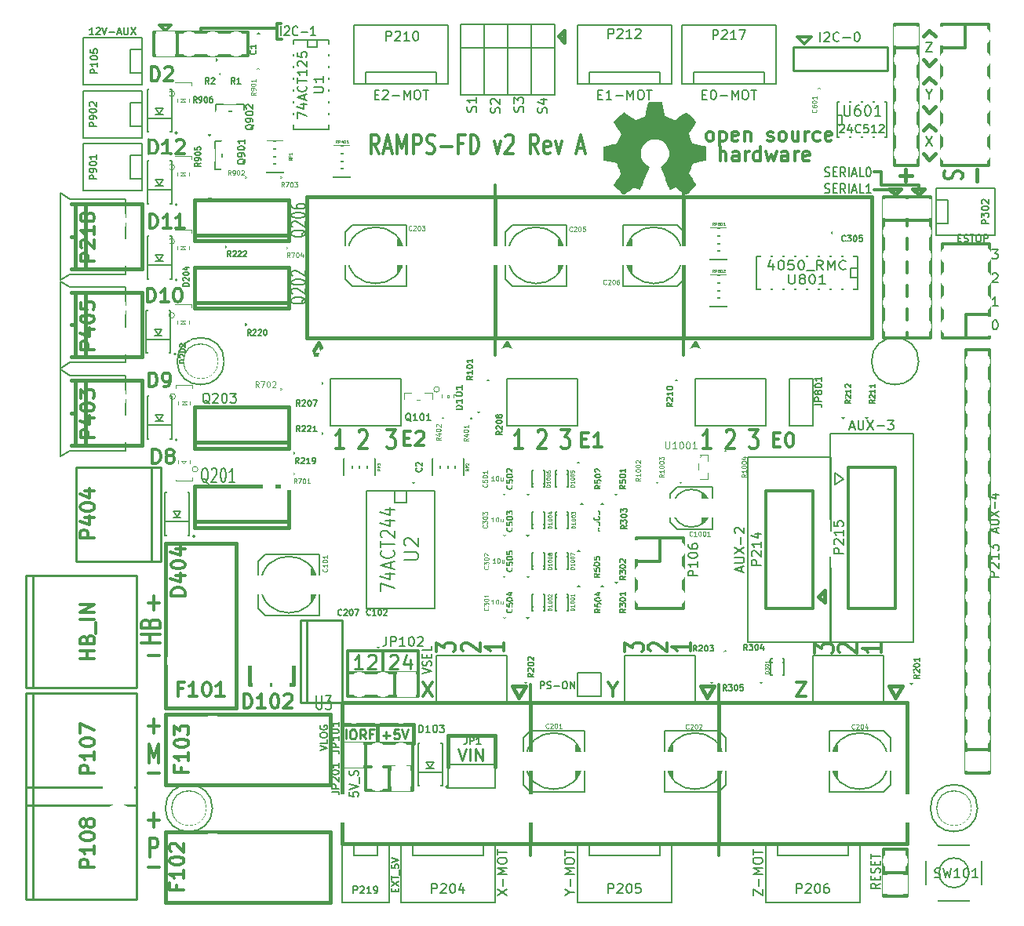
<source format=gto>
G04 (created by PCBNEW (2013-07-07 BZR 4022)-stable) date 12/01/2014 19:38:45*
%MOIN*%
G04 Gerber Fmt 3.4, Leading zero omitted, Abs format*
%FSLAX34Y34*%
G01*
G70*
G90*
G04 APERTURE LIST*
%ADD10C,0.00590551*%
%ADD11C,0.012*%
%ADD12C,0.015*%
%ADD13C,0.01*%
%ADD14C,0.008*%
%ADD15C,0.005*%
%ADD16C,0.006*%
%ADD17C,0.0001*%
%ADD18C,0.0031*%
%ADD19C,0.0026*%
%ADD20C,0.002*%
%ADD21C,0.004*%
%ADD22C,0.0079*%
%ADD23C,0.0039*%
%ADD24C,0.0047*%
%ADD25C,0.00629921*%
%ADD26C,0.0016*%
%ADD27C,0.0075*%
%ADD28C,0.011811*%
%ADD29C,0.0043*%
%ADD30C,0.0051*%
%ADD31R,0.075X0.055*%
%ADD32R,0.055X0.075*%
%ADD33C,0.08*%
%ADD34R,0.08X0.08*%
%ADD35R,0.1617X0.083*%
%ADD36C,0.09*%
%ADD37R,0.09X0.09*%
%ADD38R,0.0672X0.0672*%
%ADD39R,0.1381X0.1381*%
%ADD40C,0.1381*%
%ADD41R,0.08X0.1066*%
%ADD42O,0.08X0.1066*%
%ADD43R,0.0987X0.08*%
%ADD44O,0.0987X0.08*%
%ADD45R,0.1184X0.075*%
%ADD46R,0.07X0.04*%
%ADD47R,0.065X0.04*%
%ADD48R,0.05X0.037*%
%ADD49R,0.037X0.05*%
%ADD50R,0.1066X0.08*%
%ADD51O,0.1066X0.08*%
%ADD52C,0.15*%
%ADD53C,0.169*%
%ADD54R,0.056X0.056*%
%ADD55R,0.0857X0.081*%
%ADD56R,0.04X0.065*%
%ADD57C,0.114488*%
%ADD58R,0.114488X0.114488*%
%ADD59R,0.0436X0.0751*%
%ADD60R,0.0594X0.0515*%
%ADD61R,0.0436X0.0594*%
%ADD62R,0.1224X0.083*%
%ADD63O,0.08X0.12*%
%ADD64C,0.145*%
%ADD65R,0.0751X0.0790551*%
%ADD66R,0.212913X0.208976*%
G04 APERTURE END LIST*
G54D10*
G54D11*
X34300Y31050D02*
X34000Y31050D01*
X35250Y30500D02*
X34300Y30500D01*
X34600Y30300D02*
X34000Y30300D01*
X34300Y30500D02*
X34300Y31050D01*
X35900Y30350D02*
X35950Y30350D01*
X35900Y30500D02*
X35900Y30350D01*
X35250Y30500D02*
X35900Y30500D01*
X8650Y37350D02*
X8800Y37350D01*
X8650Y37250D02*
X8650Y37350D01*
X8650Y36700D02*
X8850Y36700D01*
X8650Y37100D02*
X8650Y36700D01*
X8650Y37250D02*
X8650Y37100D01*
X8650Y37150D02*
X8650Y37250D01*
X5400Y37150D02*
X8650Y37150D01*
X5400Y37150D02*
X5400Y37000D01*
X31350Y36800D02*
X31050Y36500D01*
X30750Y36800D02*
X31350Y36800D01*
X31050Y36500D02*
X30750Y36800D01*
X3900Y37050D02*
X3650Y37300D01*
X3650Y37300D02*
X4150Y37300D01*
X4150Y37300D02*
X3900Y37050D01*
X13150Y9750D02*
X13150Y10700D01*
X14650Y10700D02*
X14650Y9750D01*
X11650Y10700D02*
X14650Y10700D01*
X11650Y9750D02*
X11650Y10700D01*
G54D12*
X15900Y7100D02*
X15900Y5750D01*
X17200Y7100D02*
X15900Y7100D01*
X17900Y7100D02*
X17200Y7100D01*
X17900Y5750D02*
X17900Y7100D01*
X12900Y7550D02*
X11450Y7550D01*
X12900Y7550D02*
X12900Y6750D01*
X12950Y7550D02*
X14450Y7550D01*
X14450Y6750D02*
X14450Y7550D01*
G54D11*
X17900Y24000D02*
X17900Y23250D01*
X25900Y24000D02*
X25900Y23250D01*
X25900Y30000D02*
X25900Y30500D01*
X17900Y30000D02*
X17900Y30500D01*
X19400Y8500D02*
X19400Y9250D01*
X27400Y8500D02*
X27400Y9250D01*
X27400Y2500D02*
X27400Y2000D01*
X19400Y2500D02*
X19400Y2000D01*
X18273Y11021D02*
X18273Y10678D01*
X18273Y10850D02*
X17473Y10850D01*
X17588Y10792D01*
X17664Y10735D01*
X17702Y10678D01*
X16550Y10678D02*
X16511Y10707D01*
X16473Y10764D01*
X16473Y10907D01*
X16511Y10964D01*
X16550Y10992D01*
X16626Y11021D01*
X16702Y11021D01*
X16816Y10992D01*
X17273Y10650D01*
X17273Y11021D01*
X15423Y10650D02*
X15423Y11021D01*
X15728Y10821D01*
X15728Y10907D01*
X15766Y10964D01*
X15804Y10992D01*
X15880Y11021D01*
X16071Y11021D01*
X16147Y10992D01*
X16185Y10964D01*
X16223Y10907D01*
X16223Y10735D01*
X16185Y10678D01*
X16147Y10650D01*
X26223Y11021D02*
X26223Y10678D01*
X26223Y10850D02*
X25423Y10850D01*
X25538Y10792D01*
X25614Y10735D01*
X25652Y10678D01*
X24500Y10678D02*
X24461Y10707D01*
X24423Y10764D01*
X24423Y10907D01*
X24461Y10964D01*
X24500Y10992D01*
X24576Y11021D01*
X24652Y11021D01*
X24766Y10992D01*
X25223Y10650D01*
X25223Y11021D01*
X23423Y10650D02*
X23423Y11021D01*
X23728Y10821D01*
X23728Y10907D01*
X23766Y10964D01*
X23804Y10992D01*
X23880Y11021D01*
X24071Y11021D01*
X24147Y10992D01*
X24185Y10964D01*
X24223Y10907D01*
X24223Y10735D01*
X24185Y10678D01*
X24147Y10650D01*
X32550Y10628D02*
X32511Y10657D01*
X32473Y10714D01*
X32473Y10857D01*
X32511Y10914D01*
X32550Y10942D01*
X32626Y10971D01*
X32702Y10971D01*
X32816Y10942D01*
X33273Y10600D01*
X33273Y10971D01*
X34323Y10971D02*
X34323Y10628D01*
X34323Y10800D02*
X33523Y10800D01*
X33638Y10742D01*
X33714Y10685D01*
X33752Y10628D01*
X31473Y10600D02*
X31473Y10971D01*
X31778Y10771D01*
X31778Y10857D01*
X31816Y10914D01*
X31854Y10942D01*
X31930Y10971D01*
X32121Y10971D01*
X32197Y10942D01*
X32235Y10914D01*
X32273Y10857D01*
X32273Y10685D01*
X32235Y10628D01*
X32197Y10600D01*
X13300Y20076D02*
X13671Y20076D01*
X13471Y19771D01*
X13557Y19771D01*
X13614Y19733D01*
X13642Y19695D01*
X13671Y19619D01*
X13671Y19428D01*
X13642Y19352D01*
X13614Y19314D01*
X13557Y19276D01*
X13385Y19276D01*
X13328Y19314D01*
X13300Y19352D01*
X12128Y20000D02*
X12157Y20038D01*
X12214Y20076D01*
X12357Y20076D01*
X12414Y20038D01*
X12442Y20000D01*
X12471Y19923D01*
X12471Y19847D01*
X12442Y19733D01*
X12100Y19276D01*
X12471Y19276D01*
X11471Y19276D02*
X11128Y19276D01*
X11300Y19276D02*
X11300Y20076D01*
X11242Y19961D01*
X11185Y19885D01*
X11128Y19847D01*
X20700Y20076D02*
X21071Y20076D01*
X20871Y19771D01*
X20957Y19771D01*
X21014Y19733D01*
X21042Y19695D01*
X21071Y19619D01*
X21071Y19428D01*
X21042Y19352D01*
X21014Y19314D01*
X20957Y19276D01*
X20785Y19276D01*
X20728Y19314D01*
X20700Y19352D01*
X19728Y20000D02*
X19757Y20038D01*
X19814Y20076D01*
X19957Y20076D01*
X20014Y20038D01*
X20042Y20000D01*
X20071Y19923D01*
X20071Y19847D01*
X20042Y19733D01*
X19700Y19276D01*
X20071Y19276D01*
X19071Y19276D02*
X18728Y19276D01*
X18900Y19276D02*
X18900Y20076D01*
X18842Y19961D01*
X18785Y19885D01*
X18728Y19847D01*
X28700Y20076D02*
X29071Y20076D01*
X28871Y19771D01*
X28957Y19771D01*
X29014Y19733D01*
X29042Y19695D01*
X29071Y19619D01*
X29071Y19428D01*
X29042Y19352D01*
X29014Y19314D01*
X28957Y19276D01*
X28785Y19276D01*
X28728Y19314D01*
X28700Y19352D01*
X27728Y20000D02*
X27757Y20038D01*
X27814Y20076D01*
X27957Y20076D01*
X28014Y20038D01*
X28042Y20000D01*
X28071Y19923D01*
X28071Y19847D01*
X28042Y19733D01*
X27700Y19276D01*
X28071Y19276D01*
X27071Y19276D02*
X26728Y19276D01*
X26900Y19276D02*
X26900Y20076D01*
X26842Y19961D01*
X26785Y19885D01*
X26728Y19847D01*
X11400Y5000D02*
X11400Y4950D01*
G54D13*
X13135Y7090D02*
X13440Y7090D01*
X13288Y6938D02*
X13288Y7242D01*
X13821Y7338D02*
X13630Y7338D01*
X13611Y7147D01*
X13630Y7166D01*
X13669Y7185D01*
X13764Y7185D01*
X13802Y7166D01*
X13821Y7147D01*
X13840Y7109D01*
X13840Y7014D01*
X13821Y6976D01*
X13802Y6957D01*
X13764Y6938D01*
X13669Y6938D01*
X13630Y6957D01*
X13611Y6976D01*
X13954Y7338D02*
X14088Y6938D01*
X14221Y7338D01*
X11569Y6938D02*
X11569Y7338D01*
X11835Y7338D02*
X11911Y7338D01*
X11950Y7319D01*
X11988Y7280D01*
X12007Y7204D01*
X12007Y7071D01*
X11988Y6995D01*
X11950Y6957D01*
X11911Y6938D01*
X11835Y6938D01*
X11797Y6957D01*
X11759Y6995D01*
X11740Y7071D01*
X11740Y7204D01*
X11759Y7280D01*
X11797Y7319D01*
X11835Y7338D01*
X12407Y6938D02*
X12273Y7128D01*
X12178Y6938D02*
X12178Y7338D01*
X12330Y7338D01*
X12369Y7319D01*
X12388Y7300D01*
X12407Y7261D01*
X12407Y7204D01*
X12388Y7166D01*
X12369Y7147D01*
X12330Y7128D01*
X12178Y7128D01*
X12711Y7147D02*
X12578Y7147D01*
X12578Y6938D02*
X12578Y7338D01*
X12769Y7338D01*
X13442Y10450D02*
X13471Y10478D01*
X13528Y10507D01*
X13671Y10507D01*
X13728Y10478D01*
X13757Y10450D01*
X13785Y10392D01*
X13785Y10335D01*
X13757Y10250D01*
X13414Y9907D01*
X13785Y9907D01*
X14300Y10307D02*
X14300Y9907D01*
X14157Y10535D02*
X14014Y10107D01*
X14385Y10107D01*
X12285Y9907D02*
X11942Y9907D01*
X12114Y9907D02*
X12114Y10507D01*
X12057Y10421D01*
X12000Y10364D01*
X11942Y10335D01*
X12514Y10450D02*
X12542Y10478D01*
X12600Y10507D01*
X12742Y10507D01*
X12800Y10478D01*
X12828Y10450D01*
X12857Y10392D01*
X12857Y10335D01*
X12828Y10250D01*
X12485Y9907D01*
X12857Y9907D01*
G54D11*
X3673Y11028D02*
X2873Y11028D01*
X3254Y11028D02*
X3254Y11371D01*
X3673Y11371D02*
X2873Y11371D01*
X3254Y11857D02*
X3292Y11942D01*
X3330Y11971D01*
X3407Y12000D01*
X3521Y12000D01*
X3597Y11971D01*
X3635Y11942D01*
X3673Y11885D01*
X3673Y11657D01*
X2873Y11657D01*
X2873Y11857D01*
X2911Y11914D01*
X2950Y11942D01*
X3026Y11971D01*
X3102Y11971D01*
X3178Y11942D01*
X3216Y11914D01*
X3254Y11857D01*
X3254Y11657D01*
X3171Y10480D02*
X3628Y10480D01*
X3171Y12730D02*
X3628Y12730D01*
X3400Y12426D02*
X3400Y13035D01*
X3200Y5926D02*
X3200Y6726D01*
X3400Y6154D01*
X3600Y6726D01*
X3600Y5926D01*
X3171Y5480D02*
X3628Y5480D01*
X3171Y7480D02*
X3628Y7480D01*
X3400Y7176D02*
X3400Y7785D01*
X3242Y1926D02*
X3242Y2726D01*
X3471Y2726D01*
X3528Y2688D01*
X3557Y2650D01*
X3585Y2573D01*
X3585Y2459D01*
X3557Y2383D01*
X3528Y2345D01*
X3471Y2307D01*
X3242Y2307D01*
X3171Y1480D02*
X3628Y1480D01*
X3171Y3480D02*
X3628Y3480D01*
X3400Y3176D02*
X3400Y3785D01*
G54D12*
X36150Y30325D02*
X35650Y30325D01*
X35900Y30075D02*
X36150Y30325D01*
X35650Y30325D02*
X35900Y30075D01*
X34650Y30325D02*
X35150Y30325D01*
X34900Y30075D02*
X34650Y30325D01*
X35150Y30325D02*
X34900Y30075D01*
X36352Y33063D02*
X36102Y32813D01*
X36602Y32813D02*
X36352Y33063D01*
X36352Y31563D02*
X36102Y31813D01*
X36602Y31813D02*
X36352Y31563D01*
X36352Y33563D02*
X36102Y33813D01*
X36602Y33813D02*
X36352Y33563D01*
X36352Y35063D02*
X36102Y34813D01*
X36602Y34813D02*
X36352Y35063D01*
X36352Y35563D02*
X36102Y35813D01*
X36602Y35813D02*
X36352Y35563D01*
X36152Y36863D02*
X36102Y36813D01*
X36352Y37063D02*
X36152Y36863D01*
X36602Y36813D02*
X36352Y37063D01*
G54D14*
X36218Y32551D02*
X36485Y32151D01*
X36485Y32551D02*
X36218Y32151D01*
X36352Y34341D02*
X36352Y34151D01*
X36218Y34551D02*
X36352Y34341D01*
X36485Y34551D01*
X36218Y36551D02*
X36485Y36551D01*
X36218Y36151D01*
X36485Y36151D01*
X39016Y27738D02*
X39264Y27738D01*
X39130Y27585D01*
X39188Y27585D01*
X39226Y27566D01*
X39245Y27547D01*
X39264Y27509D01*
X39264Y27414D01*
X39245Y27376D01*
X39226Y27357D01*
X39188Y27338D01*
X39073Y27338D01*
X39035Y27357D01*
X39016Y27376D01*
X39035Y26700D02*
X39054Y26719D01*
X39092Y26738D01*
X39188Y26738D01*
X39226Y26719D01*
X39245Y26700D01*
X39264Y26661D01*
X39264Y26623D01*
X39245Y26566D01*
X39016Y26338D01*
X39264Y26338D01*
X39264Y25338D02*
X39035Y25338D01*
X39150Y25338D02*
X39150Y25738D01*
X39111Y25680D01*
X39073Y25642D01*
X39035Y25623D01*
X39130Y24738D02*
X39169Y24738D01*
X39207Y24719D01*
X39226Y24700D01*
X39245Y24661D01*
X39264Y24585D01*
X39264Y24490D01*
X39245Y24414D01*
X39226Y24376D01*
X39207Y24357D01*
X39169Y24338D01*
X39130Y24338D01*
X39092Y24357D01*
X39073Y24376D01*
X39054Y24414D01*
X39035Y24490D01*
X39035Y24585D01*
X39054Y24661D01*
X39073Y24700D01*
X39092Y24719D01*
X39130Y24738D01*
G54D11*
X37725Y30746D02*
X37763Y30832D01*
X37763Y30975D01*
X37725Y31032D01*
X37687Y31060D01*
X37611Y31089D01*
X37535Y31089D01*
X37459Y31060D01*
X37420Y31032D01*
X37382Y30975D01*
X37344Y30860D01*
X37306Y30803D01*
X37268Y30775D01*
X37192Y30746D01*
X37116Y30746D01*
X37040Y30775D01*
X37001Y30803D01*
X36963Y30860D01*
X36963Y31003D01*
X37001Y31089D01*
G54D12*
X38363Y30657D02*
X38363Y31157D01*
X35357Y31144D02*
X35357Y30644D01*
X35607Y30894D02*
X35107Y30894D01*
X20605Y36808D02*
X20855Y37058D01*
X20858Y37053D02*
X20858Y36553D01*
X20855Y36558D02*
X20605Y36808D01*
X31900Y12750D02*
X31650Y13000D01*
X31900Y13250D02*
X31900Y12750D01*
X31650Y13000D02*
X31900Y13250D01*
G54D11*
X12978Y31826D02*
X12778Y32207D01*
X12635Y31826D02*
X12635Y32626D01*
X12864Y32626D01*
X12921Y32588D01*
X12949Y32550D01*
X12978Y32473D01*
X12978Y32359D01*
X12949Y32283D01*
X12921Y32245D01*
X12864Y32207D01*
X12635Y32207D01*
X13207Y32054D02*
X13492Y32054D01*
X13149Y31826D02*
X13349Y32626D01*
X13549Y31826D01*
X13749Y31826D02*
X13749Y32626D01*
X13949Y32054D01*
X14149Y32626D01*
X14149Y31826D01*
X14435Y31826D02*
X14435Y32626D01*
X14664Y32626D01*
X14721Y32588D01*
X14749Y32550D01*
X14778Y32473D01*
X14778Y32359D01*
X14749Y32283D01*
X14721Y32245D01*
X14664Y32207D01*
X14435Y32207D01*
X15007Y31864D02*
X15092Y31826D01*
X15235Y31826D01*
X15292Y31864D01*
X15321Y31902D01*
X15349Y31978D01*
X15349Y32054D01*
X15321Y32130D01*
X15292Y32169D01*
X15235Y32207D01*
X15121Y32245D01*
X15064Y32283D01*
X15035Y32321D01*
X15007Y32397D01*
X15007Y32473D01*
X15035Y32550D01*
X15064Y32588D01*
X15121Y32626D01*
X15264Y32626D01*
X15349Y32588D01*
X15607Y32130D02*
X16064Y32130D01*
X16549Y32245D02*
X16349Y32245D01*
X16349Y31826D02*
X16349Y32626D01*
X16635Y32626D01*
X16864Y31826D02*
X16864Y32626D01*
X17007Y32626D01*
X17092Y32588D01*
X17149Y32511D01*
X17178Y32435D01*
X17207Y32283D01*
X17207Y32169D01*
X17178Y32016D01*
X17149Y31940D01*
X17092Y31864D01*
X17007Y31826D01*
X16864Y31826D01*
X17864Y32359D02*
X18007Y31826D01*
X18150Y32359D01*
X18350Y32550D02*
X18378Y32588D01*
X18435Y32626D01*
X18578Y32626D01*
X18635Y32588D01*
X18664Y32550D01*
X18692Y32473D01*
X18692Y32397D01*
X18664Y32283D01*
X18321Y31826D01*
X18692Y31826D01*
X19750Y31826D02*
X19550Y32207D01*
X19407Y31826D02*
X19407Y32626D01*
X19635Y32626D01*
X19692Y32588D01*
X19721Y32550D01*
X19750Y32473D01*
X19750Y32359D01*
X19721Y32283D01*
X19692Y32245D01*
X19635Y32207D01*
X19407Y32207D01*
X20235Y31864D02*
X20178Y31826D01*
X20064Y31826D01*
X20007Y31864D01*
X19978Y31940D01*
X19978Y32245D01*
X20007Y32321D01*
X20064Y32359D01*
X20178Y32359D01*
X20235Y32321D01*
X20264Y32245D01*
X20264Y32169D01*
X19978Y32092D01*
X20464Y32359D02*
X20607Y31826D01*
X20750Y32359D01*
X21407Y32054D02*
X21692Y32054D01*
X21350Y31826D02*
X21550Y32626D01*
X21750Y31826D01*
G54D13*
X38107Y4000D02*
G75*
G03X38107Y4000I-707J0D01*
G74*
G01*
X6107Y23000D02*
G75*
G03X6107Y23000I-707J0D01*
G74*
G01*
X5607Y4000D02*
G75*
G03X5607Y4000I-707J0D01*
G74*
G01*
G54D15*
X32750Y20600D02*
G75*
G03X32750Y20600I-50J0D01*
G74*
G01*
X32700Y21050D02*
X32700Y20650D01*
X32700Y20650D02*
X32100Y20650D01*
X32100Y20650D02*
X32100Y21050D01*
X32100Y21450D02*
X32100Y21850D01*
X32100Y21850D02*
X32700Y21850D01*
X32700Y21850D02*
X32700Y21450D01*
X33750Y20600D02*
G75*
G03X33750Y20600I-50J0D01*
G74*
G01*
X33700Y21050D02*
X33700Y20650D01*
X33700Y20650D02*
X33100Y20650D01*
X33100Y20650D02*
X33100Y21050D01*
X33100Y21450D02*
X33100Y21850D01*
X33100Y21850D02*
X33700Y21850D01*
X33700Y21850D02*
X33700Y21450D01*
X25650Y22150D02*
G75*
G03X25650Y22150I-50J0D01*
G74*
G01*
X25600Y21700D02*
X25600Y22100D01*
X25600Y22100D02*
X26200Y22100D01*
X26200Y22100D02*
X26200Y21700D01*
X26200Y21300D02*
X26200Y20900D01*
X26200Y20900D02*
X25600Y20900D01*
X25600Y20900D02*
X25600Y21300D01*
X17650Y22150D02*
G75*
G03X17650Y22150I-50J0D01*
G74*
G01*
X17600Y21700D02*
X17600Y22100D01*
X17600Y22100D02*
X18200Y22100D01*
X18200Y22100D02*
X18200Y21700D01*
X18200Y21300D02*
X18200Y20900D01*
X18200Y20900D02*
X17600Y20900D01*
X17600Y20900D02*
X17600Y21300D01*
X10600Y22050D02*
G75*
G03X10600Y22050I-50J0D01*
G74*
G01*
X10100Y22050D02*
X10500Y22050D01*
X10500Y22050D02*
X10500Y21450D01*
X10500Y21450D02*
X10100Y21450D01*
X9700Y21450D02*
X9300Y21450D01*
X9300Y21450D02*
X9300Y22050D01*
X9300Y22050D02*
X9700Y22050D01*
X27152Y9350D02*
G75*
G03X27152Y9350I-50J0D01*
G74*
G01*
X27102Y9800D02*
X27102Y9400D01*
X27102Y9400D02*
X26502Y9400D01*
X26502Y9400D02*
X26502Y9800D01*
X26502Y10200D02*
X26502Y10600D01*
X26502Y10600D02*
X27102Y10600D01*
X27102Y10600D02*
X27102Y10200D01*
X19250Y9350D02*
G75*
G03X19250Y9350I-50J0D01*
G74*
G01*
X19200Y9800D02*
X19200Y9400D01*
X19200Y9400D02*
X18600Y9400D01*
X18600Y9400D02*
X18600Y9800D01*
X18600Y10200D02*
X18600Y10600D01*
X18600Y10600D02*
X19200Y10600D01*
X19200Y10600D02*
X19200Y10200D01*
X35650Y9300D02*
G75*
G03X35650Y9300I-50J0D01*
G74*
G01*
X35600Y9750D02*
X35600Y9350D01*
X35600Y9350D02*
X35000Y9350D01*
X35000Y9350D02*
X35000Y9750D01*
X35000Y10150D02*
X35000Y10550D01*
X35000Y10550D02*
X35600Y10550D01*
X35600Y10550D02*
X35600Y10150D01*
X17250Y20850D02*
G75*
G03X17250Y20850I-50J0D01*
G74*
G01*
X17200Y21300D02*
X17200Y20900D01*
X17200Y20900D02*
X16600Y20900D01*
X16600Y20900D02*
X16600Y21300D01*
X16600Y21700D02*
X16600Y22100D01*
X16600Y22100D02*
X17200Y22100D01*
X17200Y22100D02*
X17200Y21700D01*
X32300Y28450D02*
G75*
G03X32300Y28450I-50J0D01*
G74*
G01*
X32700Y28450D02*
X32300Y28450D01*
X32300Y28450D02*
X32300Y29050D01*
X32300Y29050D02*
X32700Y29050D01*
X33100Y29050D02*
X33500Y29050D01*
X33500Y29050D02*
X33500Y28450D01*
X33500Y28450D02*
X33100Y28450D01*
X13000Y10850D02*
G75*
G03X13000Y10850I-50J0D01*
G74*
G01*
X12950Y11300D02*
X12950Y10900D01*
X12950Y10900D02*
X12350Y10900D01*
X12350Y10900D02*
X12350Y11300D01*
X12350Y11700D02*
X12350Y12100D01*
X12350Y12100D02*
X12950Y12100D01*
X12950Y12100D02*
X12950Y11700D01*
X22500Y16900D02*
G75*
G03X22500Y16900I-50J0D01*
G74*
G01*
X22450Y16450D02*
X22450Y16850D01*
X22450Y16850D02*
X23050Y16850D01*
X23050Y16850D02*
X23050Y16450D01*
X23050Y16050D02*
X23050Y15650D01*
X23050Y15650D02*
X22450Y15650D01*
X22450Y15650D02*
X22450Y16050D01*
X23100Y13600D02*
G75*
G03X23100Y13600I-50J0D01*
G74*
G01*
X23050Y14050D02*
X23050Y13650D01*
X23050Y13650D02*
X22450Y13650D01*
X22450Y13650D02*
X22450Y14050D01*
X22450Y14450D02*
X22450Y14850D01*
X22450Y14850D02*
X23050Y14850D01*
X23050Y14850D02*
X23050Y14450D01*
X22500Y13400D02*
G75*
G03X22500Y13400I-50J0D01*
G74*
G01*
X22450Y12950D02*
X22450Y13350D01*
X22450Y13350D02*
X23050Y13350D01*
X23050Y13350D02*
X23050Y12950D01*
X23050Y12550D02*
X23050Y12150D01*
X23050Y12150D02*
X22450Y12150D01*
X22450Y12150D02*
X22450Y12550D01*
X10592Y19910D02*
G75*
G03X10592Y19910I-50J0D01*
G74*
G01*
X10092Y19910D02*
X10492Y19910D01*
X10492Y19910D02*
X10492Y19310D01*
X10492Y19310D02*
X10092Y19310D01*
X9692Y19310D02*
X9292Y19310D01*
X9292Y19310D02*
X9292Y19910D01*
X9292Y19910D02*
X9692Y19910D01*
X7350Y24550D02*
G75*
G03X7350Y24550I-50J0D01*
G74*
G01*
X6850Y24550D02*
X7250Y24550D01*
X7250Y24550D02*
X7250Y23950D01*
X7250Y23950D02*
X6850Y23950D01*
X6450Y23950D02*
X6050Y23950D01*
X6050Y23950D02*
X6050Y24550D01*
X6050Y24550D02*
X6450Y24550D01*
X9395Y19095D02*
G75*
G03X9395Y19095I-50J0D01*
G74*
G01*
X8895Y19095D02*
X9295Y19095D01*
X9295Y19095D02*
X9295Y18495D01*
X9295Y18495D02*
X8895Y18495D01*
X8495Y18495D02*
X8095Y18495D01*
X8095Y18495D02*
X8095Y19095D01*
X8095Y19095D02*
X8495Y19095D01*
G54D12*
X19200Y9200D02*
X18900Y8700D01*
X18900Y8700D02*
X18650Y9200D01*
X18650Y9200D02*
X19150Y9200D01*
X19400Y2500D02*
X11400Y2500D01*
X11400Y2500D02*
X11400Y8500D01*
X11400Y8500D02*
X19400Y8500D01*
X19400Y8500D02*
X19400Y2500D01*
X27200Y9200D02*
X26900Y8700D01*
X26900Y8700D02*
X26650Y9200D01*
X26650Y9200D02*
X27150Y9200D01*
X27400Y2500D02*
X19400Y2500D01*
X19400Y2500D02*
X19400Y8500D01*
X19400Y8500D02*
X27400Y8500D01*
X27400Y8500D02*
X27400Y2500D01*
X35200Y9200D02*
X34900Y8700D01*
X34900Y8700D02*
X34650Y9200D01*
X34650Y9200D02*
X35150Y9200D01*
X35400Y2500D02*
X27400Y2500D01*
X27400Y2500D02*
X27400Y8500D01*
X27400Y8500D02*
X35400Y8500D01*
X35400Y8500D02*
X35400Y2500D01*
X10100Y23300D02*
X10400Y23800D01*
X10400Y23800D02*
X10650Y23300D01*
X10650Y23300D02*
X10150Y23300D01*
X9900Y30000D02*
X17900Y30000D01*
X17900Y30000D02*
X17900Y24000D01*
X17900Y24000D02*
X9900Y24000D01*
X9900Y24000D02*
X9900Y30000D01*
X18100Y23300D02*
X18400Y23800D01*
X18400Y23800D02*
X18650Y23300D01*
X18650Y23300D02*
X18150Y23300D01*
X17900Y30000D02*
X25900Y30000D01*
X25900Y30000D02*
X25900Y24000D01*
X25900Y24000D02*
X17900Y24000D01*
X17900Y24000D02*
X17900Y30000D01*
G54D13*
X34565Y35350D02*
X30565Y35350D01*
X34565Y36350D02*
X30565Y36350D01*
X30565Y36350D02*
X30565Y35350D01*
X34565Y35350D02*
X34565Y36350D01*
G54D14*
X15400Y10500D02*
X18400Y10500D01*
X18400Y8500D02*
X15400Y8500D01*
X15400Y8500D02*
X15400Y10500D01*
X18400Y10500D02*
X18400Y8500D01*
X13900Y20250D02*
X10900Y20250D01*
X10900Y22250D02*
X13900Y22250D01*
X13900Y22250D02*
X13900Y20250D01*
X10900Y20250D02*
X10900Y22250D01*
X29400Y20250D02*
X26400Y20250D01*
X26400Y22250D02*
X29400Y22250D01*
X29400Y22250D02*
X29400Y20250D01*
X26400Y20250D02*
X26400Y22250D01*
X31400Y10500D02*
X34400Y10500D01*
X34400Y8500D02*
X31400Y8500D01*
X31400Y8500D02*
X31400Y10500D01*
X34400Y10500D02*
X34400Y8500D01*
X23400Y10500D02*
X26400Y10500D01*
X26400Y8500D02*
X23400Y8500D01*
X23400Y8500D02*
X23400Y10500D01*
X26400Y10500D02*
X26400Y8500D01*
G54D16*
X18451Y37308D02*
X19451Y37308D01*
X19451Y37308D02*
X19451Y34308D01*
X19451Y34308D02*
X18451Y34308D01*
X18451Y34308D02*
X18451Y37308D01*
X19451Y36308D02*
X18451Y36308D01*
X19451Y37308D02*
X20451Y37308D01*
X20451Y37308D02*
X20451Y34308D01*
X20451Y34308D02*
X19451Y34308D01*
X19451Y34308D02*
X19451Y37308D01*
X20451Y36308D02*
X19451Y36308D01*
X17451Y37308D02*
X18451Y37308D01*
X18451Y37308D02*
X18451Y34308D01*
X18451Y34308D02*
X17451Y34308D01*
X17451Y34308D02*
X17451Y37308D01*
X18451Y36308D02*
X17451Y36308D01*
X16451Y37308D02*
X17451Y37308D01*
X17451Y37308D02*
X17451Y34308D01*
X17451Y34308D02*
X16451Y34308D01*
X16451Y34308D02*
X16451Y37308D01*
X17451Y36308D02*
X16451Y36308D01*
X22400Y9750D02*
X22400Y8750D01*
X21400Y8750D02*
X21400Y9750D01*
X22400Y8750D02*
X21400Y8750D01*
X21400Y9750D02*
X22400Y9750D01*
G54D15*
X32250Y6300D02*
X32250Y5700D01*
X32300Y5550D02*
X32300Y6450D01*
X32350Y6550D02*
X32350Y5450D01*
X32400Y5350D02*
X32400Y6650D01*
X32450Y6700D02*
X32450Y5300D01*
X34600Y6000D02*
G75*
G03X34600Y6000I-1200J0D01*
G74*
G01*
X32100Y7300D02*
X32100Y4700D01*
X32100Y4700D02*
X34400Y4700D01*
X34400Y4700D02*
X34700Y5000D01*
X34700Y5000D02*
X34700Y7000D01*
X34700Y7000D02*
X34400Y7300D01*
X34400Y7300D02*
X32100Y7300D01*
X34250Y6000D02*
X33950Y6000D01*
X34100Y6150D02*
X34100Y5850D01*
X10300Y13200D02*
X10300Y13800D01*
X10250Y13950D02*
X10250Y13050D01*
X10200Y12950D02*
X10200Y14050D01*
X10150Y14150D02*
X10150Y12850D01*
X10100Y12800D02*
X10100Y14200D01*
X10350Y13500D02*
G75*
G03X10350Y13500I-1200J0D01*
G74*
G01*
X10450Y12200D02*
X10450Y14800D01*
X10450Y14800D02*
X8150Y14800D01*
X8150Y14800D02*
X7850Y14500D01*
X7850Y14500D02*
X7850Y12500D01*
X7850Y12500D02*
X8150Y12200D01*
X8150Y12200D02*
X10450Y12200D01*
X8300Y13500D02*
X8600Y13500D01*
X8450Y13350D02*
X8450Y13650D01*
X20800Y27200D02*
X20800Y27800D01*
X20750Y27950D02*
X20750Y27050D01*
X20700Y26950D02*
X20700Y28050D01*
X20650Y28150D02*
X20650Y26850D01*
X20600Y26800D02*
X20600Y28200D01*
X20850Y27500D02*
G75*
G03X20850Y27500I-1200J0D01*
G74*
G01*
X20950Y26200D02*
X20950Y28800D01*
X20950Y28800D02*
X18650Y28800D01*
X18650Y28800D02*
X18350Y28500D01*
X18350Y28500D02*
X18350Y26500D01*
X18350Y26500D02*
X18650Y26200D01*
X18650Y26200D02*
X20950Y26200D01*
X18800Y27500D02*
X19100Y27500D01*
X18950Y27350D02*
X18950Y27650D01*
X13981Y27200D02*
X13981Y27800D01*
X13931Y27950D02*
X13931Y27050D01*
X13881Y26950D02*
X13881Y28050D01*
X13831Y28150D02*
X13831Y26850D01*
X13781Y26800D02*
X13781Y28200D01*
X14031Y27500D02*
G75*
G03X14031Y27500I-1200J0D01*
G74*
G01*
X14131Y26200D02*
X14131Y28800D01*
X14131Y28800D02*
X11831Y28800D01*
X11831Y28800D02*
X11531Y28500D01*
X11531Y28500D02*
X11531Y26500D01*
X11531Y26500D02*
X11831Y26200D01*
X11831Y26200D02*
X14131Y26200D01*
X11981Y27500D02*
X12281Y27500D01*
X12131Y27350D02*
X12131Y27650D01*
X25250Y6300D02*
X25250Y5700D01*
X25300Y5550D02*
X25300Y6450D01*
X25350Y6550D02*
X25350Y5450D01*
X25400Y5350D02*
X25400Y6650D01*
X25450Y6700D02*
X25450Y5300D01*
X27600Y6000D02*
G75*
G03X27600Y6000I-1200J0D01*
G74*
G01*
X25100Y7300D02*
X25100Y4700D01*
X25100Y4700D02*
X27400Y4700D01*
X27400Y4700D02*
X27700Y5000D01*
X27700Y5000D02*
X27700Y7000D01*
X27700Y7000D02*
X27400Y7300D01*
X27400Y7300D02*
X25100Y7300D01*
X27250Y6000D02*
X26950Y6000D01*
X27100Y6150D02*
X27100Y5850D01*
X21550Y5700D02*
X21550Y6300D01*
X21500Y6450D02*
X21500Y5550D01*
X21450Y5450D02*
X21450Y6550D01*
X21400Y6650D02*
X21400Y5350D01*
X21350Y5300D02*
X21350Y6700D01*
X21600Y6000D02*
G75*
G03X21600Y6000I-1200J0D01*
G74*
G01*
X21700Y4700D02*
X21700Y7300D01*
X21700Y7300D02*
X19400Y7300D01*
X19400Y7300D02*
X19100Y7000D01*
X19100Y7000D02*
X19100Y5000D01*
X19100Y5000D02*
X19400Y4700D01*
X19400Y4700D02*
X21700Y4700D01*
X19550Y6000D02*
X19850Y6000D01*
X19700Y5850D02*
X19700Y6150D01*
G54D12*
X9148Y16179D02*
X9148Y15929D01*
X9148Y15929D02*
X5148Y15929D01*
X5148Y15929D02*
X5148Y16179D01*
X9148Y17679D02*
X9148Y16179D01*
X9148Y16179D02*
X5148Y16179D01*
X5148Y16179D02*
X5148Y17679D01*
X5148Y17679D02*
X9148Y17679D01*
X9147Y25502D02*
X9147Y25252D01*
X9147Y25252D02*
X5147Y25252D01*
X5147Y25252D02*
X5147Y25502D01*
X9147Y27002D02*
X9147Y25502D01*
X9147Y25502D02*
X5147Y25502D01*
X5147Y25502D02*
X5147Y27002D01*
X5147Y27002D02*
X9147Y27002D01*
X9152Y19544D02*
X9152Y19294D01*
X9152Y19294D02*
X5152Y19294D01*
X5152Y19294D02*
X5152Y19544D01*
X9152Y21044D02*
X9152Y19544D01*
X9152Y19544D02*
X5152Y19544D01*
X5152Y19544D02*
X5152Y21044D01*
X5152Y21044D02*
X9152Y21044D01*
G54D17*
G36*
X23372Y30082D02*
X23395Y30094D01*
X23446Y30126D01*
X23519Y30174D01*
X23606Y30232D01*
X23693Y30291D01*
X23764Y30339D01*
X23814Y30371D01*
X23835Y30382D01*
X23846Y30378D01*
X23887Y30358D01*
X23947Y30327D01*
X23982Y30309D01*
X24037Y30286D01*
X24064Y30281D01*
X24069Y30288D01*
X24089Y30330D01*
X24120Y30402D01*
X24162Y30497D01*
X24209Y30608D01*
X24260Y30728D01*
X24311Y30850D01*
X24359Y30967D01*
X24402Y31072D01*
X24436Y31157D01*
X24459Y31216D01*
X24467Y31242D01*
X24465Y31247D01*
X24437Y31274D01*
X24389Y31310D01*
X24286Y31394D01*
X24183Y31522D01*
X24121Y31667D01*
X24100Y31828D01*
X24118Y31978D01*
X24177Y32122D01*
X24277Y32251D01*
X24398Y32347D01*
X24540Y32408D01*
X24700Y32427D01*
X24853Y32410D01*
X24999Y32352D01*
X25129Y32254D01*
X25183Y32191D01*
X25258Y32060D01*
X25301Y31920D01*
X25306Y31884D01*
X25299Y31730D01*
X25254Y31583D01*
X25173Y31451D01*
X25060Y31343D01*
X25046Y31332D01*
X24993Y31293D01*
X24958Y31266D01*
X24931Y31244D01*
X25127Y30772D01*
X25158Y30697D01*
X25212Y30568D01*
X25259Y30457D01*
X25297Y30369D01*
X25323Y30310D01*
X25335Y30286D01*
X25336Y30285D01*
X25353Y30282D01*
X25389Y30295D01*
X25455Y30327D01*
X25499Y30349D01*
X25549Y30373D01*
X25571Y30382D01*
X25590Y30372D01*
X25638Y30341D01*
X25708Y30294D01*
X25793Y30236D01*
X25873Y30182D01*
X25947Y30133D01*
X26001Y30099D01*
X26027Y30085D01*
X26031Y30085D01*
X26054Y30098D01*
X26096Y30133D01*
X26161Y30194D01*
X26252Y30284D01*
X26266Y30297D01*
X26340Y30373D01*
X26401Y30437D01*
X26442Y30482D01*
X26456Y30503D01*
X26456Y30503D01*
X26443Y30529D01*
X26409Y30582D01*
X26360Y30657D01*
X26300Y30745D01*
X26144Y30972D01*
X26230Y31186D01*
X26256Y31251D01*
X26290Y31331D01*
X26315Y31388D01*
X26327Y31413D01*
X26351Y31421D01*
X26409Y31435D01*
X26494Y31453D01*
X26596Y31472D01*
X26692Y31489D01*
X26779Y31506D01*
X26843Y31518D01*
X26871Y31524D01*
X26878Y31528D01*
X26883Y31541D01*
X26887Y31571D01*
X26889Y31624D01*
X26890Y31708D01*
X26890Y31828D01*
X26890Y31841D01*
X26889Y31957D01*
X26887Y32048D01*
X26884Y32109D01*
X26880Y32132D01*
X26880Y32133D01*
X26853Y32139D01*
X26791Y32152D01*
X26704Y32169D01*
X26600Y32189D01*
X26593Y32190D01*
X26490Y32210D01*
X26403Y32228D01*
X26342Y32242D01*
X26316Y32250D01*
X26311Y32258D01*
X26290Y32298D01*
X26260Y32362D01*
X26226Y32441D01*
X26192Y32522D01*
X26163Y32595D01*
X26143Y32650D01*
X26137Y32675D01*
X26138Y32675D01*
X26153Y32700D01*
X26189Y32754D01*
X26239Y32829D01*
X26300Y32917D01*
X26304Y32923D01*
X26364Y33011D01*
X26412Y33085D01*
X26444Y33138D01*
X26456Y33162D01*
X26456Y33163D01*
X26436Y33189D01*
X26392Y33239D01*
X26328Y33306D01*
X26251Y33383D01*
X26227Y33407D01*
X26142Y33490D01*
X26082Y33545D01*
X26046Y33574D01*
X26028Y33580D01*
X26027Y33580D01*
X26001Y33564D01*
X25946Y33528D01*
X25871Y33477D01*
X25782Y33416D01*
X25776Y33412D01*
X25688Y33353D01*
X25615Y33303D01*
X25563Y33269D01*
X25541Y33255D01*
X25537Y33255D01*
X25501Y33266D01*
X25439Y33288D01*
X25362Y33317D01*
X25281Y33350D01*
X25208Y33381D01*
X25152Y33406D01*
X25126Y33421D01*
X25126Y33422D01*
X25116Y33453D01*
X25101Y33519D01*
X25083Y33609D01*
X25062Y33716D01*
X25059Y33734D01*
X25039Y33838D01*
X25022Y33924D01*
X25010Y33984D01*
X25004Y34008D01*
X24989Y34012D01*
X24938Y34016D01*
X24860Y34018D01*
X24766Y34019D01*
X24667Y34018D01*
X24570Y34016D01*
X24487Y34013D01*
X24428Y34009D01*
X24404Y34004D01*
X24403Y34003D01*
X24394Y33970D01*
X24379Y33905D01*
X24361Y33814D01*
X24340Y33706D01*
X24336Y33687D01*
X24317Y33583D01*
X24299Y33498D01*
X24287Y33439D01*
X24280Y33416D01*
X24271Y33411D01*
X24228Y33392D01*
X24158Y33363D01*
X24072Y33328D01*
X23871Y33247D01*
X23625Y33416D01*
X23602Y33431D01*
X23514Y33491D01*
X23441Y33540D01*
X23391Y33572D01*
X23370Y33584D01*
X23368Y33583D01*
X23344Y33562D01*
X23295Y33516D01*
X23228Y33451D01*
X23151Y33374D01*
X23094Y33317D01*
X23026Y33248D01*
X22983Y33202D01*
X22960Y33172D01*
X22951Y33154D01*
X22953Y33142D01*
X22969Y33117D01*
X23005Y33063D01*
X23056Y32988D01*
X23116Y32901D01*
X23165Y32829D01*
X23218Y32746D01*
X23253Y32687D01*
X23265Y32658D01*
X23262Y32646D01*
X23245Y32598D01*
X23216Y32525D01*
X23179Y32439D01*
X23093Y32244D01*
X22966Y32219D01*
X22888Y32205D01*
X22780Y32184D01*
X22677Y32164D01*
X22515Y32133D01*
X22509Y31539D01*
X22534Y31528D01*
X22558Y31522D01*
X22618Y31508D01*
X22704Y31491D01*
X22804Y31472D01*
X22890Y31456D01*
X22977Y31440D01*
X23039Y31428D01*
X23067Y31422D01*
X23074Y31413D01*
X23095Y31371D01*
X23126Y31304D01*
X23160Y31224D01*
X23195Y31141D01*
X23225Y31064D01*
X23247Y31006D01*
X23255Y30975D01*
X23243Y30953D01*
X23210Y30902D01*
X23162Y30829D01*
X23104Y30743D01*
X23045Y30657D01*
X22995Y30584D01*
X22961Y30531D01*
X22946Y30507D01*
X22953Y30490D01*
X22988Y30449D01*
X23053Y30381D01*
X23149Y30286D01*
X23165Y30271D01*
X23242Y30197D01*
X23307Y30137D01*
X23352Y30097D01*
X23372Y30082D01*
X23372Y30082D01*
G37*
G54D18*
X15540Y21800D02*
G75*
G03X15540Y21800I-120J0D01*
G74*
G01*
X16145Y21100D02*
X16145Y21900D01*
X15655Y21100D02*
X15655Y21895D01*
X16035Y21900D02*
X16145Y21900D01*
X15765Y21895D02*
X15665Y21895D01*
X16035Y21100D02*
X16145Y21100D01*
X15655Y21100D02*
X15765Y21100D01*
G54D19*
X16018Y21696D02*
X16146Y21696D01*
X15773Y21696D02*
X15832Y21696D01*
X15968Y21696D02*
X16027Y21696D01*
X15822Y21696D02*
X15978Y21696D01*
X16018Y21304D02*
X16146Y21304D01*
X15654Y21304D02*
X15782Y21304D01*
X15968Y21304D02*
X16027Y21304D01*
X15773Y21304D02*
X15832Y21304D01*
X15822Y21304D02*
X15978Y21304D01*
X15861Y21460D02*
X15939Y21460D01*
X15939Y21460D02*
X15939Y21538D01*
X15861Y21538D02*
X15939Y21538D01*
X15861Y21460D02*
X15861Y21538D01*
X15664Y21696D02*
X15782Y21696D01*
G54D20*
X15741Y21809D02*
G75*
G03X15741Y21809I-28J0D01*
G74*
G01*
G54D21*
X15763Y21893D02*
G75*
G03X16037Y21893I137J0D01*
G74*
G01*
X16037Y21107D02*
G75*
G03X15763Y21107I-137J0D01*
G74*
G01*
G54D15*
X29250Y9350D02*
G75*
G03X29250Y9350I-50J0D01*
G74*
G01*
X29200Y9800D02*
X29200Y9400D01*
X29200Y9400D02*
X28600Y9400D01*
X28600Y9400D02*
X28600Y9800D01*
X28600Y10200D02*
X28600Y10600D01*
X28600Y10600D02*
X29200Y10600D01*
X29200Y10600D02*
X29200Y10200D01*
G54D12*
X9150Y28370D02*
X9150Y28120D01*
X9150Y28120D02*
X5150Y28120D01*
X5150Y28120D02*
X5150Y28370D01*
X9150Y29870D02*
X9150Y28370D01*
X9150Y28370D02*
X5150Y28370D01*
X5150Y28370D02*
X5150Y29870D01*
X5150Y29870D02*
X9150Y29870D01*
G54D15*
X6500Y27850D02*
G75*
G03X6500Y27850I-50J0D01*
G74*
G01*
X6000Y27850D02*
X6400Y27850D01*
X6400Y27850D02*
X6400Y27250D01*
X6400Y27250D02*
X6000Y27250D01*
X5600Y27250D02*
X5200Y27250D01*
X5200Y27250D02*
X5200Y27850D01*
X5200Y27850D02*
X5600Y27850D01*
G54D13*
X-1722Y4118D02*
X-1722Y8882D01*
X2687Y8882D02*
X2687Y4118D01*
X2687Y4118D02*
X-2037Y4118D01*
X-2037Y8882D02*
X-2037Y4118D01*
X2687Y8882D02*
X-2037Y8882D01*
G54D14*
X17400Y2500D02*
X17400Y2000D01*
X17400Y2000D02*
X14400Y2000D01*
X14400Y2000D02*
X14400Y2500D01*
X17900Y0D02*
X17900Y2500D01*
X17900Y2500D02*
X13900Y2500D01*
X13900Y2500D02*
X13900Y0D01*
X13900Y0D02*
X17900Y0D01*
X24900Y2500D02*
X24900Y2000D01*
X24900Y2000D02*
X21900Y2000D01*
X21900Y2000D02*
X21900Y2500D01*
X25400Y0D02*
X25400Y2500D01*
X25400Y2500D02*
X21400Y2500D01*
X21400Y2500D02*
X21400Y0D01*
X21400Y0D02*
X25400Y0D01*
X32900Y2500D02*
X32900Y2000D01*
X32900Y2000D02*
X29900Y2000D01*
X29900Y2000D02*
X29900Y2500D01*
X33400Y0D02*
X33400Y2500D01*
X33400Y2500D02*
X29400Y2500D01*
X29400Y2500D02*
X29400Y0D01*
X29400Y0D02*
X33400Y0D01*
X12410Y34790D02*
X12410Y35290D01*
X12410Y35290D02*
X15410Y35290D01*
X15410Y35290D02*
X15410Y34790D01*
X11910Y37290D02*
X11910Y34790D01*
X11910Y34790D02*
X15910Y34790D01*
X15910Y34790D02*
X15910Y37290D01*
X15910Y37290D02*
X11910Y37290D01*
G54D15*
X23100Y17350D02*
G75*
G03X23100Y17350I-50J0D01*
G74*
G01*
X23050Y17800D02*
X23050Y17400D01*
X23050Y17400D02*
X22450Y17400D01*
X22450Y17400D02*
X22450Y17800D01*
X22450Y18200D02*
X22450Y18600D01*
X22450Y18600D02*
X23050Y18600D01*
X23050Y18600D02*
X23050Y18200D01*
G54D11*
X12400Y5750D02*
X12400Y6750D01*
X11400Y6750D02*
X14400Y6750D01*
X14400Y6750D02*
X14400Y5750D01*
X14400Y5750D02*
X11400Y5750D01*
X11400Y5750D02*
X11400Y6750D01*
X36900Y24000D02*
X36900Y28000D01*
X36900Y28000D02*
X38900Y28000D01*
X38900Y28000D02*
X38900Y24000D01*
X37900Y24000D02*
X37900Y25000D01*
X37900Y25000D02*
X38900Y25000D01*
X36900Y24000D02*
X38900Y24000D01*
G54D15*
X19350Y17350D02*
G75*
G03X19350Y17350I-50J0D01*
G74*
G01*
X19300Y17800D02*
X19300Y17400D01*
X19300Y17400D02*
X18700Y17400D01*
X18700Y17400D02*
X18700Y17800D01*
X18700Y18200D02*
X18700Y18600D01*
X18700Y18600D02*
X19300Y18600D01*
X19300Y18600D02*
X19300Y18200D01*
X19350Y15600D02*
G75*
G03X19350Y15600I-50J0D01*
G74*
G01*
X19300Y16050D02*
X19300Y15650D01*
X19300Y15650D02*
X18700Y15650D01*
X18700Y15650D02*
X18700Y16050D01*
X18700Y16450D02*
X18700Y16850D01*
X18700Y16850D02*
X19300Y16850D01*
X19300Y16850D02*
X19300Y16450D01*
X19350Y12100D02*
G75*
G03X19350Y12100I-50J0D01*
G74*
G01*
X19300Y12550D02*
X19300Y12150D01*
X19300Y12150D02*
X18700Y12150D01*
X18700Y12150D02*
X18700Y12550D01*
X18700Y12950D02*
X18700Y13350D01*
X18700Y13350D02*
X19300Y13350D01*
X19300Y13350D02*
X19300Y12950D01*
X19350Y13850D02*
G75*
G03X19350Y13850I-50J0D01*
G74*
G01*
X19300Y14300D02*
X19300Y13900D01*
X19300Y13900D02*
X18700Y13900D01*
X18700Y13900D02*
X18700Y14300D01*
X18700Y14700D02*
X18700Y15100D01*
X18700Y15100D02*
X19300Y15100D01*
X19300Y15100D02*
X19300Y14700D01*
X21500Y18650D02*
G75*
G03X21500Y18650I-50J0D01*
G74*
G01*
X21450Y18200D02*
X21450Y18600D01*
X21450Y18600D02*
X22050Y18600D01*
X22050Y18600D02*
X22050Y18200D01*
X22050Y17800D02*
X22050Y17400D01*
X22050Y17400D02*
X21450Y17400D01*
X21450Y17400D02*
X21450Y17800D01*
X21650Y16900D02*
G75*
G03X21650Y16900I-50J0D01*
G74*
G01*
X21600Y16450D02*
X21600Y16850D01*
X21600Y16850D02*
X22200Y16850D01*
X22200Y16850D02*
X22200Y16450D01*
X22200Y16050D02*
X22200Y15650D01*
X22200Y15650D02*
X21600Y15650D01*
X21600Y15650D02*
X21600Y16050D01*
X21500Y13400D02*
G75*
G03X21500Y13400I-50J0D01*
G74*
G01*
X21450Y12950D02*
X21450Y13350D01*
X21450Y13350D02*
X22050Y13350D01*
X22050Y13350D02*
X22050Y12950D01*
X22050Y12550D02*
X22050Y12150D01*
X22050Y12150D02*
X21450Y12150D01*
X21450Y12150D02*
X21450Y12550D01*
X21500Y14900D02*
G75*
G03X21500Y14900I-50J0D01*
G74*
G01*
X21450Y14450D02*
X21450Y14850D01*
X21450Y14850D02*
X22050Y14850D01*
X22050Y14850D02*
X22050Y14450D01*
X22050Y14050D02*
X22050Y13650D01*
X22050Y13650D02*
X21450Y13650D01*
X21450Y13650D02*
X21450Y14050D01*
G54D13*
X400Y18500D02*
X100Y18500D01*
X100Y18500D02*
X100Y14500D01*
X100Y14500D02*
X400Y14500D01*
X3700Y18500D02*
X3700Y14500D01*
X3700Y14500D02*
X3300Y14500D01*
X3300Y14500D02*
X3300Y18500D01*
X3300Y18500D02*
X3700Y18500D01*
X3400Y18500D02*
X400Y18500D01*
X400Y14500D02*
X3400Y14500D01*
X-1722Y118D02*
X-1722Y4882D01*
X2687Y4882D02*
X2687Y118D01*
X2687Y118D02*
X-2037Y118D01*
X-2037Y4882D02*
X-2037Y118D01*
X2687Y4882D02*
X-2037Y4882D01*
G54D15*
X38031Y1250D02*
G75*
G03X38031Y1250I-630J0D01*
G74*
G01*
X38582Y69D02*
X38582Y2431D01*
X38581Y2431D02*
X36219Y2431D01*
X36219Y2430D02*
X36219Y68D01*
X36219Y69D02*
X38581Y69D01*
X27744Y10648D02*
G75*
G03X27744Y10648I-50J0D01*
G74*
G01*
X27694Y10198D02*
X27694Y10598D01*
X27694Y10598D02*
X28294Y10598D01*
X28294Y10598D02*
X28294Y10198D01*
X28294Y9798D02*
X28294Y9398D01*
X28294Y9398D02*
X27694Y9398D01*
X27694Y9398D02*
X27694Y9798D01*
G54D14*
X21900Y34790D02*
X21900Y35290D01*
X21900Y35290D02*
X24900Y35290D01*
X24900Y35290D02*
X24900Y34790D01*
X21400Y37290D02*
X21400Y34790D01*
X21400Y34790D02*
X25400Y34790D01*
X25400Y34790D02*
X25400Y37290D01*
X25400Y37290D02*
X21400Y37290D01*
X26340Y34790D02*
X26340Y35290D01*
X26340Y35290D02*
X29340Y35290D01*
X29340Y35290D02*
X29340Y34790D01*
X25840Y37290D02*
X25840Y34790D01*
X25840Y34790D02*
X29840Y34790D01*
X29840Y34790D02*
X29840Y37290D01*
X29840Y37290D02*
X25840Y37290D01*
G54D15*
X23500Y27800D02*
X23500Y27200D01*
X23550Y27050D02*
X23550Y27950D01*
X23600Y28050D02*
X23600Y26950D01*
X23650Y26850D02*
X23650Y28150D01*
X23700Y28200D02*
X23700Y26800D01*
X25850Y27500D02*
G75*
G03X25850Y27500I-1200J0D01*
G74*
G01*
X23350Y28800D02*
X23350Y26200D01*
X23350Y26200D02*
X25650Y26200D01*
X25650Y26200D02*
X25950Y26500D01*
X25950Y26500D02*
X25950Y28500D01*
X25950Y28500D02*
X25650Y28800D01*
X25650Y28800D02*
X23350Y28800D01*
X25500Y27500D02*
X25200Y27500D01*
X25350Y27650D02*
X25350Y27350D01*
G54D12*
X26100Y23300D02*
X26400Y23800D01*
X26400Y23800D02*
X26650Y23300D01*
X26650Y23300D02*
X26150Y23300D01*
X25900Y30000D02*
X33900Y30000D01*
X33900Y30000D02*
X33900Y24000D01*
X33900Y24000D02*
X25900Y24000D01*
X25900Y24000D02*
X25900Y30000D01*
G54D14*
X21400Y20250D02*
X18400Y20250D01*
X18400Y22250D02*
X21400Y22250D01*
X21400Y22250D02*
X21400Y20250D01*
X18400Y20250D02*
X18400Y22250D01*
G54D11*
X25900Y15500D02*
X25900Y12500D01*
X25900Y12500D02*
X23900Y12500D01*
X23900Y12500D02*
X23900Y15500D01*
X24900Y15500D02*
X24900Y14500D01*
X24900Y14500D02*
X23900Y14500D01*
X25900Y15500D02*
X23900Y15500D01*
G54D15*
X12450Y12500D02*
X15350Y12500D01*
X15350Y17500D02*
X12450Y17500D01*
X12450Y12500D02*
X12450Y17500D01*
X15350Y17500D02*
X15350Y12500D01*
X14150Y17500D02*
X14150Y17000D01*
X14150Y17000D02*
X13650Y17000D01*
X13650Y17000D02*
X13650Y17500D01*
G54D14*
X10850Y36650D02*
X10850Y32850D01*
X10850Y32850D02*
X9350Y32850D01*
X9350Y32850D02*
X9350Y36650D01*
X9350Y36650D02*
X10850Y36650D01*
X10350Y36650D02*
X10350Y36350D01*
X10350Y36350D02*
X9950Y36350D01*
X9950Y36350D02*
X9950Y36650D01*
G54D15*
X14500Y17850D02*
G75*
G03X14500Y17850I-50J0D01*
G74*
G01*
X14450Y18300D02*
X14450Y17900D01*
X14450Y17900D02*
X13850Y17900D01*
X13850Y17900D02*
X13850Y18300D01*
X13850Y18700D02*
X13850Y19100D01*
X13850Y19100D02*
X14450Y19100D01*
X14450Y19100D02*
X14450Y18700D01*
X7900Y36900D02*
G75*
G03X7900Y36900I-50J0D01*
G74*
G01*
X7850Y36450D02*
X7850Y36850D01*
X7850Y36850D02*
X8450Y36850D01*
X8450Y36850D02*
X8450Y36450D01*
X8450Y36050D02*
X8450Y35650D01*
X8450Y35650D02*
X7850Y35650D01*
X7850Y35650D02*
X7850Y36050D01*
X6100Y35800D02*
G75*
G03X6100Y35800I-50J0D01*
G74*
G01*
X5600Y35800D02*
X6000Y35800D01*
X6000Y35800D02*
X6000Y35200D01*
X6000Y35200D02*
X5600Y35200D01*
X5200Y35200D02*
X4800Y35200D01*
X4800Y35200D02*
X4800Y35800D01*
X4800Y35800D02*
X5200Y35800D01*
X6300Y35200D02*
G75*
G03X6300Y35200I-50J0D01*
G74*
G01*
X6700Y35200D02*
X6300Y35200D01*
X6300Y35200D02*
X6300Y35800D01*
X6300Y35800D02*
X6700Y35800D01*
X7100Y35800D02*
X7500Y35800D01*
X7500Y35800D02*
X7500Y35200D01*
X7500Y35200D02*
X7100Y35200D01*
X8747Y32369D02*
X8747Y31031D01*
X8353Y31031D02*
X8353Y32369D01*
X8196Y32369D02*
X8196Y31031D01*
X8904Y31031D02*
X8904Y32369D01*
X8196Y32369D02*
X8904Y32369D01*
X8196Y31031D02*
X8904Y31031D01*
X8353Y32015D02*
X8747Y32015D01*
X8353Y31700D02*
X8747Y31700D01*
X8353Y31385D02*
X8747Y31385D01*
X8196Y32251D02*
X8353Y32251D01*
X8747Y32251D02*
X8904Y32251D01*
X8196Y32094D02*
X8353Y32094D01*
X8747Y32094D02*
X8904Y32094D01*
X8904Y31936D02*
X8747Y31936D01*
X8353Y31936D02*
X8196Y31936D01*
X8196Y31779D02*
X8353Y31779D01*
X8747Y31779D02*
X8904Y31779D01*
X8904Y31621D02*
X8747Y31621D01*
X8353Y31621D02*
X8196Y31621D01*
X8196Y31464D02*
X8353Y31464D01*
X8747Y31464D02*
X8904Y31464D01*
X8747Y31149D02*
X8904Y31149D01*
X8747Y31306D02*
X8904Y31306D01*
X8196Y31306D02*
X8353Y31306D01*
X8196Y31149D02*
X8353Y31149D01*
X12819Y18303D02*
X11481Y18303D01*
X11481Y18697D02*
X12819Y18697D01*
X12819Y18854D02*
X11481Y18854D01*
X11481Y18146D02*
X12819Y18146D01*
X12819Y18854D02*
X12819Y18146D01*
X11481Y18854D02*
X11481Y18146D01*
X12465Y18697D02*
X12465Y18303D01*
X12150Y18697D02*
X12150Y18303D01*
X11835Y18697D02*
X11835Y18303D01*
X12701Y18854D02*
X12701Y18697D01*
X12701Y18303D02*
X12701Y18146D01*
X12544Y18854D02*
X12544Y18697D01*
X12544Y18303D02*
X12544Y18146D01*
X12386Y18146D02*
X12386Y18303D01*
X12386Y18697D02*
X12386Y18854D01*
X12229Y18854D02*
X12229Y18697D01*
X12229Y18303D02*
X12229Y18146D01*
X12071Y18146D02*
X12071Y18303D01*
X12071Y18697D02*
X12071Y18854D01*
X11914Y18854D02*
X11914Y18697D01*
X11914Y18303D02*
X11914Y18146D01*
X11599Y18303D02*
X11599Y18146D01*
X11756Y18303D02*
X11756Y18146D01*
X11756Y18854D02*
X11756Y18697D01*
X11599Y18854D02*
X11599Y18697D01*
X16569Y18303D02*
X15231Y18303D01*
X15231Y18697D02*
X16569Y18697D01*
X16569Y18854D02*
X15231Y18854D01*
X15231Y18146D02*
X16569Y18146D01*
X16569Y18854D02*
X16569Y18146D01*
X15231Y18854D02*
X15231Y18146D01*
X16215Y18697D02*
X16215Y18303D01*
X15900Y18697D02*
X15900Y18303D01*
X15585Y18697D02*
X15585Y18303D01*
X16451Y18854D02*
X16451Y18697D01*
X16451Y18303D02*
X16451Y18146D01*
X16294Y18854D02*
X16294Y18697D01*
X16294Y18303D02*
X16294Y18146D01*
X16136Y18146D02*
X16136Y18303D01*
X16136Y18697D02*
X16136Y18854D01*
X15979Y18854D02*
X15979Y18697D01*
X15979Y18303D02*
X15979Y18146D01*
X15821Y18146D02*
X15821Y18303D01*
X15821Y18697D02*
X15821Y18854D01*
X15664Y18854D02*
X15664Y18697D01*
X15664Y18303D02*
X15664Y18146D01*
X15349Y18303D02*
X15349Y18146D01*
X15506Y18303D02*
X15506Y18146D01*
X15506Y18854D02*
X15506Y18697D01*
X15349Y18854D02*
X15349Y18697D01*
G54D11*
X35400Y29000D02*
X34400Y29000D01*
X34400Y30000D02*
X35400Y30000D01*
X35400Y30000D02*
X35400Y24000D01*
X35400Y24000D02*
X34400Y24000D01*
X34400Y24000D02*
X34400Y30000D01*
X4400Y37000D02*
X4400Y36000D01*
X7400Y36000D02*
X3400Y36000D01*
X3400Y37000D02*
X7400Y37000D01*
X3400Y36000D02*
X3400Y37000D01*
X7400Y37000D02*
X7400Y36000D01*
X13650Y9750D02*
X13650Y8750D01*
X14650Y8750D02*
X11650Y8750D01*
X11650Y8750D02*
X11650Y9750D01*
X11650Y9750D02*
X14650Y9750D01*
X14650Y9750D02*
X14650Y8750D01*
G54D16*
X15898Y4838D02*
X15898Y5838D01*
X15898Y5838D02*
X17898Y5838D01*
X17898Y5838D02*
X17898Y4838D01*
X17898Y4838D02*
X15898Y4838D01*
G54D13*
X9900Y8500D02*
X9650Y8500D01*
X9650Y8500D02*
X9650Y12000D01*
X9650Y12000D02*
X9900Y12000D01*
X11400Y8500D02*
X9900Y8500D01*
X9900Y8500D02*
X9900Y12000D01*
X9900Y12000D02*
X11400Y12000D01*
X11400Y12000D02*
X11400Y8500D01*
G54D14*
X32172Y15787D02*
X32172Y18937D01*
X32172Y18937D02*
X28628Y18937D01*
X28628Y18937D02*
X28628Y11063D01*
X28628Y11063D02*
X30400Y11063D01*
X30400Y11063D02*
X32172Y11063D01*
X32172Y11063D02*
X32172Y14213D01*
G54D11*
X29400Y12500D02*
X29400Y17500D01*
X29400Y17500D02*
X31400Y17500D01*
X31400Y17500D02*
X31400Y12500D01*
X31400Y12500D02*
X29400Y12500D01*
X36400Y29000D02*
X35400Y29000D01*
X35400Y30000D02*
X36400Y30000D01*
X36400Y30000D02*
X36400Y24000D01*
X36400Y24000D02*
X35400Y24000D01*
X35400Y24000D02*
X35400Y30000D01*
G54D14*
X2900Y35250D02*
X2400Y35250D01*
X2400Y35250D02*
X2400Y36250D01*
X2400Y36250D02*
X2900Y36250D01*
X400Y34750D02*
X2900Y34750D01*
X2900Y34750D02*
X2900Y36750D01*
X2900Y36750D02*
X400Y36750D01*
X400Y36750D02*
X400Y34750D01*
G54D16*
X2150Y34750D02*
X1150Y34750D01*
X1150Y36750D02*
X2150Y36750D01*
G54D12*
X10900Y0D02*
X3900Y0D01*
X3900Y0D02*
X3900Y3000D01*
X3900Y3000D02*
X10900Y3000D01*
X10900Y3000D02*
X10900Y0D01*
X10900Y5000D02*
X3900Y5000D01*
X3900Y5000D02*
X3900Y8000D01*
X3900Y8000D02*
X10900Y8000D01*
X10900Y8000D02*
X10900Y5000D01*
X6900Y15250D02*
X6900Y8250D01*
X6900Y8250D02*
X3900Y8250D01*
X3900Y8250D02*
X3900Y15250D01*
X3900Y15250D02*
X6900Y15250D01*
G54D15*
X6300Y32350D02*
X6300Y31150D01*
X6300Y31150D02*
X6000Y31150D01*
X6000Y31150D02*
X6000Y32350D01*
X6000Y32350D02*
X6300Y32350D01*
X7252Y33630D02*
X6052Y33630D01*
X6052Y33630D02*
X6052Y33930D01*
X6052Y33930D02*
X7252Y33930D01*
X7252Y33930D02*
X7252Y33630D01*
X5844Y29937D02*
G75*
G03X5844Y29937I-50J0D01*
G74*
G01*
X5794Y30387D02*
X5794Y29987D01*
X5794Y29987D02*
X5194Y29987D01*
X5194Y29987D02*
X5194Y30387D01*
X5194Y30787D02*
X5194Y31187D01*
X5194Y31187D02*
X5794Y31187D01*
X5794Y31187D02*
X5794Y30787D01*
X5826Y32632D02*
G75*
G03X5826Y32632I-50J0D01*
G74*
G01*
X5776Y33082D02*
X5776Y32682D01*
X5776Y32682D02*
X5176Y32682D01*
X5176Y32682D02*
X5176Y33082D01*
X5176Y33482D02*
X5176Y33882D01*
X5176Y33882D02*
X5776Y33882D01*
X5776Y33882D02*
X5776Y33482D01*
G54D14*
X2900Y30750D02*
X2400Y30750D01*
X2400Y30750D02*
X2400Y31750D01*
X2400Y31750D02*
X2900Y31750D01*
X400Y30250D02*
X2900Y30250D01*
X2900Y30250D02*
X2900Y32250D01*
X2900Y32250D02*
X400Y32250D01*
X400Y32250D02*
X400Y30250D01*
G54D16*
X2150Y30250D02*
X1150Y30250D01*
X1150Y32250D02*
X2150Y32250D01*
G54D14*
X2900Y33000D02*
X2400Y33000D01*
X2400Y33000D02*
X2400Y34000D01*
X2400Y34000D02*
X2900Y34000D01*
X400Y32500D02*
X2900Y32500D01*
X2900Y32500D02*
X2900Y34500D01*
X2900Y34500D02*
X400Y34500D01*
X400Y34500D02*
X400Y32500D01*
G54D16*
X2150Y32500D02*
X1150Y32500D01*
X1150Y34500D02*
X2150Y34500D01*
G54D22*
X3807Y20443D02*
X3493Y20443D01*
X3650Y20482D02*
X3493Y20718D01*
X3493Y20718D02*
X3807Y20718D01*
X3807Y20718D02*
X3650Y20482D01*
X4399Y19655D02*
G75*
G03X4399Y19655I-40J0D01*
G74*
G01*
X4162Y20285D02*
X3138Y20285D01*
X4162Y19694D02*
X3138Y19694D01*
X3138Y21506D02*
X4162Y21506D01*
X4162Y21506D02*
X4162Y19694D01*
X3138Y21506D02*
X3138Y19694D01*
G54D15*
X11650Y12150D02*
G75*
G03X11650Y12150I-50J0D01*
G74*
G01*
X11600Y11700D02*
X11600Y12100D01*
X11600Y12100D02*
X12200Y12100D01*
X12200Y12100D02*
X12200Y11700D01*
X12200Y11300D02*
X12200Y10900D01*
X12200Y10900D02*
X11600Y10900D01*
X11600Y10900D02*
X11600Y11300D01*
G54D22*
X4557Y16343D02*
X4243Y16343D01*
X4400Y16382D02*
X4243Y16618D01*
X4243Y16618D02*
X4557Y16618D01*
X4557Y16618D02*
X4400Y16382D01*
X5149Y15555D02*
G75*
G03X5149Y15555I-40J0D01*
G74*
G01*
X4912Y16185D02*
X3888Y16185D01*
X4912Y15594D02*
X3888Y15594D01*
X3888Y17406D02*
X4912Y17406D01*
X4912Y17406D02*
X4912Y15594D01*
X3888Y17406D02*
X3888Y15594D01*
X3757Y24093D02*
X3443Y24093D01*
X3600Y24132D02*
X3443Y24368D01*
X3443Y24368D02*
X3757Y24368D01*
X3757Y24368D02*
X3600Y24132D01*
X4349Y23305D02*
G75*
G03X4349Y23305I-40J0D01*
G74*
G01*
X4112Y23935D02*
X3088Y23935D01*
X4112Y23344D02*
X3088Y23344D01*
X3088Y25156D02*
X4112Y25156D01*
X4112Y25156D02*
X4112Y23344D01*
X3088Y25156D02*
X3088Y23344D01*
X3807Y27243D02*
X3493Y27243D01*
X3650Y27282D02*
X3493Y27518D01*
X3493Y27518D02*
X3807Y27518D01*
X3807Y27518D02*
X3650Y27282D01*
X4399Y26455D02*
G75*
G03X4399Y26455I-40J0D01*
G74*
G01*
X4162Y27085D02*
X3138Y27085D01*
X4162Y26494D02*
X3138Y26494D01*
X3138Y28306D02*
X4162Y28306D01*
X4162Y28306D02*
X4162Y26494D01*
X3138Y28306D02*
X3138Y26494D01*
X3807Y30443D02*
X3493Y30443D01*
X3650Y30482D02*
X3493Y30718D01*
X3493Y30718D02*
X3807Y30718D01*
X3807Y30718D02*
X3650Y30482D01*
X4399Y29655D02*
G75*
G03X4399Y29655I-40J0D01*
G74*
G01*
X4162Y30285D02*
X3138Y30285D01*
X4162Y29694D02*
X3138Y29694D01*
X3138Y31506D02*
X4162Y31506D01*
X4162Y31506D02*
X4162Y29694D01*
X3138Y31506D02*
X3138Y29694D01*
X3807Y33493D02*
X3493Y33493D01*
X3650Y33532D02*
X3493Y33768D01*
X3493Y33768D02*
X3807Y33768D01*
X3807Y33768D02*
X3650Y33532D01*
X4399Y32705D02*
G75*
G03X4399Y32705I-40J0D01*
G74*
G01*
X4162Y33335D02*
X3138Y33335D01*
X4162Y32744D02*
X3138Y32744D01*
X3138Y34556D02*
X4162Y34556D01*
X4162Y34556D02*
X4162Y32744D01*
X3138Y34556D02*
X3138Y32744D01*
G54D11*
X38900Y23500D02*
X38900Y5500D01*
X37900Y5500D02*
X37900Y23500D01*
X37900Y23500D02*
X38900Y23500D01*
X37900Y6500D02*
X38900Y6500D01*
X38900Y5500D02*
X37900Y5500D01*
G54D14*
X33300Y26050D02*
X29000Y26050D01*
X29000Y26050D02*
X29000Y27450D01*
X29000Y27450D02*
X33300Y27450D01*
X33300Y27450D02*
X33300Y26050D01*
X33300Y26550D02*
X33000Y26550D01*
X33000Y26550D02*
X33000Y26950D01*
X33000Y26950D02*
X33300Y26950D01*
X32700Y18000D02*
X32350Y17750D01*
X32350Y17750D02*
X32350Y18250D01*
X32700Y18000D02*
X32350Y18250D01*
X32128Y16799D02*
X32128Y16287D01*
X32128Y12513D02*
X32128Y11064D01*
X35672Y12513D02*
X35672Y11064D01*
G54D11*
X32900Y12500D02*
X32900Y13500D01*
X34900Y13500D02*
X34900Y12500D01*
G54D14*
X32128Y14702D02*
X32128Y11552D01*
X32128Y11063D02*
X35672Y11063D01*
X35672Y12063D02*
X35672Y19937D01*
X35672Y19937D02*
X33900Y19937D01*
X33900Y19937D02*
X32128Y19937D01*
X32128Y19937D02*
X32128Y16787D01*
G54D11*
X34900Y18500D02*
X34900Y13500D01*
X34900Y12500D02*
X32900Y12500D01*
X32900Y13500D02*
X32900Y18500D01*
X32900Y18500D02*
X34900Y18500D01*
X34400Y1250D02*
X35400Y1250D01*
X35400Y1250D02*
X34400Y250D01*
X35400Y250D02*
X34400Y1250D01*
X35400Y2250D02*
X35400Y250D01*
X34400Y250D02*
X34400Y2250D01*
X35400Y250D02*
X34400Y250D01*
X34400Y2250D02*
X35400Y2250D01*
G54D14*
X1950Y19200D02*
X2200Y19200D01*
X2200Y19200D02*
X2200Y22400D01*
X2200Y22400D02*
X1800Y22400D01*
X-150Y19200D02*
X-550Y18950D01*
X-550Y20800D02*
X-550Y22650D01*
X-550Y22650D02*
X-150Y22400D01*
X-550Y20800D02*
X-550Y18950D01*
X1800Y22400D02*
X-150Y22400D01*
X1950Y19200D02*
X-150Y19200D01*
G54D12*
X61Y20800D02*
X-96Y20800D01*
X494Y22177D02*
X494Y19422D01*
X61Y22177D02*
X61Y19422D01*
X2896Y22177D02*
X-96Y22177D01*
X-96Y19422D02*
X2896Y19422D01*
X2896Y19422D02*
X2896Y22177D01*
G54D14*
X1950Y22950D02*
X2200Y22950D01*
X2200Y22950D02*
X2200Y26150D01*
X2200Y26150D02*
X1800Y26150D01*
X-150Y22950D02*
X-550Y22700D01*
X-550Y24550D02*
X-550Y26400D01*
X-550Y26400D02*
X-150Y26150D01*
X-550Y24550D02*
X-550Y22700D01*
X1800Y26150D02*
X-150Y26150D01*
X1950Y22950D02*
X-150Y22950D01*
G54D12*
X61Y24550D02*
X-96Y24550D01*
X494Y25927D02*
X494Y23172D01*
X61Y25927D02*
X61Y23172D01*
X2896Y25927D02*
X-96Y25927D01*
X-96Y23172D02*
X2896Y23172D01*
X2896Y23172D02*
X2896Y25927D01*
G54D14*
X1950Y26700D02*
X2200Y26700D01*
X2200Y26700D02*
X2200Y29900D01*
X2200Y29900D02*
X1800Y29900D01*
X-150Y26700D02*
X-550Y26450D01*
X-550Y28300D02*
X-550Y30150D01*
X-550Y30150D02*
X-150Y29900D01*
X-550Y28300D02*
X-550Y26450D01*
X1800Y29900D02*
X-150Y29900D01*
X1950Y26700D02*
X-150Y26700D01*
G54D12*
X61Y28300D02*
X-96Y28300D01*
X494Y29677D02*
X494Y26922D01*
X61Y29677D02*
X61Y26922D01*
X2896Y29677D02*
X-96Y29677D01*
X-96Y26922D02*
X2896Y26922D01*
X2896Y26922D02*
X2896Y29677D01*
G54D15*
X27597Y28669D02*
X27597Y27331D01*
X27203Y27331D02*
X27203Y28669D01*
X27046Y28669D02*
X27046Y27331D01*
X27754Y27331D02*
X27754Y28669D01*
X27046Y28669D02*
X27754Y28669D01*
X27046Y27331D02*
X27754Y27331D01*
X27203Y28315D02*
X27597Y28315D01*
X27203Y28000D02*
X27597Y28000D01*
X27203Y27685D02*
X27597Y27685D01*
X27046Y28551D02*
X27203Y28551D01*
X27597Y28551D02*
X27754Y28551D01*
X27046Y28394D02*
X27203Y28394D01*
X27597Y28394D02*
X27754Y28394D01*
X27754Y28236D02*
X27597Y28236D01*
X27203Y28236D02*
X27046Y28236D01*
X27046Y28079D02*
X27203Y28079D01*
X27597Y28079D02*
X27754Y28079D01*
X27754Y27921D02*
X27597Y27921D01*
X27203Y27921D02*
X27046Y27921D01*
X27046Y27764D02*
X27203Y27764D01*
X27597Y27764D02*
X27754Y27764D01*
X27597Y27449D02*
X27754Y27449D01*
X27597Y27606D02*
X27754Y27606D01*
X27046Y27606D02*
X27203Y27606D01*
X27046Y27449D02*
X27203Y27449D01*
X27597Y26669D02*
X27597Y25331D01*
X27203Y25331D02*
X27203Y26669D01*
X27046Y26669D02*
X27046Y25331D01*
X27754Y25331D02*
X27754Y26669D01*
X27046Y26669D02*
X27754Y26669D01*
X27046Y25331D02*
X27754Y25331D01*
X27203Y26315D02*
X27597Y26315D01*
X27203Y26000D02*
X27597Y26000D01*
X27203Y25685D02*
X27597Y25685D01*
X27046Y26551D02*
X27203Y26551D01*
X27597Y26551D02*
X27754Y26551D01*
X27046Y26394D02*
X27203Y26394D01*
X27597Y26394D02*
X27754Y26394D01*
X27754Y26236D02*
X27597Y26236D01*
X27203Y26236D02*
X27046Y26236D01*
X27046Y26079D02*
X27203Y26079D01*
X27597Y26079D02*
X27754Y26079D01*
X27754Y25921D02*
X27597Y25921D01*
X27203Y25921D02*
X27046Y25921D01*
X27046Y25764D02*
X27203Y25764D01*
X27597Y25764D02*
X27754Y25764D01*
X27597Y25449D02*
X27754Y25449D01*
X27597Y25606D02*
X27754Y25606D01*
X27046Y25606D02*
X27203Y25606D01*
X27046Y25449D02*
X27203Y25449D01*
G54D16*
X31400Y20250D02*
X30400Y20250D01*
X30400Y20250D02*
X30400Y22250D01*
X30400Y22250D02*
X31400Y22250D01*
X31400Y22250D02*
X31400Y20250D01*
G54D22*
X15307Y5693D02*
X14993Y5693D01*
X15150Y5732D02*
X14993Y5968D01*
X14993Y5968D02*
X15307Y5968D01*
X15307Y5968D02*
X15150Y5732D01*
X15899Y4905D02*
G75*
G03X15899Y4905I-40J0D01*
G74*
G01*
X15662Y5535D02*
X14638Y5535D01*
X15662Y4944D02*
X14638Y4944D01*
X14638Y6756D02*
X15662Y6756D01*
X15662Y6756D02*
X15662Y4944D01*
X14638Y6756D02*
X14638Y4944D01*
G54D13*
X-1722Y9118D02*
X-1722Y13882D01*
X2687Y13882D02*
X2687Y9118D01*
X2687Y9118D02*
X-2037Y9118D01*
X-2037Y13882D02*
X-2037Y9118D01*
X2687Y13882D02*
X-2037Y13882D01*
G54D21*
X4550Y24725D02*
X4750Y24725D01*
X5000Y25300D02*
X5000Y25325D01*
X4300Y25425D02*
X4300Y25300D01*
X5000Y25325D02*
X5000Y25425D01*
X4300Y25425D02*
X5000Y25425D01*
X4650Y24700D02*
X4550Y24600D01*
X4550Y24600D02*
X4750Y24600D01*
X4750Y24600D02*
X4650Y24700D01*
G54D18*
X4290Y24950D02*
G75*
G03X4290Y24950I-120J0D01*
G74*
G01*
X4895Y24250D02*
X4895Y25050D01*
X4405Y24250D02*
X4405Y25045D01*
X4785Y25050D02*
X4895Y25050D01*
X4515Y25045D02*
X4415Y25045D01*
X4785Y24250D02*
X4895Y24250D01*
X4405Y24250D02*
X4515Y24250D01*
G54D19*
X4768Y24846D02*
X4896Y24846D01*
X4523Y24846D02*
X4582Y24846D01*
X4718Y24846D02*
X4777Y24846D01*
X4572Y24846D02*
X4728Y24846D01*
X4768Y24454D02*
X4896Y24454D01*
X4404Y24454D02*
X4532Y24454D01*
X4718Y24454D02*
X4777Y24454D01*
X4523Y24454D02*
X4582Y24454D01*
X4572Y24454D02*
X4728Y24454D01*
X4414Y24846D02*
X4532Y24846D01*
G54D20*
X4491Y24959D02*
G75*
G03X4491Y24959I-28J0D01*
G74*
G01*
G54D21*
X4513Y25043D02*
G75*
G03X4787Y25043I137J0D01*
G74*
G01*
X4787Y24257D02*
G75*
G03X4513Y24257I-137J0D01*
G74*
G01*
X4550Y27875D02*
X4750Y27875D01*
X5000Y28450D02*
X5000Y28475D01*
X4300Y28575D02*
X4300Y28450D01*
X5000Y28475D02*
X5000Y28575D01*
X4300Y28575D02*
X5000Y28575D01*
X4650Y27850D02*
X4550Y27750D01*
X4550Y27750D02*
X4750Y27750D01*
X4750Y27750D02*
X4650Y27850D01*
G54D18*
X4290Y28100D02*
G75*
G03X4290Y28100I-120J0D01*
G74*
G01*
X4895Y27400D02*
X4895Y28200D01*
X4405Y27400D02*
X4405Y28195D01*
X4785Y28200D02*
X4895Y28200D01*
X4515Y28195D02*
X4415Y28195D01*
X4785Y27400D02*
X4895Y27400D01*
X4405Y27400D02*
X4515Y27400D01*
G54D19*
X4768Y27996D02*
X4896Y27996D01*
X4523Y27996D02*
X4582Y27996D01*
X4718Y27996D02*
X4777Y27996D01*
X4572Y27996D02*
X4728Y27996D01*
X4768Y27604D02*
X4896Y27604D01*
X4404Y27604D02*
X4532Y27604D01*
X4718Y27604D02*
X4777Y27604D01*
X4523Y27604D02*
X4582Y27604D01*
X4572Y27604D02*
X4728Y27604D01*
X4414Y27996D02*
X4532Y27996D01*
G54D20*
X4491Y28109D02*
G75*
G03X4491Y28109I-28J0D01*
G74*
G01*
G54D21*
X4513Y28193D02*
G75*
G03X4787Y28193I137J0D01*
G74*
G01*
X4787Y27407D02*
G75*
G03X4513Y27407I-137J0D01*
G74*
G01*
X4594Y21275D02*
X4794Y21275D01*
X5044Y21850D02*
X5044Y21875D01*
X4344Y21975D02*
X4344Y21850D01*
X5044Y21875D02*
X5044Y21975D01*
X4344Y21975D02*
X5044Y21975D01*
X4694Y21250D02*
X4594Y21150D01*
X4594Y21150D02*
X4794Y21150D01*
X4794Y21150D02*
X4694Y21250D01*
G54D18*
X4334Y21500D02*
G75*
G03X4334Y21500I-120J0D01*
G74*
G01*
X4939Y20800D02*
X4939Y21600D01*
X4449Y20800D02*
X4449Y21595D01*
X4829Y21600D02*
X4939Y21600D01*
X4559Y21595D02*
X4459Y21595D01*
X4829Y20800D02*
X4939Y20800D01*
X4449Y20800D02*
X4559Y20800D01*
G54D19*
X4812Y21396D02*
X4940Y21396D01*
X4567Y21396D02*
X4626Y21396D01*
X4762Y21396D02*
X4821Y21396D01*
X4616Y21396D02*
X4772Y21396D01*
X4812Y21004D02*
X4940Y21004D01*
X4448Y21004D02*
X4576Y21004D01*
X4762Y21004D02*
X4821Y21004D01*
X4567Y21004D02*
X4626Y21004D01*
X4616Y21004D02*
X4772Y21004D01*
X4458Y21396D02*
X4576Y21396D01*
G54D20*
X4535Y21509D02*
G75*
G03X4535Y21509I-28J0D01*
G74*
G01*
G54D21*
X4557Y21593D02*
G75*
G03X4831Y21593I137J0D01*
G74*
G01*
X4831Y20807D02*
G75*
G03X4557Y20807I-137J0D01*
G74*
G01*
X4784Y18632D02*
X4584Y18632D01*
X4334Y18057D02*
X4334Y18032D01*
X5034Y17932D02*
X5034Y18057D01*
X4334Y18032D02*
X4334Y17932D01*
X5034Y17932D02*
X4334Y17932D01*
X4684Y18657D02*
X4784Y18757D01*
X4784Y18757D02*
X4584Y18757D01*
X4584Y18757D02*
X4684Y18657D01*
G54D18*
X5284Y18407D02*
G75*
G03X5284Y18407I-120J0D01*
G74*
G01*
X4439Y19107D02*
X4439Y18307D01*
X4929Y19107D02*
X4929Y18312D01*
X4549Y18307D02*
X4439Y18307D01*
X4819Y18312D02*
X4919Y18312D01*
X4549Y19107D02*
X4439Y19107D01*
X4929Y19107D02*
X4819Y19107D01*
G54D19*
X4566Y18511D02*
X4438Y18511D01*
X4811Y18511D02*
X4752Y18511D01*
X4616Y18511D02*
X4557Y18511D01*
X4762Y18511D02*
X4606Y18511D01*
X4566Y18903D02*
X4438Y18903D01*
X4930Y18903D02*
X4802Y18903D01*
X4616Y18903D02*
X4557Y18903D01*
X4811Y18903D02*
X4752Y18903D01*
X4762Y18903D02*
X4606Y18903D01*
X4920Y18511D02*
X4802Y18511D01*
G54D20*
X4899Y18398D02*
G75*
G03X4899Y18398I-28J0D01*
G74*
G01*
G54D21*
X4821Y18314D02*
G75*
G03X4547Y18314I-137J0D01*
G74*
G01*
X4547Y19100D02*
G75*
G03X4821Y19100I137J0D01*
G74*
G01*
X4550Y31025D02*
X4750Y31025D01*
X5000Y31600D02*
X5000Y31625D01*
X4300Y31725D02*
X4300Y31600D01*
X5000Y31625D02*
X5000Y31725D01*
X4300Y31725D02*
X5000Y31725D01*
X4650Y31000D02*
X4550Y30900D01*
X4550Y30900D02*
X4750Y30900D01*
X4750Y30900D02*
X4650Y31000D01*
G54D18*
X4290Y31250D02*
G75*
G03X4290Y31250I-120J0D01*
G74*
G01*
X4895Y30550D02*
X4895Y31350D01*
X4405Y30550D02*
X4405Y31345D01*
X4785Y31350D02*
X4895Y31350D01*
X4515Y31345D02*
X4415Y31345D01*
X4785Y30550D02*
X4895Y30550D01*
X4405Y30550D02*
X4515Y30550D01*
G54D19*
X4768Y31146D02*
X4896Y31146D01*
X4523Y31146D02*
X4582Y31146D01*
X4718Y31146D02*
X4777Y31146D01*
X4572Y31146D02*
X4728Y31146D01*
X4768Y30754D02*
X4896Y30754D01*
X4404Y30754D02*
X4532Y30754D01*
X4718Y30754D02*
X4777Y30754D01*
X4523Y30754D02*
X4582Y30754D01*
X4572Y30754D02*
X4728Y30754D01*
X4414Y31146D02*
X4532Y31146D01*
G54D20*
X4491Y31259D02*
G75*
G03X4491Y31259I-28J0D01*
G74*
G01*
G54D21*
X4513Y31343D02*
G75*
G03X4787Y31343I137J0D01*
G74*
G01*
X4787Y30557D02*
G75*
G03X4513Y30557I-137J0D01*
G74*
G01*
X4557Y34148D02*
X4757Y34148D01*
X5007Y34723D02*
X5007Y34748D01*
X4307Y34848D02*
X4307Y34723D01*
X5007Y34748D02*
X5007Y34848D01*
X4307Y34848D02*
X5007Y34848D01*
X4657Y34123D02*
X4557Y34023D01*
X4557Y34023D02*
X4757Y34023D01*
X4757Y34023D02*
X4657Y34123D01*
G54D18*
X4297Y34373D02*
G75*
G03X4297Y34373I-120J0D01*
G74*
G01*
X4902Y33673D02*
X4902Y34473D01*
X4412Y33673D02*
X4412Y34468D01*
X4792Y34473D02*
X4902Y34473D01*
X4522Y34468D02*
X4422Y34468D01*
X4792Y33673D02*
X4902Y33673D01*
X4412Y33673D02*
X4522Y33673D01*
G54D19*
X4775Y34269D02*
X4903Y34269D01*
X4530Y34269D02*
X4589Y34269D01*
X4725Y34269D02*
X4784Y34269D01*
X4579Y34269D02*
X4735Y34269D01*
X4775Y33877D02*
X4903Y33877D01*
X4411Y33877D02*
X4539Y33877D01*
X4725Y33877D02*
X4784Y33877D01*
X4530Y33877D02*
X4589Y33877D01*
X4579Y33877D02*
X4735Y33877D01*
X4421Y34269D02*
X4539Y34269D01*
G54D20*
X4498Y34382D02*
G75*
G03X4498Y34382I-28J0D01*
G74*
G01*
G54D21*
X4520Y34466D02*
G75*
G03X4794Y34466I137J0D01*
G74*
G01*
X4794Y33680D02*
G75*
G03X4520Y33680I-137J0D01*
G74*
G01*
G54D23*
X31728Y34574D02*
G75*
G03X31728Y34574I-50J0D01*
G74*
G01*
X31678Y34124D02*
X31678Y34524D01*
X31678Y34524D02*
X32278Y34524D01*
X32278Y34524D02*
X32278Y34124D01*
X32278Y33724D02*
X32278Y33324D01*
X32278Y33324D02*
X31678Y33324D01*
X31678Y33324D02*
X31678Y33724D01*
X16940Y20544D02*
G75*
G03X16940Y20544I-50J0D01*
G74*
G01*
X16890Y20094D02*
X16890Y20494D01*
X16890Y20494D02*
X17490Y20494D01*
X17490Y20494D02*
X17490Y20094D01*
X17490Y19694D02*
X17490Y19294D01*
X17490Y19294D02*
X16890Y19294D01*
X16890Y19294D02*
X16890Y19694D01*
X15750Y20550D02*
G75*
G03X15750Y20550I-50J0D01*
G74*
G01*
X15700Y20100D02*
X15700Y20500D01*
X15700Y20500D02*
X16300Y20500D01*
X16300Y20500D02*
X16300Y20100D01*
X16300Y19700D02*
X16300Y19300D01*
X16300Y19300D02*
X15700Y19300D01*
X15700Y19300D02*
X15700Y19700D01*
X9395Y18202D02*
G75*
G03X9395Y18202I-50J0D01*
G74*
G01*
X8895Y18202D02*
X9295Y18202D01*
X9295Y18202D02*
X9295Y17602D01*
X9295Y17602D02*
X8895Y17602D01*
X8495Y17602D02*
X8095Y17602D01*
X8095Y17602D02*
X8095Y18202D01*
X8095Y18202D02*
X8495Y18202D01*
X8850Y21800D02*
G75*
G03X8850Y21800I-50J0D01*
G74*
G01*
X8350Y21800D02*
X8750Y21800D01*
X8750Y21800D02*
X8750Y21200D01*
X8750Y21200D02*
X8350Y21200D01*
X7950Y21200D02*
X7550Y21200D01*
X7550Y21200D02*
X7550Y21800D01*
X7550Y21800D02*
X7950Y21800D01*
X8850Y30800D02*
G75*
G03X8850Y30800I-50J0D01*
G74*
G01*
X8350Y30800D02*
X8750Y30800D01*
X8750Y30800D02*
X8750Y30200D01*
X8750Y30200D02*
X8350Y30200D01*
X7950Y30200D02*
X7550Y30200D01*
X7550Y30200D02*
X7550Y30800D01*
X7550Y30800D02*
X7950Y30800D01*
X9100Y27800D02*
G75*
G03X9100Y27800I-50J0D01*
G74*
G01*
X8600Y27800D02*
X9000Y27800D01*
X9000Y27800D02*
X9000Y27200D01*
X9000Y27200D02*
X8600Y27200D01*
X8200Y27200D02*
X7800Y27200D01*
X7800Y27200D02*
X7800Y27800D01*
X7800Y27800D02*
X8200Y27800D01*
G54D15*
X11597Y32169D02*
X11597Y30831D01*
X11203Y30831D02*
X11203Y32169D01*
X11046Y32169D02*
X11046Y30831D01*
X11754Y30831D02*
X11754Y32169D01*
X11046Y32169D02*
X11754Y32169D01*
X11046Y30831D02*
X11754Y30831D01*
X11203Y31815D02*
X11597Y31815D01*
X11203Y31500D02*
X11597Y31500D01*
X11203Y31185D02*
X11597Y31185D01*
X11046Y32051D02*
X11203Y32051D01*
X11597Y32051D02*
X11754Y32051D01*
X11046Y31894D02*
X11203Y31894D01*
X11597Y31894D02*
X11754Y31894D01*
X11754Y31736D02*
X11597Y31736D01*
X11203Y31736D02*
X11046Y31736D01*
X11046Y31579D02*
X11203Y31579D01*
X11597Y31579D02*
X11754Y31579D01*
X11754Y31421D02*
X11597Y31421D01*
X11203Y31421D02*
X11046Y31421D01*
X11046Y31264D02*
X11203Y31264D01*
X11597Y31264D02*
X11754Y31264D01*
X11597Y30949D02*
X11754Y30949D01*
X11597Y31106D02*
X11754Y31106D01*
X11046Y31106D02*
X11203Y31106D01*
X11046Y30949D02*
X11203Y30949D01*
X32450Y32560D02*
X32450Y32510D01*
X32450Y32510D02*
X34550Y32510D01*
X34550Y34010D02*
X32450Y34010D01*
X32450Y34010D02*
X32450Y32560D01*
X32450Y33460D02*
X32650Y33460D01*
X32650Y33460D02*
X32650Y33060D01*
X32650Y33060D02*
X32450Y33060D01*
X34550Y34010D02*
X34550Y32510D01*
G54D18*
X26674Y18963D02*
G75*
G03X26674Y18963I-62J0D01*
G74*
G01*
X26950Y18000D02*
X26550Y18000D01*
X26950Y19025D02*
X26550Y19025D01*
X26550Y18000D02*
X26550Y19025D01*
X26950Y19025D02*
X26950Y18000D01*
G54D15*
X20026Y17803D02*
X19474Y17803D01*
X20026Y17646D02*
X20026Y18354D01*
X20026Y18354D02*
X19474Y18354D01*
X19474Y18354D02*
X19474Y17646D01*
X19474Y17646D02*
X20026Y17646D01*
X20474Y18197D02*
X21026Y18197D01*
X20474Y18354D02*
X20474Y17646D01*
X20474Y17646D02*
X21026Y17646D01*
X21026Y17646D02*
X21026Y18354D01*
X21026Y18354D02*
X20474Y18354D01*
X20026Y12553D02*
X19474Y12553D01*
X20026Y12396D02*
X20026Y13104D01*
X20026Y13104D02*
X19474Y13104D01*
X19474Y13104D02*
X19474Y12396D01*
X19474Y12396D02*
X20026Y12396D01*
X20474Y12947D02*
X21026Y12947D01*
X20474Y13104D02*
X20474Y12396D01*
X20474Y12396D02*
X21026Y12396D01*
X21026Y12396D02*
X21026Y13104D01*
X21026Y13104D02*
X20474Y13104D01*
X20474Y16447D02*
X21026Y16447D01*
X20474Y16604D02*
X20474Y15896D01*
X20474Y15896D02*
X21026Y15896D01*
X21026Y15896D02*
X21026Y16604D01*
X21026Y16604D02*
X20474Y16604D01*
X20026Y16053D02*
X19474Y16053D01*
X20026Y15896D02*
X20026Y16604D01*
X20026Y16604D02*
X19474Y16604D01*
X19474Y16604D02*
X19474Y15896D01*
X19474Y15896D02*
X20026Y15896D01*
X20026Y14303D02*
X19474Y14303D01*
X20026Y14146D02*
X20026Y14854D01*
X20026Y14854D02*
X19474Y14854D01*
X19474Y14854D02*
X19474Y14146D01*
X19474Y14146D02*
X20026Y14146D01*
X20474Y14697D02*
X21026Y14697D01*
X20474Y14854D02*
X20474Y14146D01*
X20474Y14146D02*
X21026Y14146D01*
X21026Y14146D02*
X21026Y14854D01*
X21026Y14854D02*
X20474Y14854D01*
G54D23*
X25850Y17850D02*
G75*
G03X25850Y17850I-50J0D01*
G74*
G01*
X25800Y18300D02*
X25800Y17900D01*
X25800Y17900D02*
X25200Y17900D01*
X25200Y17900D02*
X25200Y18300D01*
X25200Y18700D02*
X25200Y19100D01*
X25200Y19100D02*
X25800Y19100D01*
X25800Y19100D02*
X25800Y18700D01*
X27750Y19150D02*
G75*
G03X27750Y19150I-50J0D01*
G74*
G01*
X27700Y18700D02*
X27700Y19100D01*
X27700Y19100D02*
X28300Y19100D01*
X28300Y19100D02*
X28300Y18700D01*
X28300Y18300D02*
X28300Y17900D01*
X28300Y17900D02*
X27700Y17900D01*
X27700Y17900D02*
X27700Y18300D01*
X24850Y17850D02*
G75*
G03X24850Y17850I-50J0D01*
G74*
G01*
X24800Y18300D02*
X24800Y17900D01*
X24800Y17900D02*
X24200Y17900D01*
X24200Y17900D02*
X24200Y18300D01*
X24200Y18700D02*
X24200Y19100D01*
X24200Y19100D02*
X24800Y19100D01*
X24800Y19100D02*
X24800Y18700D01*
X7900Y35400D02*
G75*
G03X7900Y35400I-50J0D01*
G74*
G01*
X7850Y34950D02*
X7850Y35350D01*
X7850Y35350D02*
X8450Y35350D01*
X8450Y35350D02*
X8450Y34950D01*
X8450Y34550D02*
X8450Y34150D01*
X8450Y34150D02*
X7850Y34150D01*
X7850Y34150D02*
X7850Y34550D01*
X7350Y30800D02*
G75*
G03X7350Y30800I-50J0D01*
G74*
G01*
X6850Y30800D02*
X7250Y30800D01*
X7250Y30800D02*
X7250Y30200D01*
X7250Y30200D02*
X6850Y30200D01*
X6450Y30200D02*
X6050Y30200D01*
X6050Y30200D02*
X6050Y30800D01*
X6050Y30800D02*
X6450Y30800D01*
G54D11*
X13400Y4750D02*
X13400Y5750D01*
X13400Y5750D02*
X14400Y4750D01*
X14400Y5750D02*
X13400Y4750D01*
X12400Y5750D02*
X14400Y5750D01*
X14400Y4750D02*
X12400Y4750D01*
X14400Y5750D02*
X14400Y4750D01*
X12400Y4750D02*
X12400Y5750D01*
G54D14*
X12900Y2500D02*
X12900Y2000D01*
X12900Y2000D02*
X11900Y2000D01*
X11900Y2000D02*
X11900Y2500D01*
X13400Y0D02*
X13400Y2500D01*
X13400Y2500D02*
X11400Y2500D01*
X11400Y2500D02*
X11400Y0D01*
X11400Y0D02*
X13400Y0D01*
G54D16*
X13400Y1750D02*
X13400Y750D01*
X11400Y750D02*
X11400Y1750D01*
G54D15*
X25600Y16750D02*
X25900Y16750D01*
X25750Y16600D02*
X25750Y16900D01*
X25650Y17650D02*
X27150Y17650D01*
X25350Y16150D02*
X25350Y17350D01*
X25650Y17650D02*
X25350Y17350D01*
X25650Y15850D02*
X27150Y15850D01*
X25650Y15850D02*
X25350Y16150D01*
X27050Y16800D02*
X27050Y16700D01*
X27000Y16500D02*
X27000Y17000D01*
X26950Y17100D02*
X26950Y16400D01*
X26900Y17200D02*
X26900Y16300D01*
X26850Y16250D02*
X26850Y17250D01*
X26800Y17300D02*
X26800Y16200D01*
X26750Y16150D02*
X26750Y17350D01*
X26700Y16100D02*
X26700Y17400D01*
X27050Y16750D02*
G75*
G03X27050Y16750I-800J0D01*
G74*
G01*
X27150Y15850D02*
X27150Y17650D01*
G54D23*
X18350Y12100D02*
G75*
G03X18350Y12100I-50J0D01*
G74*
G01*
X18300Y12550D02*
X18300Y12150D01*
X18300Y12150D02*
X17700Y12150D01*
X17700Y12150D02*
X17700Y12550D01*
X17700Y12950D02*
X17700Y13350D01*
X17700Y13350D02*
X18300Y13350D01*
X18300Y13350D02*
X18300Y12950D01*
X18350Y15600D02*
G75*
G03X18350Y15600I-50J0D01*
G74*
G01*
X18300Y16050D02*
X18300Y15650D01*
X18300Y15650D02*
X17700Y15650D01*
X17700Y15650D02*
X17700Y16050D01*
X17700Y16450D02*
X17700Y16850D01*
X17700Y16850D02*
X18300Y16850D01*
X18300Y16850D02*
X18300Y16450D01*
X18350Y13850D02*
G75*
G03X18350Y13850I-50J0D01*
G74*
G01*
X18300Y14300D02*
X18300Y13900D01*
X18300Y13900D02*
X17700Y13900D01*
X17700Y13900D02*
X17700Y14300D01*
X17700Y14700D02*
X17700Y15100D01*
X17700Y15100D02*
X18300Y15100D01*
X18300Y15100D02*
X18300Y14700D01*
X18350Y17350D02*
G75*
G03X18350Y17350I-50J0D01*
G74*
G01*
X18300Y17800D02*
X18300Y17400D01*
X18300Y17400D02*
X17700Y17400D01*
X17700Y17400D02*
X17700Y17800D01*
X17700Y18200D02*
X17700Y18600D01*
X17700Y18600D02*
X18300Y18600D01*
X18300Y18600D02*
X18300Y18200D01*
G54D14*
X36641Y29870D02*
X37141Y29870D01*
X37141Y29870D02*
X37141Y28870D01*
X37141Y28870D02*
X36641Y28870D01*
X39141Y30370D02*
X36641Y30370D01*
X36641Y30370D02*
X36641Y28370D01*
X36641Y28370D02*
X39141Y28370D01*
X39141Y28370D02*
X39141Y30370D01*
G54D16*
X37391Y30370D02*
X38391Y30370D01*
X38391Y28370D02*
X37391Y28370D01*
G54D15*
X29624Y10197D02*
X30176Y10197D01*
X29624Y10354D02*
X29624Y9646D01*
X29624Y9646D02*
X30176Y9646D01*
X30176Y9646D02*
X30176Y10354D01*
X30176Y10354D02*
X29624Y10354D01*
G54D11*
X35867Y36311D02*
X34867Y36311D01*
X34867Y37311D02*
X35867Y37311D01*
X35867Y37311D02*
X35867Y31311D01*
X35867Y31311D02*
X34867Y31311D01*
X34867Y31311D02*
X34867Y37311D01*
X38867Y37311D02*
X38867Y31311D01*
X38867Y31311D02*
X36867Y31311D01*
X36867Y31311D02*
X36867Y37311D01*
X37867Y37311D02*
X37867Y36311D01*
X37867Y36311D02*
X36867Y36311D01*
X38867Y37311D02*
X36867Y37311D01*
G54D10*
X5900Y4000D02*
G75*
G03X5900Y4000I-1000J0D01*
G74*
G01*
X38400Y4000D02*
G75*
G03X38400Y4000I-1000J0D01*
G74*
G01*
X35900Y23000D02*
G75*
G03X35900Y23000I-1000J0D01*
G74*
G01*
X6400Y23000D02*
G75*
G03X6400Y23000I-1000J0D01*
G74*
G01*
G54D12*
X7465Y11750D02*
X9335Y11750D01*
X9338Y11750D02*
X9338Y9250D01*
X9335Y9250D02*
X7465Y9250D01*
X7461Y9250D02*
X7461Y11750D01*
G54D24*
X15250Y21350D02*
X14050Y21350D01*
X14050Y21350D02*
X14050Y21650D01*
X14050Y21650D02*
X15250Y21650D01*
X15250Y21650D02*
X15250Y21350D01*
G54D15*
X33010Y21347D02*
X32898Y21268D01*
X33010Y21212D02*
X32774Y21212D01*
X32774Y21302D01*
X32785Y21325D01*
X32796Y21336D01*
X32819Y21347D01*
X32853Y21347D01*
X32875Y21336D01*
X32886Y21325D01*
X32898Y21302D01*
X32898Y21212D01*
X32796Y21437D02*
X32785Y21448D01*
X32774Y21471D01*
X32774Y21527D01*
X32785Y21550D01*
X32796Y21561D01*
X32819Y21572D01*
X32841Y21572D01*
X32875Y21561D01*
X33010Y21426D01*
X33010Y21572D01*
X33010Y21797D02*
X33010Y21662D01*
X33010Y21730D02*
X32774Y21730D01*
X32808Y21707D01*
X32830Y21685D01*
X32841Y21662D01*
X32796Y21887D02*
X32785Y21898D01*
X32774Y21921D01*
X32774Y21977D01*
X32785Y22000D01*
X32796Y22011D01*
X32819Y22022D01*
X32841Y22022D01*
X32875Y22011D01*
X33010Y21876D01*
X33010Y22022D01*
X34046Y21354D02*
X33934Y21275D01*
X34046Y21219D02*
X33810Y21219D01*
X33810Y21309D01*
X33821Y21332D01*
X33832Y21343D01*
X33855Y21354D01*
X33889Y21354D01*
X33911Y21343D01*
X33922Y21332D01*
X33934Y21309D01*
X33934Y21219D01*
X33832Y21444D02*
X33821Y21455D01*
X33810Y21478D01*
X33810Y21534D01*
X33821Y21557D01*
X33832Y21568D01*
X33855Y21579D01*
X33877Y21579D01*
X33911Y21568D01*
X34046Y21433D01*
X34046Y21579D01*
X34046Y21804D02*
X34046Y21669D01*
X34046Y21737D02*
X33810Y21737D01*
X33844Y21714D01*
X33866Y21692D01*
X33877Y21669D01*
X34046Y22029D02*
X34046Y21894D01*
X34046Y21962D02*
X33810Y21962D01*
X33844Y21939D01*
X33866Y21917D01*
X33877Y21894D01*
X25451Y21220D02*
X25332Y21136D01*
X25451Y21077D02*
X25201Y21077D01*
X25201Y21172D01*
X25213Y21196D01*
X25225Y21208D01*
X25248Y21220D01*
X25284Y21220D01*
X25308Y21208D01*
X25320Y21196D01*
X25332Y21172D01*
X25332Y21077D01*
X25225Y21315D02*
X25213Y21327D01*
X25201Y21351D01*
X25201Y21410D01*
X25213Y21434D01*
X25225Y21446D01*
X25248Y21458D01*
X25272Y21458D01*
X25308Y21446D01*
X25451Y21303D01*
X25451Y21458D01*
X25451Y21696D02*
X25451Y21553D01*
X25451Y21625D02*
X25201Y21625D01*
X25236Y21601D01*
X25260Y21577D01*
X25272Y21553D01*
X25201Y21851D02*
X25201Y21875D01*
X25213Y21898D01*
X25225Y21910D01*
X25248Y21922D01*
X25296Y21934D01*
X25355Y21934D01*
X25403Y21922D01*
X25427Y21910D01*
X25439Y21898D01*
X25451Y21875D01*
X25451Y21851D01*
X25439Y21827D01*
X25427Y21815D01*
X25403Y21803D01*
X25355Y21791D01*
X25296Y21791D01*
X25248Y21803D01*
X25225Y21815D01*
X25213Y21827D01*
X25201Y21851D01*
X18201Y20020D02*
X18082Y19936D01*
X18201Y19877D02*
X17951Y19877D01*
X17951Y19972D01*
X17963Y19996D01*
X17975Y20008D01*
X17998Y20020D01*
X18034Y20020D01*
X18058Y20008D01*
X18070Y19996D01*
X18082Y19972D01*
X18082Y19877D01*
X17975Y20115D02*
X17963Y20127D01*
X17951Y20151D01*
X17951Y20210D01*
X17963Y20234D01*
X17975Y20246D01*
X17998Y20258D01*
X18022Y20258D01*
X18058Y20246D01*
X18201Y20103D01*
X18201Y20258D01*
X17951Y20413D02*
X17951Y20436D01*
X17963Y20460D01*
X17975Y20472D01*
X17998Y20484D01*
X18046Y20496D01*
X18105Y20496D01*
X18153Y20484D01*
X18177Y20472D01*
X18189Y20460D01*
X18201Y20436D01*
X18201Y20413D01*
X18189Y20389D01*
X18177Y20377D01*
X18153Y20365D01*
X18105Y20353D01*
X18046Y20353D01*
X17998Y20365D01*
X17975Y20377D01*
X17963Y20389D01*
X17951Y20413D01*
X18058Y20639D02*
X18046Y20615D01*
X18034Y20603D01*
X18010Y20591D01*
X17998Y20591D01*
X17975Y20603D01*
X17963Y20615D01*
X17951Y20639D01*
X17951Y20686D01*
X17963Y20710D01*
X17975Y20722D01*
X17998Y20734D01*
X18010Y20734D01*
X18034Y20722D01*
X18046Y20710D01*
X18058Y20686D01*
X18058Y20639D01*
X18070Y20615D01*
X18082Y20603D01*
X18105Y20591D01*
X18153Y20591D01*
X18177Y20603D01*
X18189Y20615D01*
X18201Y20639D01*
X18201Y20686D01*
X18189Y20710D01*
X18177Y20722D01*
X18153Y20734D01*
X18105Y20734D01*
X18082Y20722D01*
X18070Y20710D01*
X18058Y20686D01*
X9619Y21097D02*
X9535Y21216D01*
X9476Y21097D02*
X9476Y21347D01*
X9571Y21347D01*
X9595Y21335D01*
X9607Y21324D01*
X9619Y21300D01*
X9619Y21264D01*
X9607Y21240D01*
X9595Y21228D01*
X9571Y21216D01*
X9476Y21216D01*
X9714Y21324D02*
X9726Y21335D01*
X9750Y21347D01*
X9809Y21347D01*
X9833Y21335D01*
X9845Y21324D01*
X9857Y21300D01*
X9857Y21276D01*
X9845Y21240D01*
X9702Y21097D01*
X9857Y21097D01*
X10012Y21347D02*
X10035Y21347D01*
X10059Y21335D01*
X10071Y21324D01*
X10083Y21300D01*
X10095Y21252D01*
X10095Y21193D01*
X10083Y21145D01*
X10071Y21121D01*
X10059Y21109D01*
X10035Y21097D01*
X10012Y21097D01*
X9988Y21109D01*
X9976Y21121D01*
X9964Y21145D01*
X9952Y21193D01*
X9952Y21252D01*
X9964Y21300D01*
X9976Y21324D01*
X9988Y21335D01*
X10012Y21347D01*
X10178Y21347D02*
X10345Y21347D01*
X10238Y21097D01*
X26472Y10673D02*
X26388Y10792D01*
X26329Y10673D02*
X26329Y10923D01*
X26424Y10923D01*
X26448Y10911D01*
X26460Y10900D01*
X26472Y10876D01*
X26472Y10840D01*
X26460Y10816D01*
X26448Y10804D01*
X26424Y10792D01*
X26329Y10792D01*
X26567Y10900D02*
X26579Y10911D01*
X26603Y10923D01*
X26662Y10923D01*
X26686Y10911D01*
X26698Y10900D01*
X26710Y10876D01*
X26710Y10852D01*
X26698Y10816D01*
X26555Y10673D01*
X26710Y10673D01*
X26865Y10923D02*
X26888Y10923D01*
X26912Y10911D01*
X26924Y10900D01*
X26936Y10876D01*
X26948Y10828D01*
X26948Y10769D01*
X26936Y10721D01*
X26924Y10697D01*
X26912Y10685D01*
X26888Y10673D01*
X26865Y10673D01*
X26841Y10685D01*
X26829Y10697D01*
X26817Y10721D01*
X26805Y10769D01*
X26805Y10828D01*
X26817Y10876D01*
X26829Y10900D01*
X26841Y10911D01*
X26865Y10923D01*
X27031Y10923D02*
X27186Y10923D01*
X27103Y10828D01*
X27138Y10828D01*
X27162Y10816D01*
X27174Y10804D01*
X27186Y10780D01*
X27186Y10721D01*
X27174Y10697D01*
X27162Y10685D01*
X27138Y10673D01*
X27067Y10673D01*
X27043Y10685D01*
X27031Y10697D01*
X19551Y9720D02*
X19432Y9636D01*
X19551Y9577D02*
X19301Y9577D01*
X19301Y9672D01*
X19313Y9696D01*
X19325Y9708D01*
X19348Y9720D01*
X19384Y9720D01*
X19408Y9708D01*
X19420Y9696D01*
X19432Y9672D01*
X19432Y9577D01*
X19325Y9815D02*
X19313Y9827D01*
X19301Y9851D01*
X19301Y9910D01*
X19313Y9934D01*
X19325Y9946D01*
X19348Y9958D01*
X19372Y9958D01*
X19408Y9946D01*
X19551Y9803D01*
X19551Y9958D01*
X19301Y10113D02*
X19301Y10136D01*
X19313Y10160D01*
X19325Y10172D01*
X19348Y10184D01*
X19396Y10196D01*
X19455Y10196D01*
X19503Y10184D01*
X19527Y10172D01*
X19539Y10160D01*
X19551Y10136D01*
X19551Y10113D01*
X19539Y10089D01*
X19527Y10077D01*
X19503Y10065D01*
X19455Y10053D01*
X19396Y10053D01*
X19348Y10065D01*
X19325Y10077D01*
X19313Y10089D01*
X19301Y10113D01*
X19325Y10291D02*
X19313Y10303D01*
X19301Y10327D01*
X19301Y10386D01*
X19313Y10410D01*
X19325Y10422D01*
X19348Y10434D01*
X19372Y10434D01*
X19408Y10422D01*
X19551Y10279D01*
X19551Y10434D01*
X35942Y9670D02*
X35823Y9586D01*
X35942Y9527D02*
X35692Y9527D01*
X35692Y9622D01*
X35704Y9646D01*
X35716Y9658D01*
X35739Y9670D01*
X35775Y9670D01*
X35799Y9658D01*
X35811Y9646D01*
X35823Y9622D01*
X35823Y9527D01*
X35716Y9765D02*
X35704Y9777D01*
X35692Y9801D01*
X35692Y9860D01*
X35704Y9884D01*
X35716Y9896D01*
X35739Y9908D01*
X35763Y9908D01*
X35799Y9896D01*
X35942Y9753D01*
X35942Y9908D01*
X35692Y10063D02*
X35692Y10086D01*
X35704Y10110D01*
X35716Y10122D01*
X35739Y10134D01*
X35787Y10146D01*
X35846Y10146D01*
X35894Y10134D01*
X35918Y10122D01*
X35930Y10110D01*
X35942Y10086D01*
X35942Y10063D01*
X35930Y10039D01*
X35918Y10027D01*
X35894Y10015D01*
X35846Y10003D01*
X35787Y10003D01*
X35739Y10015D01*
X35716Y10027D01*
X35704Y10039D01*
X35692Y10063D01*
X35942Y10384D02*
X35942Y10241D01*
X35942Y10313D02*
X35692Y10313D01*
X35727Y10289D01*
X35751Y10265D01*
X35763Y10241D01*
X16951Y22370D02*
X16832Y22286D01*
X16951Y22227D02*
X16701Y22227D01*
X16701Y22322D01*
X16713Y22346D01*
X16725Y22358D01*
X16748Y22370D01*
X16784Y22370D01*
X16808Y22358D01*
X16820Y22346D01*
X16832Y22322D01*
X16832Y22227D01*
X16951Y22608D02*
X16951Y22465D01*
X16951Y22536D02*
X16701Y22536D01*
X16736Y22513D01*
X16760Y22489D01*
X16772Y22465D01*
X16701Y22763D02*
X16701Y22786D01*
X16713Y22810D01*
X16725Y22822D01*
X16748Y22834D01*
X16796Y22846D01*
X16855Y22846D01*
X16903Y22834D01*
X16927Y22822D01*
X16939Y22810D01*
X16951Y22786D01*
X16951Y22763D01*
X16939Y22739D01*
X16927Y22727D01*
X16903Y22715D01*
X16855Y22703D01*
X16796Y22703D01*
X16748Y22715D01*
X16725Y22727D01*
X16713Y22739D01*
X16701Y22763D01*
X16951Y23084D02*
X16951Y22941D01*
X16951Y23013D02*
X16701Y23013D01*
X16736Y22989D01*
X16760Y22965D01*
X16772Y22941D01*
X32795Y28122D02*
X32783Y28110D01*
X32747Y28098D01*
X32723Y28098D01*
X32688Y28110D01*
X32664Y28134D01*
X32652Y28158D01*
X32640Y28205D01*
X32640Y28241D01*
X32652Y28289D01*
X32664Y28313D01*
X32688Y28336D01*
X32723Y28348D01*
X32747Y28348D01*
X32783Y28336D01*
X32795Y28325D01*
X32878Y28348D02*
X33033Y28348D01*
X32950Y28253D01*
X32985Y28253D01*
X33009Y28241D01*
X33021Y28229D01*
X33033Y28205D01*
X33033Y28146D01*
X33021Y28122D01*
X33009Y28110D01*
X32985Y28098D01*
X32914Y28098D01*
X32890Y28110D01*
X32878Y28122D01*
X33188Y28348D02*
X33211Y28348D01*
X33235Y28336D01*
X33247Y28325D01*
X33259Y28301D01*
X33271Y28253D01*
X33271Y28194D01*
X33259Y28146D01*
X33247Y28122D01*
X33235Y28110D01*
X33211Y28098D01*
X33188Y28098D01*
X33164Y28110D01*
X33152Y28122D01*
X33140Y28146D01*
X33128Y28194D01*
X33128Y28253D01*
X33140Y28301D01*
X33152Y28325D01*
X33164Y28336D01*
X33188Y28348D01*
X33497Y28348D02*
X33378Y28348D01*
X33366Y28229D01*
X33378Y28241D01*
X33402Y28253D01*
X33461Y28253D01*
X33485Y28241D01*
X33497Y28229D01*
X33509Y28205D01*
X33509Y28146D01*
X33497Y28122D01*
X33485Y28110D01*
X33461Y28098D01*
X33402Y28098D01*
X33378Y28110D01*
X33366Y28122D01*
X12608Y12224D02*
X12596Y12212D01*
X12560Y12200D01*
X12536Y12200D01*
X12501Y12212D01*
X12477Y12236D01*
X12465Y12260D01*
X12453Y12307D01*
X12453Y12343D01*
X12465Y12391D01*
X12477Y12415D01*
X12501Y12438D01*
X12536Y12450D01*
X12560Y12450D01*
X12596Y12438D01*
X12608Y12427D01*
X12846Y12200D02*
X12703Y12200D01*
X12774Y12200D02*
X12774Y12450D01*
X12751Y12415D01*
X12727Y12391D01*
X12703Y12379D01*
X13001Y12450D02*
X13024Y12450D01*
X13048Y12438D01*
X13060Y12427D01*
X13072Y12403D01*
X13084Y12355D01*
X13084Y12296D01*
X13072Y12248D01*
X13060Y12224D01*
X13048Y12212D01*
X13024Y12200D01*
X13001Y12200D01*
X12977Y12212D01*
X12965Y12224D01*
X12953Y12248D01*
X12941Y12296D01*
X12941Y12355D01*
X12953Y12403D01*
X12965Y12427D01*
X12977Y12438D01*
X13001Y12450D01*
X13179Y12427D02*
X13191Y12438D01*
X13215Y12450D01*
X13274Y12450D01*
X13298Y12438D01*
X13310Y12427D01*
X13322Y12403D01*
X13322Y12379D01*
X13310Y12343D01*
X13167Y12200D01*
X13322Y12200D01*
X23501Y16020D02*
X23382Y15936D01*
X23501Y15877D02*
X23251Y15877D01*
X23251Y15972D01*
X23263Y15996D01*
X23275Y16008D01*
X23298Y16020D01*
X23334Y16020D01*
X23358Y16008D01*
X23370Y15996D01*
X23382Y15972D01*
X23382Y15877D01*
X23251Y16103D02*
X23251Y16258D01*
X23346Y16175D01*
X23346Y16210D01*
X23358Y16234D01*
X23370Y16246D01*
X23394Y16258D01*
X23453Y16258D01*
X23477Y16246D01*
X23489Y16234D01*
X23501Y16210D01*
X23501Y16139D01*
X23489Y16115D01*
X23477Y16103D01*
X23251Y16413D02*
X23251Y16436D01*
X23263Y16460D01*
X23275Y16472D01*
X23298Y16484D01*
X23346Y16496D01*
X23405Y16496D01*
X23453Y16484D01*
X23477Y16472D01*
X23489Y16460D01*
X23501Y16436D01*
X23501Y16413D01*
X23489Y16389D01*
X23477Y16377D01*
X23453Y16365D01*
X23405Y16353D01*
X23346Y16353D01*
X23298Y16365D01*
X23275Y16377D01*
X23263Y16389D01*
X23251Y16413D01*
X23251Y16579D02*
X23251Y16734D01*
X23346Y16651D01*
X23346Y16686D01*
X23358Y16710D01*
X23370Y16722D01*
X23394Y16734D01*
X23453Y16734D01*
X23477Y16722D01*
X23489Y16710D01*
X23501Y16686D01*
X23501Y16615D01*
X23489Y16591D01*
X23477Y16579D01*
X23451Y13870D02*
X23332Y13786D01*
X23451Y13727D02*
X23201Y13727D01*
X23201Y13822D01*
X23213Y13846D01*
X23225Y13858D01*
X23248Y13870D01*
X23284Y13870D01*
X23308Y13858D01*
X23320Y13846D01*
X23332Y13822D01*
X23332Y13727D01*
X23201Y13953D02*
X23201Y14108D01*
X23296Y14025D01*
X23296Y14060D01*
X23308Y14084D01*
X23320Y14096D01*
X23344Y14108D01*
X23403Y14108D01*
X23427Y14096D01*
X23439Y14084D01*
X23451Y14060D01*
X23451Y13989D01*
X23439Y13965D01*
X23427Y13953D01*
X23201Y14263D02*
X23201Y14286D01*
X23213Y14310D01*
X23225Y14322D01*
X23248Y14334D01*
X23296Y14346D01*
X23355Y14346D01*
X23403Y14334D01*
X23427Y14322D01*
X23439Y14310D01*
X23451Y14286D01*
X23451Y14263D01*
X23439Y14239D01*
X23427Y14227D01*
X23403Y14215D01*
X23355Y14203D01*
X23296Y14203D01*
X23248Y14215D01*
X23225Y14227D01*
X23213Y14239D01*
X23201Y14263D01*
X23225Y14441D02*
X23213Y14453D01*
X23201Y14477D01*
X23201Y14536D01*
X23213Y14560D01*
X23225Y14572D01*
X23248Y14584D01*
X23272Y14584D01*
X23308Y14572D01*
X23451Y14429D01*
X23451Y14584D01*
X23451Y12470D02*
X23332Y12386D01*
X23451Y12327D02*
X23201Y12327D01*
X23201Y12422D01*
X23213Y12446D01*
X23225Y12458D01*
X23248Y12470D01*
X23284Y12470D01*
X23308Y12458D01*
X23320Y12446D01*
X23332Y12422D01*
X23332Y12327D01*
X23201Y12553D02*
X23201Y12708D01*
X23296Y12625D01*
X23296Y12660D01*
X23308Y12684D01*
X23320Y12696D01*
X23344Y12708D01*
X23403Y12708D01*
X23427Y12696D01*
X23439Y12684D01*
X23451Y12660D01*
X23451Y12589D01*
X23439Y12565D01*
X23427Y12553D01*
X23201Y12863D02*
X23201Y12886D01*
X23213Y12910D01*
X23225Y12922D01*
X23248Y12934D01*
X23296Y12946D01*
X23355Y12946D01*
X23403Y12934D01*
X23427Y12922D01*
X23439Y12910D01*
X23451Y12886D01*
X23451Y12863D01*
X23439Y12839D01*
X23427Y12827D01*
X23403Y12815D01*
X23355Y12803D01*
X23296Y12803D01*
X23248Y12815D01*
X23225Y12827D01*
X23213Y12839D01*
X23201Y12863D01*
X23451Y13184D02*
X23451Y13041D01*
X23451Y13113D02*
X23201Y13113D01*
X23236Y13089D01*
X23260Y13065D01*
X23272Y13041D01*
X9614Y20007D02*
X9530Y20126D01*
X9471Y20007D02*
X9471Y20257D01*
X9566Y20257D01*
X9590Y20245D01*
X9602Y20234D01*
X9614Y20210D01*
X9614Y20174D01*
X9602Y20150D01*
X9590Y20138D01*
X9566Y20126D01*
X9471Y20126D01*
X9709Y20234D02*
X9721Y20245D01*
X9745Y20257D01*
X9804Y20257D01*
X9828Y20245D01*
X9840Y20234D01*
X9852Y20210D01*
X9852Y20186D01*
X9840Y20150D01*
X9697Y20007D01*
X9852Y20007D01*
X9947Y20234D02*
X9959Y20245D01*
X9983Y20257D01*
X10042Y20257D01*
X10066Y20245D01*
X10078Y20234D01*
X10090Y20210D01*
X10090Y20186D01*
X10078Y20150D01*
X9935Y20007D01*
X10090Y20007D01*
X10328Y20007D02*
X10185Y20007D01*
X10257Y20007D02*
X10257Y20257D01*
X10233Y20222D01*
X10209Y20198D01*
X10185Y20186D01*
X7535Y24104D02*
X7456Y24216D01*
X7400Y24104D02*
X7400Y24340D01*
X7490Y24340D01*
X7513Y24329D01*
X7524Y24318D01*
X7535Y24295D01*
X7535Y24261D01*
X7524Y24239D01*
X7513Y24228D01*
X7490Y24216D01*
X7400Y24216D01*
X7625Y24318D02*
X7636Y24329D01*
X7659Y24340D01*
X7715Y24340D01*
X7738Y24329D01*
X7749Y24318D01*
X7760Y24295D01*
X7760Y24273D01*
X7749Y24239D01*
X7614Y24104D01*
X7760Y24104D01*
X7850Y24318D02*
X7861Y24329D01*
X7884Y24340D01*
X7940Y24340D01*
X7963Y24329D01*
X7974Y24318D01*
X7985Y24295D01*
X7985Y24273D01*
X7974Y24239D01*
X7839Y24104D01*
X7985Y24104D01*
X8131Y24340D02*
X8154Y24340D01*
X8176Y24329D01*
X8188Y24318D01*
X8199Y24295D01*
X8210Y24250D01*
X8210Y24194D01*
X8199Y24149D01*
X8188Y24126D01*
X8176Y24115D01*
X8154Y24104D01*
X8131Y24104D01*
X8109Y24115D01*
X8098Y24126D01*
X8086Y24149D01*
X8075Y24194D01*
X8075Y24250D01*
X8086Y24295D01*
X8098Y24318D01*
X8109Y24329D01*
X8131Y24340D01*
X9570Y18648D02*
X9486Y18767D01*
X9427Y18648D02*
X9427Y18898D01*
X9522Y18898D01*
X9546Y18886D01*
X9558Y18875D01*
X9570Y18851D01*
X9570Y18815D01*
X9558Y18791D01*
X9546Y18779D01*
X9522Y18767D01*
X9427Y18767D01*
X9665Y18875D02*
X9677Y18886D01*
X9701Y18898D01*
X9760Y18898D01*
X9784Y18886D01*
X9796Y18875D01*
X9808Y18851D01*
X9808Y18827D01*
X9796Y18791D01*
X9653Y18648D01*
X9808Y18648D01*
X10046Y18648D02*
X9903Y18648D01*
X9975Y18648D02*
X9975Y18898D01*
X9951Y18863D01*
X9927Y18839D01*
X9903Y18827D01*
X10165Y18648D02*
X10213Y18648D01*
X10236Y18660D01*
X10248Y18672D01*
X10272Y18708D01*
X10284Y18755D01*
X10284Y18851D01*
X10272Y18875D01*
X10260Y18886D01*
X10236Y18898D01*
X10189Y18898D01*
X10165Y18886D01*
X10153Y18875D01*
X10141Y18851D01*
X10141Y18791D01*
X10153Y18767D01*
X10165Y18755D01*
X10189Y18744D01*
X10236Y18744D01*
X10260Y18755D01*
X10272Y18767D01*
X10284Y18791D01*
G54D11*
X14850Y9357D02*
X15250Y8757D01*
X15250Y9357D02*
X14850Y8757D01*
X22900Y9042D02*
X22900Y8757D01*
X22700Y9357D02*
X22900Y9042D01*
X23100Y9357D01*
X30725Y9357D02*
X31125Y9357D01*
X30725Y8757D01*
X31125Y8757D01*
X14035Y19721D02*
X14235Y19721D01*
X14321Y19407D02*
X14035Y19407D01*
X14035Y20007D01*
X14321Y20007D01*
X14550Y19950D02*
X14578Y19978D01*
X14635Y20007D01*
X14778Y20007D01*
X14835Y19978D01*
X14864Y19950D01*
X14892Y19892D01*
X14892Y19835D01*
X14864Y19750D01*
X14521Y19407D01*
X14892Y19407D01*
X21585Y19671D02*
X21785Y19671D01*
X21871Y19357D02*
X21585Y19357D01*
X21585Y19957D01*
X21871Y19957D01*
X22442Y19357D02*
X22100Y19357D01*
X22271Y19357D02*
X22271Y19957D01*
X22214Y19871D01*
X22157Y19814D01*
X22100Y19785D01*
G54D14*
X31721Y36588D02*
X31721Y36988D01*
X31892Y36950D02*
X31911Y36969D01*
X31950Y36988D01*
X32045Y36988D01*
X32083Y36969D01*
X32102Y36950D01*
X32121Y36911D01*
X32121Y36873D01*
X32102Y36816D01*
X31873Y36588D01*
X32121Y36588D01*
X32521Y36626D02*
X32502Y36607D01*
X32445Y36588D01*
X32407Y36588D01*
X32350Y36607D01*
X32311Y36645D01*
X32292Y36683D01*
X32273Y36759D01*
X32273Y36816D01*
X32292Y36892D01*
X32311Y36930D01*
X32350Y36969D01*
X32407Y36988D01*
X32445Y36988D01*
X32502Y36969D01*
X32521Y36950D01*
X32692Y36740D02*
X32997Y36740D01*
X33264Y36988D02*
X33302Y36988D01*
X33340Y36969D01*
X33359Y36950D01*
X33378Y36911D01*
X33397Y36835D01*
X33397Y36740D01*
X33378Y36664D01*
X33359Y36626D01*
X33340Y36607D01*
X33302Y36588D01*
X33264Y36588D01*
X33226Y36607D01*
X33207Y36626D01*
X33188Y36664D01*
X33169Y36740D01*
X33169Y36835D01*
X33188Y36911D01*
X33207Y36950D01*
X33226Y36969D01*
X33264Y36988D01*
G54D16*
X19094Y33603D02*
X19113Y33660D01*
X19113Y33755D01*
X19094Y33793D01*
X19074Y33812D01*
X19036Y33831D01*
X18998Y33831D01*
X18960Y33812D01*
X18941Y33793D01*
X18922Y33755D01*
X18903Y33679D01*
X18884Y33641D01*
X18865Y33622D01*
X18827Y33603D01*
X18789Y33603D01*
X18751Y33622D01*
X18732Y33641D01*
X18713Y33679D01*
X18713Y33774D01*
X18732Y33831D01*
X18713Y33965D02*
X18713Y34212D01*
X18865Y34079D01*
X18865Y34136D01*
X18884Y34174D01*
X18903Y34193D01*
X18941Y34212D01*
X19036Y34212D01*
X19074Y34193D01*
X19094Y34174D01*
X19113Y34136D01*
X19113Y34022D01*
X19094Y33984D01*
X19074Y33965D01*
X20094Y33553D02*
X20113Y33610D01*
X20113Y33705D01*
X20094Y33743D01*
X20074Y33762D01*
X20036Y33781D01*
X19998Y33781D01*
X19960Y33762D01*
X19941Y33743D01*
X19922Y33705D01*
X19903Y33629D01*
X19884Y33591D01*
X19865Y33572D01*
X19827Y33553D01*
X19789Y33553D01*
X19751Y33572D01*
X19732Y33591D01*
X19713Y33629D01*
X19713Y33724D01*
X19732Y33781D01*
X19846Y34124D02*
X20113Y34124D01*
X19694Y34029D02*
X19979Y33934D01*
X19979Y34181D01*
X18094Y33553D02*
X18113Y33610D01*
X18113Y33705D01*
X18094Y33743D01*
X18074Y33762D01*
X18036Y33781D01*
X17998Y33781D01*
X17960Y33762D01*
X17941Y33743D01*
X17922Y33705D01*
X17903Y33629D01*
X17884Y33591D01*
X17865Y33572D01*
X17827Y33553D01*
X17789Y33553D01*
X17751Y33572D01*
X17732Y33591D01*
X17713Y33629D01*
X17713Y33724D01*
X17732Y33781D01*
X17751Y33934D02*
X17732Y33953D01*
X17713Y33991D01*
X17713Y34086D01*
X17732Y34124D01*
X17751Y34143D01*
X17789Y34162D01*
X17827Y34162D01*
X17884Y34143D01*
X18113Y33915D01*
X18113Y34162D01*
X17094Y33603D02*
X17113Y33660D01*
X17113Y33755D01*
X17094Y33793D01*
X17074Y33812D01*
X17036Y33831D01*
X16998Y33831D01*
X16960Y33812D01*
X16941Y33793D01*
X16922Y33755D01*
X16903Y33679D01*
X16884Y33641D01*
X16865Y33622D01*
X16827Y33603D01*
X16789Y33603D01*
X16751Y33622D01*
X16732Y33641D01*
X16713Y33679D01*
X16713Y33774D01*
X16732Y33831D01*
X17113Y34212D02*
X17113Y33984D01*
X17113Y34098D02*
X16713Y34098D01*
X16770Y34060D01*
X16808Y34022D01*
X16827Y33984D01*
X19828Y9078D02*
X19828Y9378D01*
X19942Y9378D01*
X19971Y9364D01*
X19985Y9350D01*
X20000Y9321D01*
X20000Y9278D01*
X19985Y9250D01*
X19971Y9235D01*
X19942Y9221D01*
X19828Y9221D01*
X20114Y9092D02*
X20157Y9078D01*
X20228Y9078D01*
X20257Y9092D01*
X20271Y9107D01*
X20285Y9135D01*
X20285Y9164D01*
X20271Y9192D01*
X20257Y9207D01*
X20228Y9221D01*
X20171Y9235D01*
X20142Y9250D01*
X20128Y9264D01*
X20114Y9292D01*
X20114Y9321D01*
X20128Y9350D01*
X20142Y9364D01*
X20171Y9378D01*
X20242Y9378D01*
X20285Y9364D01*
X20414Y9192D02*
X20642Y9192D01*
X20842Y9378D02*
X20900Y9378D01*
X20928Y9364D01*
X20957Y9335D01*
X20971Y9278D01*
X20971Y9178D01*
X20957Y9121D01*
X20928Y9092D01*
X20900Y9078D01*
X20842Y9078D01*
X20814Y9092D01*
X20785Y9121D01*
X20771Y9178D01*
X20771Y9278D01*
X20785Y9335D01*
X20814Y9364D01*
X20842Y9378D01*
X21100Y9078D02*
X21100Y9378D01*
X21271Y9078D01*
X21271Y9378D01*
G54D24*
X33179Y7389D02*
X33170Y7379D01*
X33142Y7370D01*
X33123Y7370D01*
X33095Y7379D01*
X33076Y7398D01*
X33066Y7417D01*
X33057Y7454D01*
X33057Y7482D01*
X33066Y7520D01*
X33076Y7539D01*
X33095Y7557D01*
X33123Y7567D01*
X33142Y7567D01*
X33170Y7557D01*
X33179Y7548D01*
X33254Y7548D02*
X33263Y7557D01*
X33282Y7567D01*
X33329Y7567D01*
X33348Y7557D01*
X33357Y7548D01*
X33367Y7529D01*
X33367Y7510D01*
X33357Y7482D01*
X33245Y7370D01*
X33367Y7370D01*
X33489Y7567D02*
X33507Y7567D01*
X33526Y7557D01*
X33536Y7548D01*
X33545Y7529D01*
X33554Y7492D01*
X33554Y7445D01*
X33545Y7407D01*
X33536Y7389D01*
X33526Y7379D01*
X33507Y7370D01*
X33489Y7370D01*
X33470Y7379D01*
X33460Y7389D01*
X33451Y7407D01*
X33442Y7445D01*
X33442Y7492D01*
X33451Y7529D01*
X33460Y7548D01*
X33470Y7557D01*
X33489Y7567D01*
X33723Y7501D02*
X33723Y7370D01*
X33676Y7576D02*
X33629Y7435D01*
X33751Y7435D01*
X10760Y14179D02*
X10770Y14170D01*
X10779Y14142D01*
X10779Y14123D01*
X10770Y14095D01*
X10751Y14076D01*
X10732Y14066D01*
X10695Y14057D01*
X10667Y14057D01*
X10629Y14066D01*
X10610Y14076D01*
X10592Y14095D01*
X10582Y14123D01*
X10582Y14142D01*
X10592Y14170D01*
X10601Y14179D01*
X10779Y14367D02*
X10779Y14254D01*
X10779Y14310D02*
X10582Y14310D01*
X10610Y14292D01*
X10629Y14273D01*
X10639Y14254D01*
X10582Y14489D02*
X10582Y14507D01*
X10592Y14526D01*
X10601Y14536D01*
X10620Y14545D01*
X10657Y14554D01*
X10704Y14554D01*
X10742Y14545D01*
X10760Y14536D01*
X10770Y14526D01*
X10779Y14507D01*
X10779Y14489D01*
X10770Y14470D01*
X10760Y14460D01*
X10742Y14451D01*
X10704Y14442D01*
X10657Y14442D01*
X10620Y14451D01*
X10601Y14460D01*
X10592Y14470D01*
X10582Y14489D01*
X10779Y14742D02*
X10779Y14629D01*
X10779Y14686D02*
X10582Y14686D01*
X10610Y14667D01*
X10629Y14648D01*
X10639Y14629D01*
X21179Y28539D02*
X21170Y28529D01*
X21142Y28520D01*
X21123Y28520D01*
X21095Y28529D01*
X21076Y28548D01*
X21066Y28567D01*
X21057Y28604D01*
X21057Y28632D01*
X21066Y28670D01*
X21076Y28689D01*
X21095Y28707D01*
X21123Y28717D01*
X21142Y28717D01*
X21170Y28707D01*
X21179Y28698D01*
X21254Y28698D02*
X21263Y28707D01*
X21282Y28717D01*
X21329Y28717D01*
X21348Y28707D01*
X21357Y28698D01*
X21367Y28679D01*
X21367Y28660D01*
X21357Y28632D01*
X21245Y28520D01*
X21367Y28520D01*
X21489Y28717D02*
X21507Y28717D01*
X21526Y28707D01*
X21536Y28698D01*
X21545Y28679D01*
X21554Y28642D01*
X21554Y28595D01*
X21545Y28557D01*
X21536Y28539D01*
X21526Y28529D01*
X21507Y28520D01*
X21489Y28520D01*
X21470Y28529D01*
X21460Y28539D01*
X21451Y28557D01*
X21442Y28595D01*
X21442Y28642D01*
X21451Y28679D01*
X21460Y28698D01*
X21470Y28707D01*
X21489Y28717D01*
X21733Y28717D02*
X21639Y28717D01*
X21629Y28623D01*
X21639Y28632D01*
X21657Y28642D01*
X21704Y28642D01*
X21723Y28632D01*
X21733Y28623D01*
X21742Y28604D01*
X21742Y28557D01*
X21733Y28539D01*
X21723Y28529D01*
X21704Y28520D01*
X21657Y28520D01*
X21639Y28529D01*
X21629Y28539D01*
X14359Y28579D02*
X14350Y28569D01*
X14322Y28560D01*
X14303Y28560D01*
X14275Y28569D01*
X14256Y28588D01*
X14246Y28607D01*
X14237Y28644D01*
X14237Y28672D01*
X14246Y28710D01*
X14256Y28729D01*
X14275Y28747D01*
X14303Y28757D01*
X14322Y28757D01*
X14350Y28747D01*
X14359Y28738D01*
X14434Y28738D02*
X14443Y28747D01*
X14462Y28757D01*
X14509Y28757D01*
X14528Y28747D01*
X14537Y28738D01*
X14547Y28719D01*
X14547Y28700D01*
X14537Y28672D01*
X14425Y28560D01*
X14547Y28560D01*
X14669Y28757D02*
X14687Y28757D01*
X14706Y28747D01*
X14716Y28738D01*
X14725Y28719D01*
X14734Y28682D01*
X14734Y28635D01*
X14725Y28597D01*
X14716Y28579D01*
X14706Y28569D01*
X14687Y28560D01*
X14669Y28560D01*
X14650Y28569D01*
X14640Y28579D01*
X14631Y28597D01*
X14622Y28635D01*
X14622Y28682D01*
X14631Y28719D01*
X14640Y28738D01*
X14650Y28747D01*
X14669Y28757D01*
X14800Y28757D02*
X14922Y28757D01*
X14856Y28682D01*
X14884Y28682D01*
X14903Y28672D01*
X14913Y28663D01*
X14922Y28644D01*
X14922Y28597D01*
X14913Y28579D01*
X14903Y28569D01*
X14884Y28560D01*
X14828Y28560D01*
X14809Y28569D01*
X14800Y28579D01*
X26129Y7389D02*
X26120Y7379D01*
X26092Y7370D01*
X26073Y7370D01*
X26045Y7379D01*
X26026Y7398D01*
X26016Y7417D01*
X26007Y7454D01*
X26007Y7482D01*
X26016Y7520D01*
X26026Y7539D01*
X26045Y7557D01*
X26073Y7567D01*
X26092Y7567D01*
X26120Y7557D01*
X26129Y7548D01*
X26204Y7548D02*
X26213Y7557D01*
X26232Y7567D01*
X26279Y7567D01*
X26298Y7557D01*
X26307Y7548D01*
X26317Y7529D01*
X26317Y7510D01*
X26307Y7482D01*
X26195Y7370D01*
X26317Y7370D01*
X26439Y7567D02*
X26457Y7567D01*
X26476Y7557D01*
X26486Y7548D01*
X26495Y7529D01*
X26504Y7492D01*
X26504Y7445D01*
X26495Y7407D01*
X26486Y7389D01*
X26476Y7379D01*
X26457Y7370D01*
X26439Y7370D01*
X26420Y7379D01*
X26410Y7389D01*
X26401Y7407D01*
X26392Y7445D01*
X26392Y7492D01*
X26401Y7529D01*
X26410Y7548D01*
X26420Y7557D01*
X26439Y7567D01*
X26579Y7548D02*
X26589Y7557D01*
X26607Y7567D01*
X26654Y7567D01*
X26673Y7557D01*
X26683Y7548D01*
X26692Y7529D01*
X26692Y7510D01*
X26683Y7482D01*
X26570Y7370D01*
X26692Y7370D01*
X20179Y7414D02*
X20170Y7404D01*
X20142Y7395D01*
X20123Y7395D01*
X20095Y7404D01*
X20076Y7423D01*
X20066Y7442D01*
X20057Y7479D01*
X20057Y7507D01*
X20066Y7545D01*
X20076Y7564D01*
X20095Y7582D01*
X20123Y7592D01*
X20142Y7592D01*
X20170Y7582D01*
X20179Y7573D01*
X20254Y7573D02*
X20263Y7582D01*
X20282Y7592D01*
X20329Y7592D01*
X20348Y7582D01*
X20357Y7573D01*
X20367Y7554D01*
X20367Y7535D01*
X20357Y7507D01*
X20245Y7395D01*
X20367Y7395D01*
X20489Y7592D02*
X20507Y7592D01*
X20526Y7582D01*
X20536Y7573D01*
X20545Y7554D01*
X20554Y7517D01*
X20554Y7470D01*
X20545Y7432D01*
X20536Y7414D01*
X20526Y7404D01*
X20507Y7395D01*
X20489Y7395D01*
X20470Y7404D01*
X20460Y7414D01*
X20451Y7432D01*
X20442Y7470D01*
X20442Y7517D01*
X20451Y7554D01*
X20460Y7573D01*
X20470Y7582D01*
X20489Y7592D01*
X20742Y7395D02*
X20629Y7395D01*
X20686Y7395D02*
X20686Y7592D01*
X20667Y7564D01*
X20648Y7545D01*
X20629Y7535D01*
G54D14*
X5730Y17800D02*
X5692Y17828D01*
X5654Y17885D01*
X5597Y17971D01*
X5559Y18000D01*
X5521Y18000D01*
X5540Y17857D02*
X5502Y17885D01*
X5464Y17942D01*
X5445Y18057D01*
X5445Y18257D01*
X5464Y18371D01*
X5502Y18428D01*
X5540Y18457D01*
X5616Y18457D01*
X5654Y18428D01*
X5692Y18371D01*
X5711Y18257D01*
X5711Y18057D01*
X5692Y17942D01*
X5654Y17885D01*
X5616Y17857D01*
X5540Y17857D01*
X5864Y18400D02*
X5883Y18428D01*
X5921Y18457D01*
X6016Y18457D01*
X6054Y18428D01*
X6073Y18400D01*
X6092Y18342D01*
X6092Y18285D01*
X6073Y18200D01*
X5845Y17857D01*
X6092Y17857D01*
X6340Y18457D02*
X6378Y18457D01*
X6416Y18428D01*
X6435Y18400D01*
X6454Y18342D01*
X6473Y18228D01*
X6473Y18085D01*
X6454Y17971D01*
X6435Y17914D01*
X6416Y17885D01*
X6378Y17857D01*
X6340Y17857D01*
X6302Y17885D01*
X6283Y17914D01*
X6264Y17971D01*
X6245Y18085D01*
X6245Y18228D01*
X6264Y18342D01*
X6283Y18400D01*
X6302Y18428D01*
X6340Y18457D01*
X6854Y17857D02*
X6626Y17857D01*
X6740Y17857D02*
X6740Y18457D01*
X6702Y18371D01*
X6664Y18314D01*
X6626Y18285D01*
X9900Y25730D02*
X9871Y25692D01*
X9814Y25654D01*
X9728Y25597D01*
X9700Y25559D01*
X9700Y25521D01*
X9842Y25540D02*
X9814Y25502D01*
X9757Y25464D01*
X9642Y25445D01*
X9442Y25445D01*
X9328Y25464D01*
X9271Y25502D01*
X9242Y25540D01*
X9242Y25616D01*
X9271Y25654D01*
X9328Y25692D01*
X9442Y25711D01*
X9642Y25711D01*
X9757Y25692D01*
X9814Y25654D01*
X9842Y25616D01*
X9842Y25540D01*
X9300Y25864D02*
X9271Y25883D01*
X9242Y25921D01*
X9242Y26016D01*
X9271Y26054D01*
X9300Y26073D01*
X9357Y26092D01*
X9414Y26092D01*
X9500Y26073D01*
X9842Y25845D01*
X9842Y26092D01*
X9242Y26340D02*
X9242Y26378D01*
X9271Y26416D01*
X9300Y26435D01*
X9357Y26454D01*
X9471Y26473D01*
X9614Y26473D01*
X9728Y26454D01*
X9785Y26435D01*
X9814Y26416D01*
X9842Y26378D01*
X9842Y26340D01*
X9814Y26302D01*
X9785Y26283D01*
X9728Y26264D01*
X9614Y26245D01*
X9471Y26245D01*
X9357Y26264D01*
X9300Y26283D01*
X9271Y26302D01*
X9242Y26340D01*
X9300Y26626D02*
X9271Y26645D01*
X9242Y26683D01*
X9242Y26778D01*
X9271Y26816D01*
X9300Y26835D01*
X9357Y26854D01*
X9414Y26854D01*
X9500Y26835D01*
X9842Y26607D01*
X9842Y26854D01*
X5782Y21194D02*
X5744Y21213D01*
X5706Y21251D01*
X5649Y21308D01*
X5611Y21327D01*
X5573Y21327D01*
X5592Y21232D02*
X5554Y21251D01*
X5516Y21289D01*
X5497Y21365D01*
X5497Y21498D01*
X5516Y21574D01*
X5554Y21613D01*
X5592Y21632D01*
X5668Y21632D01*
X5706Y21613D01*
X5744Y21574D01*
X5763Y21498D01*
X5763Y21365D01*
X5744Y21289D01*
X5706Y21251D01*
X5668Y21232D01*
X5592Y21232D01*
X5916Y21594D02*
X5935Y21613D01*
X5973Y21632D01*
X6068Y21632D01*
X6106Y21613D01*
X6125Y21594D01*
X6144Y21555D01*
X6144Y21517D01*
X6125Y21460D01*
X5897Y21232D01*
X6144Y21232D01*
X6392Y21632D02*
X6430Y21632D01*
X6468Y21613D01*
X6487Y21594D01*
X6506Y21555D01*
X6525Y21479D01*
X6525Y21384D01*
X6506Y21308D01*
X6487Y21270D01*
X6468Y21251D01*
X6430Y21232D01*
X6392Y21232D01*
X6354Y21251D01*
X6335Y21270D01*
X6316Y21308D01*
X6297Y21384D01*
X6297Y21479D01*
X6316Y21555D01*
X6335Y21594D01*
X6354Y21613D01*
X6392Y21632D01*
X6659Y21632D02*
X6906Y21632D01*
X6773Y21479D01*
X6830Y21479D01*
X6868Y21460D01*
X6887Y21441D01*
X6906Y21403D01*
X6906Y21308D01*
X6887Y21270D01*
X6868Y21251D01*
X6830Y21232D01*
X6716Y21232D01*
X6678Y21251D01*
X6659Y21270D01*
G54D11*
X27464Y31507D02*
X27464Y32107D01*
X27721Y31507D02*
X27721Y31821D01*
X27692Y31878D01*
X27635Y31907D01*
X27550Y31907D01*
X27492Y31878D01*
X27464Y31850D01*
X28264Y31507D02*
X28264Y31821D01*
X28235Y31878D01*
X28178Y31907D01*
X28064Y31907D01*
X28007Y31878D01*
X28264Y31535D02*
X28207Y31507D01*
X28064Y31507D01*
X28007Y31535D01*
X27978Y31592D01*
X27978Y31650D01*
X28007Y31707D01*
X28064Y31735D01*
X28207Y31735D01*
X28264Y31764D01*
X28550Y31507D02*
X28550Y31907D01*
X28550Y31792D02*
X28578Y31850D01*
X28607Y31878D01*
X28664Y31907D01*
X28721Y31907D01*
X29178Y31507D02*
X29178Y32107D01*
X29178Y31535D02*
X29121Y31507D01*
X29007Y31507D01*
X28950Y31535D01*
X28921Y31564D01*
X28892Y31621D01*
X28892Y31792D01*
X28921Y31850D01*
X28950Y31878D01*
X29007Y31907D01*
X29121Y31907D01*
X29178Y31878D01*
X29407Y31907D02*
X29521Y31507D01*
X29635Y31792D01*
X29750Y31507D01*
X29864Y31907D01*
X30350Y31507D02*
X30350Y31821D01*
X30321Y31878D01*
X30264Y31907D01*
X30150Y31907D01*
X30092Y31878D01*
X30350Y31535D02*
X30292Y31507D01*
X30150Y31507D01*
X30092Y31535D01*
X30064Y31592D01*
X30064Y31650D01*
X30092Y31707D01*
X30150Y31735D01*
X30292Y31735D01*
X30350Y31764D01*
X30635Y31507D02*
X30635Y31907D01*
X30635Y31792D02*
X30664Y31850D01*
X30692Y31878D01*
X30750Y31907D01*
X30807Y31907D01*
X31235Y31535D02*
X31178Y31507D01*
X31064Y31507D01*
X31007Y31535D01*
X30978Y31592D01*
X30978Y31821D01*
X31007Y31878D01*
X31064Y31907D01*
X31178Y31907D01*
X31235Y31878D01*
X31264Y31821D01*
X31264Y31764D01*
X30978Y31707D01*
X26992Y32357D02*
X26935Y32385D01*
X26907Y32414D01*
X26878Y32471D01*
X26878Y32642D01*
X26907Y32700D01*
X26935Y32728D01*
X26992Y32757D01*
X27078Y32757D01*
X27135Y32728D01*
X27164Y32700D01*
X27192Y32642D01*
X27192Y32471D01*
X27164Y32414D01*
X27135Y32385D01*
X27078Y32357D01*
X26992Y32357D01*
X27450Y32757D02*
X27450Y32157D01*
X27450Y32728D02*
X27507Y32757D01*
X27621Y32757D01*
X27678Y32728D01*
X27707Y32700D01*
X27735Y32642D01*
X27735Y32471D01*
X27707Y32414D01*
X27678Y32385D01*
X27621Y32357D01*
X27507Y32357D01*
X27450Y32385D01*
X28221Y32385D02*
X28164Y32357D01*
X28050Y32357D01*
X27992Y32385D01*
X27964Y32442D01*
X27964Y32671D01*
X27992Y32728D01*
X28050Y32757D01*
X28164Y32757D01*
X28221Y32728D01*
X28250Y32671D01*
X28250Y32614D01*
X27964Y32557D01*
X28507Y32757D02*
X28507Y32357D01*
X28507Y32700D02*
X28535Y32728D01*
X28592Y32757D01*
X28678Y32757D01*
X28735Y32728D01*
X28764Y32671D01*
X28764Y32357D01*
X29478Y32385D02*
X29535Y32357D01*
X29650Y32357D01*
X29707Y32385D01*
X29735Y32442D01*
X29735Y32471D01*
X29707Y32528D01*
X29650Y32557D01*
X29564Y32557D01*
X29507Y32585D01*
X29478Y32642D01*
X29478Y32671D01*
X29507Y32728D01*
X29564Y32757D01*
X29650Y32757D01*
X29707Y32728D01*
X30078Y32357D02*
X30021Y32385D01*
X29992Y32414D01*
X29964Y32471D01*
X29964Y32642D01*
X29992Y32700D01*
X30021Y32728D01*
X30078Y32757D01*
X30164Y32757D01*
X30221Y32728D01*
X30250Y32700D01*
X30278Y32642D01*
X30278Y32471D01*
X30250Y32414D01*
X30221Y32385D01*
X30164Y32357D01*
X30078Y32357D01*
X30792Y32757D02*
X30792Y32357D01*
X30535Y32757D02*
X30535Y32442D01*
X30564Y32385D01*
X30621Y32357D01*
X30707Y32357D01*
X30764Y32385D01*
X30792Y32414D01*
X31078Y32357D02*
X31078Y32757D01*
X31078Y32642D02*
X31107Y32700D01*
X31135Y32728D01*
X31192Y32757D01*
X31250Y32757D01*
X31707Y32385D02*
X31650Y32357D01*
X31535Y32357D01*
X31478Y32385D01*
X31450Y32414D01*
X31421Y32471D01*
X31421Y32642D01*
X31450Y32700D01*
X31478Y32728D01*
X31535Y32757D01*
X31650Y32757D01*
X31707Y32728D01*
X32192Y32385D02*
X32135Y32357D01*
X32021Y32357D01*
X31964Y32385D01*
X31935Y32442D01*
X31935Y32671D01*
X31964Y32728D01*
X32021Y32757D01*
X32135Y32757D01*
X32192Y32728D01*
X32221Y32671D01*
X32221Y32614D01*
X31935Y32557D01*
G54D15*
X16521Y20942D02*
X16221Y20942D01*
X16221Y21014D01*
X16235Y21057D01*
X16264Y21085D01*
X16292Y21100D01*
X16350Y21114D01*
X16392Y21114D01*
X16450Y21100D01*
X16478Y21085D01*
X16507Y21057D01*
X16521Y21014D01*
X16521Y20942D01*
X16521Y21400D02*
X16521Y21228D01*
X16521Y21314D02*
X16221Y21314D01*
X16264Y21285D01*
X16292Y21257D01*
X16307Y21228D01*
X16221Y21585D02*
X16221Y21614D01*
X16235Y21642D01*
X16250Y21657D01*
X16278Y21671D01*
X16335Y21685D01*
X16407Y21685D01*
X16464Y21671D01*
X16492Y21657D01*
X16507Y21642D01*
X16521Y21614D01*
X16521Y21585D01*
X16507Y21557D01*
X16492Y21542D01*
X16464Y21528D01*
X16407Y21514D01*
X16335Y21514D01*
X16278Y21528D01*
X16250Y21542D01*
X16235Y21557D01*
X16221Y21585D01*
X16521Y21971D02*
X16521Y21800D01*
X16521Y21885D02*
X16221Y21885D01*
X16264Y21857D01*
X16292Y21828D01*
X16307Y21800D01*
X28617Y10716D02*
X28533Y10835D01*
X28474Y10716D02*
X28474Y10966D01*
X28569Y10966D01*
X28593Y10954D01*
X28605Y10943D01*
X28617Y10919D01*
X28617Y10883D01*
X28605Y10859D01*
X28593Y10847D01*
X28569Y10835D01*
X28474Y10835D01*
X28700Y10966D02*
X28855Y10966D01*
X28772Y10871D01*
X28807Y10871D01*
X28831Y10859D01*
X28843Y10847D01*
X28855Y10823D01*
X28855Y10764D01*
X28843Y10740D01*
X28831Y10728D01*
X28807Y10716D01*
X28736Y10716D01*
X28712Y10728D01*
X28700Y10740D01*
X29010Y10966D02*
X29033Y10966D01*
X29057Y10954D01*
X29069Y10943D01*
X29081Y10919D01*
X29093Y10871D01*
X29093Y10812D01*
X29081Y10764D01*
X29069Y10740D01*
X29057Y10728D01*
X29033Y10716D01*
X29010Y10716D01*
X28986Y10728D01*
X28974Y10740D01*
X28962Y10764D01*
X28950Y10812D01*
X28950Y10871D01*
X28962Y10919D01*
X28974Y10943D01*
X28986Y10954D01*
X29010Y10966D01*
X29307Y10883D02*
X29307Y10716D01*
X29248Y10978D02*
X29188Y10800D01*
X29343Y10800D01*
G54D14*
X9900Y28580D02*
X9871Y28542D01*
X9814Y28504D01*
X9728Y28447D01*
X9700Y28409D01*
X9700Y28371D01*
X9842Y28390D02*
X9814Y28352D01*
X9757Y28314D01*
X9642Y28295D01*
X9442Y28295D01*
X9328Y28314D01*
X9271Y28352D01*
X9242Y28390D01*
X9242Y28466D01*
X9271Y28504D01*
X9328Y28542D01*
X9442Y28561D01*
X9642Y28561D01*
X9757Y28542D01*
X9814Y28504D01*
X9842Y28466D01*
X9842Y28390D01*
X9300Y28714D02*
X9271Y28733D01*
X9242Y28771D01*
X9242Y28866D01*
X9271Y28904D01*
X9300Y28923D01*
X9357Y28942D01*
X9414Y28942D01*
X9500Y28923D01*
X9842Y28695D01*
X9842Y28942D01*
X9242Y29190D02*
X9242Y29228D01*
X9271Y29266D01*
X9300Y29285D01*
X9357Y29304D01*
X9471Y29323D01*
X9614Y29323D01*
X9728Y29304D01*
X9785Y29285D01*
X9814Y29266D01*
X9842Y29228D01*
X9842Y29190D01*
X9814Y29152D01*
X9785Y29133D01*
X9728Y29114D01*
X9614Y29095D01*
X9471Y29095D01*
X9357Y29114D01*
X9300Y29133D01*
X9271Y29152D01*
X9242Y29190D01*
X9242Y29666D02*
X9242Y29590D01*
X9271Y29552D01*
X9300Y29533D01*
X9385Y29495D01*
X9500Y29476D01*
X9728Y29476D01*
X9785Y29495D01*
X9814Y29514D01*
X9842Y29552D01*
X9842Y29628D01*
X9814Y29666D01*
X9785Y29685D01*
X9728Y29704D01*
X9585Y29704D01*
X9528Y29685D01*
X9500Y29666D01*
X9471Y29628D01*
X9471Y29552D01*
X9500Y29514D01*
X9528Y29495D01*
X9585Y29476D01*
G54D15*
X6685Y27454D02*
X6606Y27566D01*
X6550Y27454D02*
X6550Y27690D01*
X6640Y27690D01*
X6663Y27679D01*
X6674Y27668D01*
X6685Y27645D01*
X6685Y27611D01*
X6674Y27589D01*
X6663Y27578D01*
X6640Y27566D01*
X6550Y27566D01*
X6775Y27668D02*
X6786Y27679D01*
X6809Y27690D01*
X6865Y27690D01*
X6888Y27679D01*
X6899Y27668D01*
X6910Y27645D01*
X6910Y27623D01*
X6899Y27589D01*
X6764Y27454D01*
X6910Y27454D01*
X7000Y27668D02*
X7011Y27679D01*
X7034Y27690D01*
X7090Y27690D01*
X7113Y27679D01*
X7124Y27668D01*
X7135Y27645D01*
X7135Y27623D01*
X7124Y27589D01*
X6989Y27454D01*
X7135Y27454D01*
X7225Y27668D02*
X7236Y27679D01*
X7259Y27690D01*
X7315Y27690D01*
X7338Y27679D01*
X7349Y27668D01*
X7360Y27645D01*
X7360Y27623D01*
X7349Y27589D01*
X7214Y27454D01*
X7360Y27454D01*
G54D11*
X892Y5485D02*
X292Y5485D01*
X292Y5714D01*
X321Y5771D01*
X350Y5800D01*
X407Y5828D01*
X492Y5828D01*
X550Y5800D01*
X578Y5771D01*
X607Y5714D01*
X607Y5485D01*
X892Y6400D02*
X892Y6057D01*
X892Y6228D02*
X292Y6228D01*
X378Y6171D01*
X435Y6114D01*
X464Y6057D01*
X292Y6771D02*
X292Y6828D01*
X321Y6885D01*
X350Y6914D01*
X407Y6942D01*
X521Y6971D01*
X664Y6971D01*
X778Y6942D01*
X835Y6914D01*
X864Y6885D01*
X892Y6828D01*
X892Y6771D01*
X864Y6714D01*
X835Y6685D01*
X778Y6657D01*
X664Y6628D01*
X521Y6628D01*
X407Y6657D01*
X350Y6685D01*
X321Y6714D01*
X292Y6771D01*
X292Y7171D02*
X292Y7571D01*
X892Y7314D01*
G54D14*
X15223Y388D02*
X15223Y788D01*
X15376Y788D01*
X15414Y769D01*
X15433Y750D01*
X15452Y711D01*
X15452Y654D01*
X15433Y616D01*
X15414Y597D01*
X15376Y578D01*
X15223Y578D01*
X15604Y750D02*
X15623Y769D01*
X15661Y788D01*
X15757Y788D01*
X15795Y769D01*
X15814Y750D01*
X15833Y711D01*
X15833Y673D01*
X15814Y616D01*
X15585Y388D01*
X15833Y388D01*
X16080Y788D02*
X16119Y788D01*
X16157Y769D01*
X16176Y750D01*
X16195Y711D01*
X16214Y635D01*
X16214Y540D01*
X16195Y464D01*
X16176Y426D01*
X16157Y407D01*
X16119Y388D01*
X16080Y388D01*
X16042Y407D01*
X16023Y426D01*
X16004Y464D01*
X15985Y540D01*
X15985Y635D01*
X16004Y711D01*
X16023Y750D01*
X16042Y769D01*
X16080Y788D01*
X16557Y654D02*
X16557Y388D01*
X16461Y807D02*
X16366Y521D01*
X16614Y521D01*
X18011Y278D02*
X18411Y545D01*
X18011Y545D02*
X18411Y278D01*
X18259Y697D02*
X18259Y1002D01*
X18411Y1192D02*
X18011Y1192D01*
X18297Y1326D01*
X18011Y1459D01*
X18411Y1459D01*
X18011Y1726D02*
X18011Y1802D01*
X18030Y1840D01*
X18069Y1878D01*
X18145Y1897D01*
X18278Y1897D01*
X18354Y1878D01*
X18392Y1840D01*
X18411Y1802D01*
X18411Y1726D01*
X18392Y1688D01*
X18354Y1650D01*
X18278Y1630D01*
X18145Y1630D01*
X18069Y1650D01*
X18030Y1688D01*
X18011Y1726D01*
X18011Y2011D02*
X18011Y2240D01*
X18411Y2126D02*
X18011Y2126D01*
X22723Y388D02*
X22723Y788D01*
X22876Y788D01*
X22914Y769D01*
X22933Y750D01*
X22952Y711D01*
X22952Y654D01*
X22933Y616D01*
X22914Y597D01*
X22876Y578D01*
X22723Y578D01*
X23104Y750D02*
X23123Y769D01*
X23161Y788D01*
X23257Y788D01*
X23295Y769D01*
X23314Y750D01*
X23333Y711D01*
X23333Y673D01*
X23314Y616D01*
X23085Y388D01*
X23333Y388D01*
X23580Y788D02*
X23619Y788D01*
X23657Y769D01*
X23676Y750D01*
X23695Y711D01*
X23714Y635D01*
X23714Y540D01*
X23695Y464D01*
X23676Y426D01*
X23657Y407D01*
X23619Y388D01*
X23580Y388D01*
X23542Y407D01*
X23523Y426D01*
X23504Y464D01*
X23485Y540D01*
X23485Y635D01*
X23504Y711D01*
X23523Y750D01*
X23542Y769D01*
X23580Y788D01*
X24076Y788D02*
X23885Y788D01*
X23866Y597D01*
X23885Y616D01*
X23923Y635D01*
X24019Y635D01*
X24057Y616D01*
X24076Y597D01*
X24095Y559D01*
X24095Y464D01*
X24076Y426D01*
X24057Y407D01*
X24019Y388D01*
X23923Y388D01*
X23885Y407D01*
X23866Y426D01*
X21071Y411D02*
X21261Y411D01*
X20861Y278D02*
X21071Y411D01*
X20861Y545D01*
X21109Y678D02*
X21109Y983D01*
X21261Y1173D02*
X20861Y1173D01*
X21147Y1307D01*
X20861Y1440D01*
X21261Y1440D01*
X20861Y1707D02*
X20861Y1783D01*
X20880Y1821D01*
X20919Y1859D01*
X20995Y1878D01*
X21128Y1878D01*
X21204Y1859D01*
X21242Y1821D01*
X21261Y1783D01*
X21261Y1707D01*
X21242Y1669D01*
X21204Y1630D01*
X21128Y1611D01*
X20995Y1611D01*
X20919Y1630D01*
X20880Y1669D01*
X20861Y1707D01*
X20861Y1992D02*
X20861Y2221D01*
X21261Y2107D02*
X20861Y2107D01*
X30723Y388D02*
X30723Y788D01*
X30876Y788D01*
X30914Y769D01*
X30933Y750D01*
X30952Y711D01*
X30952Y654D01*
X30933Y616D01*
X30914Y597D01*
X30876Y578D01*
X30723Y578D01*
X31104Y750D02*
X31123Y769D01*
X31161Y788D01*
X31257Y788D01*
X31295Y769D01*
X31314Y750D01*
X31333Y711D01*
X31333Y673D01*
X31314Y616D01*
X31085Y388D01*
X31333Y388D01*
X31580Y788D02*
X31619Y788D01*
X31657Y769D01*
X31676Y750D01*
X31695Y711D01*
X31714Y635D01*
X31714Y540D01*
X31695Y464D01*
X31676Y426D01*
X31657Y407D01*
X31619Y388D01*
X31580Y388D01*
X31542Y407D01*
X31523Y426D01*
X31504Y464D01*
X31485Y540D01*
X31485Y635D01*
X31504Y711D01*
X31523Y750D01*
X31542Y769D01*
X31580Y788D01*
X32057Y788D02*
X31980Y788D01*
X31942Y769D01*
X31923Y750D01*
X31885Y692D01*
X31866Y616D01*
X31866Y464D01*
X31885Y426D01*
X31904Y407D01*
X31942Y388D01*
X32019Y388D01*
X32057Y407D01*
X32076Y426D01*
X32095Y464D01*
X32095Y559D01*
X32076Y597D01*
X32057Y616D01*
X32019Y635D01*
X31942Y635D01*
X31904Y616D01*
X31885Y597D01*
X31866Y559D01*
X28861Y278D02*
X28861Y545D01*
X29261Y278D01*
X29261Y545D01*
X29109Y697D02*
X29109Y1002D01*
X29261Y1192D02*
X28861Y1192D01*
X29147Y1326D01*
X28861Y1459D01*
X29261Y1459D01*
X28861Y1726D02*
X28861Y1802D01*
X28880Y1840D01*
X28919Y1878D01*
X28995Y1897D01*
X29128Y1897D01*
X29204Y1878D01*
X29242Y1840D01*
X29261Y1802D01*
X29261Y1726D01*
X29242Y1688D01*
X29204Y1650D01*
X29128Y1630D01*
X28995Y1630D01*
X28919Y1650D01*
X28880Y1688D01*
X28861Y1726D01*
X28861Y2011D02*
X28861Y2240D01*
X29261Y2126D02*
X28861Y2126D01*
X13283Y36628D02*
X13283Y37028D01*
X13436Y37028D01*
X13474Y37009D01*
X13493Y36990D01*
X13512Y36951D01*
X13512Y36894D01*
X13493Y36856D01*
X13474Y36837D01*
X13436Y36818D01*
X13283Y36818D01*
X13664Y36990D02*
X13683Y37009D01*
X13721Y37028D01*
X13817Y37028D01*
X13855Y37009D01*
X13874Y36990D01*
X13893Y36951D01*
X13893Y36913D01*
X13874Y36856D01*
X13645Y36628D01*
X13893Y36628D01*
X14274Y36628D02*
X14045Y36628D01*
X14160Y36628D02*
X14160Y37028D01*
X14121Y36970D01*
X14083Y36932D01*
X14045Y36913D01*
X14521Y37028D02*
X14560Y37028D01*
X14598Y37009D01*
X14617Y36990D01*
X14636Y36951D01*
X14655Y36875D01*
X14655Y36780D01*
X14636Y36704D01*
X14617Y36666D01*
X14598Y36647D01*
X14560Y36628D01*
X14521Y36628D01*
X14483Y36647D01*
X14464Y36666D01*
X14445Y36704D01*
X14426Y36780D01*
X14426Y36875D01*
X14445Y36951D01*
X14464Y36990D01*
X14483Y37009D01*
X14521Y37028D01*
X12795Y34337D02*
X12929Y34337D01*
X12986Y34128D02*
X12795Y34128D01*
X12795Y34528D01*
X12986Y34528D01*
X13138Y34490D02*
X13157Y34509D01*
X13195Y34528D01*
X13290Y34528D01*
X13329Y34509D01*
X13348Y34490D01*
X13367Y34451D01*
X13367Y34413D01*
X13348Y34356D01*
X13119Y34128D01*
X13367Y34128D01*
X13538Y34280D02*
X13843Y34280D01*
X14033Y34128D02*
X14033Y34528D01*
X14167Y34242D01*
X14300Y34528D01*
X14300Y34128D01*
X14567Y34528D02*
X14643Y34528D01*
X14681Y34509D01*
X14719Y34470D01*
X14738Y34394D01*
X14738Y34261D01*
X14719Y34185D01*
X14681Y34147D01*
X14643Y34128D01*
X14567Y34128D01*
X14529Y34147D01*
X14490Y34185D01*
X14471Y34261D01*
X14471Y34394D01*
X14490Y34470D01*
X14529Y34509D01*
X14567Y34528D01*
X14852Y34528D02*
X15081Y34528D01*
X14967Y34128D02*
X14967Y34528D01*
G54D15*
X23451Y17720D02*
X23332Y17636D01*
X23451Y17577D02*
X23201Y17577D01*
X23201Y17672D01*
X23213Y17696D01*
X23225Y17708D01*
X23248Y17720D01*
X23284Y17720D01*
X23308Y17708D01*
X23320Y17696D01*
X23332Y17672D01*
X23332Y17577D01*
X23201Y17946D02*
X23201Y17827D01*
X23320Y17815D01*
X23308Y17827D01*
X23296Y17851D01*
X23296Y17910D01*
X23308Y17934D01*
X23320Y17946D01*
X23344Y17958D01*
X23403Y17958D01*
X23427Y17946D01*
X23439Y17934D01*
X23451Y17910D01*
X23451Y17851D01*
X23439Y17827D01*
X23427Y17815D01*
X23201Y18113D02*
X23201Y18136D01*
X23213Y18160D01*
X23225Y18172D01*
X23248Y18184D01*
X23296Y18196D01*
X23355Y18196D01*
X23403Y18184D01*
X23427Y18172D01*
X23439Y18160D01*
X23451Y18136D01*
X23451Y18113D01*
X23439Y18089D01*
X23427Y18077D01*
X23403Y18065D01*
X23355Y18053D01*
X23296Y18053D01*
X23248Y18065D01*
X23225Y18077D01*
X23213Y18089D01*
X23201Y18113D01*
X23451Y18434D02*
X23451Y18291D01*
X23451Y18363D02*
X23201Y18363D01*
X23236Y18339D01*
X23260Y18315D01*
X23272Y18291D01*
G54D25*
X10962Y6437D02*
X11187Y6437D01*
X11232Y6422D01*
X11262Y6392D01*
X11277Y6347D01*
X11277Y6317D01*
X11277Y6587D02*
X10962Y6587D01*
X10962Y6707D01*
X10977Y6737D01*
X10992Y6752D01*
X11022Y6767D01*
X11067Y6767D01*
X11097Y6752D01*
X11112Y6737D01*
X11127Y6707D01*
X11127Y6587D01*
X11277Y7067D02*
X11277Y6887D01*
X11277Y6977D02*
X10962Y6977D01*
X11007Y6947D01*
X11037Y6917D01*
X11052Y6887D01*
X10962Y7262D02*
X10962Y7292D01*
X10977Y7322D01*
X10992Y7337D01*
X11022Y7352D01*
X11082Y7367D01*
X11157Y7367D01*
X11217Y7352D01*
X11247Y7337D01*
X11262Y7322D01*
X11277Y7292D01*
X11277Y7262D01*
X11262Y7232D01*
X11247Y7217D01*
X11217Y7202D01*
X11157Y7187D01*
X11082Y7187D01*
X11022Y7202D01*
X10992Y7217D01*
X10977Y7232D01*
X10962Y7262D01*
X11277Y7667D02*
X11277Y7487D01*
X11277Y7577D02*
X10962Y7577D01*
X11007Y7547D01*
X11037Y7517D01*
X11052Y7487D01*
X10462Y6445D02*
X10777Y6550D01*
X10462Y6655D01*
X10777Y6910D02*
X10777Y6760D01*
X10462Y6760D01*
X10462Y7074D02*
X10462Y7134D01*
X10477Y7164D01*
X10507Y7194D01*
X10567Y7209D01*
X10672Y7209D01*
X10732Y7194D01*
X10762Y7164D01*
X10777Y7134D01*
X10777Y7074D01*
X10762Y7044D01*
X10732Y7014D01*
X10672Y7000D01*
X10567Y7000D01*
X10507Y7014D01*
X10477Y7044D01*
X10462Y7074D01*
X10477Y7509D02*
X10462Y7479D01*
X10462Y7434D01*
X10477Y7389D01*
X10507Y7359D01*
X10537Y7344D01*
X10597Y7329D01*
X10642Y7329D01*
X10702Y7344D01*
X10732Y7359D01*
X10762Y7389D01*
X10777Y7434D01*
X10777Y7464D01*
X10762Y7509D01*
X10747Y7524D01*
X10642Y7524D01*
X10642Y7464D01*
G54D15*
X18627Y17720D02*
X18639Y17708D01*
X18651Y17672D01*
X18651Y17648D01*
X18639Y17613D01*
X18615Y17589D01*
X18591Y17577D01*
X18544Y17565D01*
X18508Y17565D01*
X18460Y17577D01*
X18436Y17589D01*
X18413Y17613D01*
X18401Y17648D01*
X18401Y17672D01*
X18413Y17708D01*
X18425Y17720D01*
X18401Y17946D02*
X18401Y17827D01*
X18520Y17815D01*
X18508Y17827D01*
X18496Y17851D01*
X18496Y17910D01*
X18508Y17934D01*
X18520Y17946D01*
X18544Y17958D01*
X18603Y17958D01*
X18627Y17946D01*
X18639Y17934D01*
X18651Y17910D01*
X18651Y17851D01*
X18639Y17827D01*
X18627Y17815D01*
X18401Y18113D02*
X18401Y18136D01*
X18413Y18160D01*
X18425Y18172D01*
X18448Y18184D01*
X18496Y18196D01*
X18555Y18196D01*
X18603Y18184D01*
X18627Y18172D01*
X18639Y18160D01*
X18651Y18136D01*
X18651Y18113D01*
X18639Y18089D01*
X18627Y18077D01*
X18603Y18065D01*
X18555Y18053D01*
X18496Y18053D01*
X18448Y18065D01*
X18425Y18077D01*
X18413Y18089D01*
X18401Y18113D01*
X18425Y18291D02*
X18413Y18303D01*
X18401Y18327D01*
X18401Y18386D01*
X18413Y18410D01*
X18425Y18422D01*
X18448Y18434D01*
X18472Y18434D01*
X18508Y18422D01*
X18651Y18279D01*
X18651Y18434D01*
X18627Y15920D02*
X18639Y15908D01*
X18651Y15872D01*
X18651Y15848D01*
X18639Y15813D01*
X18615Y15789D01*
X18591Y15777D01*
X18544Y15765D01*
X18508Y15765D01*
X18460Y15777D01*
X18436Y15789D01*
X18413Y15813D01*
X18401Y15848D01*
X18401Y15872D01*
X18413Y15908D01*
X18425Y15920D01*
X18401Y16146D02*
X18401Y16027D01*
X18520Y16015D01*
X18508Y16027D01*
X18496Y16051D01*
X18496Y16110D01*
X18508Y16134D01*
X18520Y16146D01*
X18544Y16158D01*
X18603Y16158D01*
X18627Y16146D01*
X18639Y16134D01*
X18651Y16110D01*
X18651Y16051D01*
X18639Y16027D01*
X18627Y16015D01*
X18401Y16313D02*
X18401Y16336D01*
X18413Y16360D01*
X18425Y16372D01*
X18448Y16384D01*
X18496Y16396D01*
X18555Y16396D01*
X18603Y16384D01*
X18627Y16372D01*
X18639Y16360D01*
X18651Y16336D01*
X18651Y16313D01*
X18639Y16289D01*
X18627Y16277D01*
X18603Y16265D01*
X18555Y16253D01*
X18496Y16253D01*
X18448Y16265D01*
X18425Y16277D01*
X18413Y16289D01*
X18401Y16313D01*
X18401Y16479D02*
X18401Y16634D01*
X18496Y16551D01*
X18496Y16586D01*
X18508Y16610D01*
X18520Y16622D01*
X18544Y16634D01*
X18603Y16634D01*
X18627Y16622D01*
X18639Y16610D01*
X18651Y16586D01*
X18651Y16515D01*
X18639Y16491D01*
X18627Y16479D01*
X18627Y12470D02*
X18639Y12458D01*
X18651Y12422D01*
X18651Y12398D01*
X18639Y12363D01*
X18615Y12339D01*
X18591Y12327D01*
X18544Y12315D01*
X18508Y12315D01*
X18460Y12327D01*
X18436Y12339D01*
X18413Y12363D01*
X18401Y12398D01*
X18401Y12422D01*
X18413Y12458D01*
X18425Y12470D01*
X18401Y12696D02*
X18401Y12577D01*
X18520Y12565D01*
X18508Y12577D01*
X18496Y12601D01*
X18496Y12660D01*
X18508Y12684D01*
X18520Y12696D01*
X18544Y12708D01*
X18603Y12708D01*
X18627Y12696D01*
X18639Y12684D01*
X18651Y12660D01*
X18651Y12601D01*
X18639Y12577D01*
X18627Y12565D01*
X18401Y12863D02*
X18401Y12886D01*
X18413Y12910D01*
X18425Y12922D01*
X18448Y12934D01*
X18496Y12946D01*
X18555Y12946D01*
X18603Y12934D01*
X18627Y12922D01*
X18639Y12910D01*
X18651Y12886D01*
X18651Y12863D01*
X18639Y12839D01*
X18627Y12827D01*
X18603Y12815D01*
X18555Y12803D01*
X18496Y12803D01*
X18448Y12815D01*
X18425Y12827D01*
X18413Y12839D01*
X18401Y12863D01*
X18484Y13160D02*
X18651Y13160D01*
X18389Y13101D02*
X18567Y13041D01*
X18567Y13196D01*
X18627Y14220D02*
X18639Y14208D01*
X18651Y14172D01*
X18651Y14148D01*
X18639Y14113D01*
X18615Y14089D01*
X18591Y14077D01*
X18544Y14065D01*
X18508Y14065D01*
X18460Y14077D01*
X18436Y14089D01*
X18413Y14113D01*
X18401Y14148D01*
X18401Y14172D01*
X18413Y14208D01*
X18425Y14220D01*
X18401Y14446D02*
X18401Y14327D01*
X18520Y14315D01*
X18508Y14327D01*
X18496Y14351D01*
X18496Y14410D01*
X18508Y14434D01*
X18520Y14446D01*
X18544Y14458D01*
X18603Y14458D01*
X18627Y14446D01*
X18639Y14434D01*
X18651Y14410D01*
X18651Y14351D01*
X18639Y14327D01*
X18627Y14315D01*
X18401Y14613D02*
X18401Y14636D01*
X18413Y14660D01*
X18425Y14672D01*
X18448Y14684D01*
X18496Y14696D01*
X18555Y14696D01*
X18603Y14684D01*
X18627Y14672D01*
X18639Y14660D01*
X18651Y14636D01*
X18651Y14613D01*
X18639Y14589D01*
X18627Y14577D01*
X18603Y14565D01*
X18555Y14553D01*
X18496Y14553D01*
X18448Y14565D01*
X18425Y14577D01*
X18413Y14589D01*
X18401Y14613D01*
X18401Y14922D02*
X18401Y14803D01*
X18520Y14791D01*
X18508Y14803D01*
X18496Y14827D01*
X18496Y14886D01*
X18508Y14910D01*
X18520Y14922D01*
X18544Y14934D01*
X18603Y14934D01*
X18627Y14922D01*
X18639Y14910D01*
X18651Y14886D01*
X18651Y14827D01*
X18639Y14803D01*
X18627Y14791D01*
X22401Y17720D02*
X22282Y17636D01*
X22401Y17577D02*
X22151Y17577D01*
X22151Y17672D01*
X22163Y17696D01*
X22175Y17708D01*
X22198Y17720D01*
X22234Y17720D01*
X22258Y17708D01*
X22270Y17696D01*
X22282Y17672D01*
X22282Y17577D01*
X22151Y17946D02*
X22151Y17827D01*
X22270Y17815D01*
X22258Y17827D01*
X22246Y17851D01*
X22246Y17910D01*
X22258Y17934D01*
X22270Y17946D01*
X22294Y17958D01*
X22353Y17958D01*
X22377Y17946D01*
X22389Y17934D01*
X22401Y17910D01*
X22401Y17851D01*
X22389Y17827D01*
X22377Y17815D01*
X22151Y18113D02*
X22151Y18136D01*
X22163Y18160D01*
X22175Y18172D01*
X22198Y18184D01*
X22246Y18196D01*
X22305Y18196D01*
X22353Y18184D01*
X22377Y18172D01*
X22389Y18160D01*
X22401Y18136D01*
X22401Y18113D01*
X22389Y18089D01*
X22377Y18077D01*
X22353Y18065D01*
X22305Y18053D01*
X22246Y18053D01*
X22198Y18065D01*
X22175Y18077D01*
X22163Y18089D01*
X22151Y18113D01*
X22175Y18291D02*
X22163Y18303D01*
X22151Y18327D01*
X22151Y18386D01*
X22163Y18410D01*
X22175Y18422D01*
X22198Y18434D01*
X22222Y18434D01*
X22258Y18422D01*
X22401Y18279D01*
X22401Y18434D01*
X22351Y15920D02*
X22232Y15836D01*
X22351Y15777D02*
X22101Y15777D01*
X22101Y15872D01*
X22113Y15896D01*
X22125Y15908D01*
X22148Y15920D01*
X22184Y15920D01*
X22208Y15908D01*
X22220Y15896D01*
X22232Y15872D01*
X22232Y15777D01*
X22101Y16146D02*
X22101Y16027D01*
X22220Y16015D01*
X22208Y16027D01*
X22196Y16051D01*
X22196Y16110D01*
X22208Y16134D01*
X22220Y16146D01*
X22244Y16158D01*
X22303Y16158D01*
X22327Y16146D01*
X22339Y16134D01*
X22351Y16110D01*
X22351Y16051D01*
X22339Y16027D01*
X22327Y16015D01*
X22101Y16313D02*
X22101Y16336D01*
X22113Y16360D01*
X22125Y16372D01*
X22148Y16384D01*
X22196Y16396D01*
X22255Y16396D01*
X22303Y16384D01*
X22327Y16372D01*
X22339Y16360D01*
X22351Y16336D01*
X22351Y16313D01*
X22339Y16289D01*
X22327Y16277D01*
X22303Y16265D01*
X22255Y16253D01*
X22196Y16253D01*
X22148Y16265D01*
X22125Y16277D01*
X22113Y16289D01*
X22101Y16313D01*
X22101Y16479D02*
X22101Y16634D01*
X22196Y16551D01*
X22196Y16586D01*
X22208Y16610D01*
X22220Y16622D01*
X22244Y16634D01*
X22303Y16634D01*
X22327Y16622D01*
X22339Y16610D01*
X22351Y16586D01*
X22351Y16515D01*
X22339Y16491D01*
X22327Y16479D01*
X22401Y12470D02*
X22282Y12386D01*
X22401Y12327D02*
X22151Y12327D01*
X22151Y12422D01*
X22163Y12446D01*
X22175Y12458D01*
X22198Y12470D01*
X22234Y12470D01*
X22258Y12458D01*
X22270Y12446D01*
X22282Y12422D01*
X22282Y12327D01*
X22151Y12696D02*
X22151Y12577D01*
X22270Y12565D01*
X22258Y12577D01*
X22246Y12601D01*
X22246Y12660D01*
X22258Y12684D01*
X22270Y12696D01*
X22294Y12708D01*
X22353Y12708D01*
X22377Y12696D01*
X22389Y12684D01*
X22401Y12660D01*
X22401Y12601D01*
X22389Y12577D01*
X22377Y12565D01*
X22151Y12863D02*
X22151Y12886D01*
X22163Y12910D01*
X22175Y12922D01*
X22198Y12934D01*
X22246Y12946D01*
X22305Y12946D01*
X22353Y12934D01*
X22377Y12922D01*
X22389Y12910D01*
X22401Y12886D01*
X22401Y12863D01*
X22389Y12839D01*
X22377Y12827D01*
X22353Y12815D01*
X22305Y12803D01*
X22246Y12803D01*
X22198Y12815D01*
X22175Y12827D01*
X22163Y12839D01*
X22151Y12863D01*
X22234Y13160D02*
X22401Y13160D01*
X22139Y13101D02*
X22317Y13041D01*
X22317Y13196D01*
X22351Y13970D02*
X22232Y13886D01*
X22351Y13827D02*
X22101Y13827D01*
X22101Y13922D01*
X22113Y13946D01*
X22125Y13958D01*
X22148Y13970D01*
X22184Y13970D01*
X22208Y13958D01*
X22220Y13946D01*
X22232Y13922D01*
X22232Y13827D01*
X22101Y14196D02*
X22101Y14077D01*
X22220Y14065D01*
X22208Y14077D01*
X22196Y14101D01*
X22196Y14160D01*
X22208Y14184D01*
X22220Y14196D01*
X22244Y14208D01*
X22303Y14208D01*
X22327Y14196D01*
X22339Y14184D01*
X22351Y14160D01*
X22351Y14101D01*
X22339Y14077D01*
X22327Y14065D01*
X22101Y14363D02*
X22101Y14386D01*
X22113Y14410D01*
X22125Y14422D01*
X22148Y14434D01*
X22196Y14446D01*
X22255Y14446D01*
X22303Y14434D01*
X22327Y14422D01*
X22339Y14410D01*
X22351Y14386D01*
X22351Y14363D01*
X22339Y14339D01*
X22327Y14327D01*
X22303Y14315D01*
X22255Y14303D01*
X22196Y14303D01*
X22148Y14315D01*
X22125Y14327D01*
X22113Y14339D01*
X22101Y14363D01*
X22101Y14672D02*
X22101Y14553D01*
X22220Y14541D01*
X22208Y14553D01*
X22196Y14577D01*
X22196Y14636D01*
X22208Y14660D01*
X22220Y14672D01*
X22244Y14684D01*
X22303Y14684D01*
X22327Y14672D01*
X22339Y14660D01*
X22351Y14636D01*
X22351Y14577D01*
X22339Y14553D01*
X22327Y14541D01*
G54D11*
X892Y15485D02*
X292Y15485D01*
X292Y15714D01*
X321Y15771D01*
X350Y15800D01*
X407Y15828D01*
X492Y15828D01*
X550Y15800D01*
X578Y15771D01*
X607Y15714D01*
X607Y15485D01*
X492Y16342D02*
X892Y16342D01*
X264Y16200D02*
X692Y16057D01*
X692Y16428D01*
X292Y16771D02*
X292Y16828D01*
X321Y16885D01*
X350Y16914D01*
X407Y16942D01*
X521Y16971D01*
X664Y16971D01*
X778Y16942D01*
X835Y16914D01*
X864Y16885D01*
X892Y16828D01*
X892Y16771D01*
X864Y16714D01*
X835Y16685D01*
X778Y16657D01*
X664Y16628D01*
X521Y16628D01*
X407Y16657D01*
X350Y16685D01*
X321Y16714D01*
X292Y16771D01*
X492Y17485D02*
X892Y17485D01*
X264Y17342D02*
X692Y17200D01*
X692Y17571D01*
X3357Y18657D02*
X3357Y19257D01*
X3500Y19257D01*
X3585Y19228D01*
X3642Y19171D01*
X3671Y19114D01*
X3700Y19000D01*
X3700Y18914D01*
X3671Y18800D01*
X3642Y18742D01*
X3585Y18685D01*
X3500Y18657D01*
X3357Y18657D01*
X4042Y19000D02*
X3985Y19028D01*
X3957Y19057D01*
X3928Y19114D01*
X3928Y19142D01*
X3957Y19200D01*
X3985Y19228D01*
X4042Y19257D01*
X4157Y19257D01*
X4214Y19228D01*
X4242Y19200D01*
X4271Y19142D01*
X4271Y19114D01*
X4242Y19057D01*
X4214Y19028D01*
X4157Y19000D01*
X4042Y19000D01*
X3985Y18971D01*
X3957Y18942D01*
X3928Y18885D01*
X3928Y18771D01*
X3957Y18714D01*
X3985Y18685D01*
X4042Y18657D01*
X4157Y18657D01*
X4214Y18685D01*
X4242Y18714D01*
X4271Y18771D01*
X4271Y18885D01*
X4242Y18942D01*
X4214Y18971D01*
X4157Y19000D01*
X892Y1485D02*
X292Y1485D01*
X292Y1714D01*
X321Y1771D01*
X350Y1800D01*
X407Y1828D01*
X492Y1828D01*
X550Y1800D01*
X578Y1771D01*
X607Y1714D01*
X607Y1485D01*
X892Y2400D02*
X892Y2057D01*
X892Y2228D02*
X292Y2228D01*
X378Y2171D01*
X435Y2114D01*
X464Y2057D01*
X292Y2771D02*
X292Y2828D01*
X321Y2885D01*
X350Y2914D01*
X407Y2942D01*
X521Y2971D01*
X664Y2971D01*
X778Y2942D01*
X835Y2914D01*
X864Y2885D01*
X892Y2828D01*
X892Y2771D01*
X864Y2714D01*
X835Y2685D01*
X778Y2657D01*
X664Y2628D01*
X521Y2628D01*
X407Y2657D01*
X350Y2685D01*
X321Y2714D01*
X292Y2771D01*
X550Y3314D02*
X521Y3257D01*
X492Y3228D01*
X435Y3200D01*
X407Y3200D01*
X350Y3228D01*
X321Y3257D01*
X292Y3314D01*
X292Y3428D01*
X321Y3485D01*
X350Y3514D01*
X407Y3542D01*
X435Y3542D01*
X492Y3514D01*
X521Y3485D01*
X550Y3428D01*
X550Y3314D01*
X578Y3257D01*
X607Y3228D01*
X664Y3200D01*
X778Y3200D01*
X835Y3228D01*
X864Y3257D01*
X892Y3314D01*
X892Y3428D01*
X864Y3485D01*
X835Y3514D01*
X778Y3542D01*
X664Y3542D01*
X607Y3514D01*
X578Y3485D01*
X550Y3428D01*
G54D14*
X36585Y1057D02*
X36642Y1038D01*
X36738Y1038D01*
X36776Y1057D01*
X36795Y1076D01*
X36814Y1114D01*
X36814Y1152D01*
X36795Y1190D01*
X36776Y1209D01*
X36738Y1228D01*
X36661Y1247D01*
X36623Y1266D01*
X36604Y1285D01*
X36585Y1323D01*
X36585Y1361D01*
X36604Y1400D01*
X36623Y1419D01*
X36661Y1438D01*
X36757Y1438D01*
X36814Y1419D01*
X36947Y1438D02*
X37042Y1038D01*
X37119Y1323D01*
X37195Y1038D01*
X37290Y1438D01*
X37652Y1038D02*
X37423Y1038D01*
X37538Y1038D02*
X37538Y1438D01*
X37500Y1380D01*
X37461Y1342D01*
X37423Y1323D01*
X37900Y1438D02*
X37938Y1438D01*
X37976Y1419D01*
X37995Y1400D01*
X38014Y1361D01*
X38033Y1285D01*
X38033Y1190D01*
X38014Y1114D01*
X37995Y1076D01*
X37976Y1057D01*
X37938Y1038D01*
X37900Y1038D01*
X37861Y1057D01*
X37842Y1076D01*
X37823Y1114D01*
X37804Y1190D01*
X37804Y1285D01*
X37823Y1361D01*
X37842Y1400D01*
X37861Y1419D01*
X37900Y1438D01*
X38414Y1038D02*
X38185Y1038D01*
X38300Y1038D02*
X38300Y1438D01*
X38261Y1380D01*
X38223Y1342D01*
X38185Y1323D01*
G54D15*
X27739Y8996D02*
X27655Y9115D01*
X27596Y8996D02*
X27596Y9246D01*
X27691Y9246D01*
X27715Y9234D01*
X27727Y9223D01*
X27739Y9199D01*
X27739Y9163D01*
X27727Y9139D01*
X27715Y9127D01*
X27691Y9115D01*
X27596Y9115D01*
X27822Y9246D02*
X27977Y9246D01*
X27894Y9151D01*
X27929Y9151D01*
X27953Y9139D01*
X27965Y9127D01*
X27977Y9103D01*
X27977Y9044D01*
X27965Y9020D01*
X27953Y9008D01*
X27929Y8996D01*
X27858Y8996D01*
X27834Y9008D01*
X27822Y9020D01*
X28132Y9246D02*
X28155Y9246D01*
X28179Y9234D01*
X28191Y9223D01*
X28203Y9199D01*
X28215Y9151D01*
X28215Y9092D01*
X28203Y9044D01*
X28191Y9020D01*
X28179Y9008D01*
X28155Y8996D01*
X28132Y8996D01*
X28108Y9008D01*
X28096Y9020D01*
X28084Y9044D01*
X28072Y9092D01*
X28072Y9151D01*
X28084Y9199D01*
X28096Y9223D01*
X28108Y9234D01*
X28132Y9246D01*
X28441Y9246D02*
X28322Y9246D01*
X28310Y9127D01*
X28322Y9139D01*
X28346Y9151D01*
X28405Y9151D01*
X28429Y9139D01*
X28441Y9127D01*
X28453Y9103D01*
X28453Y9044D01*
X28441Y9020D01*
X28429Y9008D01*
X28405Y8996D01*
X28346Y8996D01*
X28322Y9008D01*
X28310Y9020D01*
G54D14*
X22723Y36728D02*
X22723Y37128D01*
X22876Y37128D01*
X22914Y37109D01*
X22933Y37090D01*
X22952Y37051D01*
X22952Y36994D01*
X22933Y36956D01*
X22914Y36937D01*
X22876Y36918D01*
X22723Y36918D01*
X23104Y37090D02*
X23123Y37109D01*
X23161Y37128D01*
X23257Y37128D01*
X23295Y37109D01*
X23314Y37090D01*
X23333Y37051D01*
X23333Y37013D01*
X23314Y36956D01*
X23085Y36728D01*
X23333Y36728D01*
X23714Y36728D02*
X23485Y36728D01*
X23600Y36728D02*
X23600Y37128D01*
X23561Y37070D01*
X23523Y37032D01*
X23485Y37013D01*
X23866Y37090D02*
X23885Y37109D01*
X23923Y37128D01*
X24019Y37128D01*
X24057Y37109D01*
X24076Y37090D01*
X24095Y37051D01*
X24095Y37013D01*
X24076Y36956D01*
X23847Y36728D01*
X24095Y36728D01*
X22285Y34337D02*
X22419Y34337D01*
X22476Y34128D02*
X22285Y34128D01*
X22285Y34528D01*
X22476Y34528D01*
X22857Y34128D02*
X22628Y34128D01*
X22742Y34128D02*
X22742Y34528D01*
X22704Y34470D01*
X22666Y34432D01*
X22628Y34413D01*
X23028Y34280D02*
X23333Y34280D01*
X23523Y34128D02*
X23523Y34528D01*
X23657Y34242D01*
X23790Y34528D01*
X23790Y34128D01*
X24057Y34528D02*
X24133Y34528D01*
X24171Y34509D01*
X24209Y34470D01*
X24228Y34394D01*
X24228Y34261D01*
X24209Y34185D01*
X24171Y34147D01*
X24133Y34128D01*
X24057Y34128D01*
X24019Y34147D01*
X23980Y34185D01*
X23961Y34261D01*
X23961Y34394D01*
X23980Y34470D01*
X24019Y34509D01*
X24057Y34528D01*
X24342Y34528D02*
X24571Y34528D01*
X24457Y34128D02*
X24457Y34528D01*
X27163Y36678D02*
X27163Y37078D01*
X27316Y37078D01*
X27354Y37059D01*
X27373Y37040D01*
X27392Y37001D01*
X27392Y36944D01*
X27373Y36906D01*
X27354Y36887D01*
X27316Y36868D01*
X27163Y36868D01*
X27544Y37040D02*
X27563Y37059D01*
X27601Y37078D01*
X27697Y37078D01*
X27735Y37059D01*
X27754Y37040D01*
X27773Y37001D01*
X27773Y36963D01*
X27754Y36906D01*
X27525Y36678D01*
X27773Y36678D01*
X28154Y36678D02*
X27925Y36678D01*
X28040Y36678D02*
X28040Y37078D01*
X28001Y37020D01*
X27963Y36982D01*
X27925Y36963D01*
X28287Y37078D02*
X28554Y37078D01*
X28382Y36678D01*
X26725Y34337D02*
X26859Y34337D01*
X26916Y34128D02*
X26725Y34128D01*
X26725Y34528D01*
X26916Y34528D01*
X27163Y34528D02*
X27201Y34528D01*
X27240Y34509D01*
X27259Y34490D01*
X27278Y34451D01*
X27297Y34375D01*
X27297Y34280D01*
X27278Y34204D01*
X27259Y34166D01*
X27240Y34147D01*
X27201Y34128D01*
X27163Y34128D01*
X27125Y34147D01*
X27106Y34166D01*
X27087Y34204D01*
X27068Y34280D01*
X27068Y34375D01*
X27087Y34451D01*
X27106Y34490D01*
X27125Y34509D01*
X27163Y34528D01*
X27468Y34280D02*
X27773Y34280D01*
X27963Y34128D02*
X27963Y34528D01*
X28097Y34242D01*
X28230Y34528D01*
X28230Y34128D01*
X28497Y34528D02*
X28573Y34528D01*
X28611Y34509D01*
X28649Y34470D01*
X28668Y34394D01*
X28668Y34261D01*
X28649Y34185D01*
X28611Y34147D01*
X28573Y34128D01*
X28497Y34128D01*
X28459Y34147D01*
X28420Y34185D01*
X28401Y34261D01*
X28401Y34394D01*
X28420Y34470D01*
X28459Y34509D01*
X28497Y34528D01*
X28782Y34528D02*
X29011Y34528D01*
X28897Y34128D02*
X28897Y34528D01*
G54D24*
X22629Y26289D02*
X22620Y26279D01*
X22592Y26270D01*
X22573Y26270D01*
X22545Y26279D01*
X22526Y26298D01*
X22516Y26317D01*
X22507Y26354D01*
X22507Y26382D01*
X22516Y26420D01*
X22526Y26439D01*
X22545Y26457D01*
X22573Y26467D01*
X22592Y26467D01*
X22620Y26457D01*
X22629Y26448D01*
X22704Y26448D02*
X22713Y26457D01*
X22732Y26467D01*
X22779Y26467D01*
X22798Y26457D01*
X22807Y26448D01*
X22817Y26429D01*
X22817Y26410D01*
X22807Y26382D01*
X22695Y26270D01*
X22817Y26270D01*
X22939Y26467D02*
X22957Y26467D01*
X22976Y26457D01*
X22986Y26448D01*
X22995Y26429D01*
X23004Y26392D01*
X23004Y26345D01*
X22995Y26307D01*
X22986Y26289D01*
X22976Y26279D01*
X22957Y26270D01*
X22939Y26270D01*
X22920Y26279D01*
X22910Y26289D01*
X22901Y26307D01*
X22892Y26345D01*
X22892Y26392D01*
X22901Y26429D01*
X22910Y26448D01*
X22920Y26457D01*
X22939Y26467D01*
X23173Y26467D02*
X23136Y26467D01*
X23117Y26457D01*
X23107Y26448D01*
X23089Y26420D01*
X23079Y26382D01*
X23079Y26307D01*
X23089Y26289D01*
X23098Y26279D01*
X23117Y26270D01*
X23154Y26270D01*
X23173Y26279D01*
X23183Y26289D01*
X23192Y26307D01*
X23192Y26354D01*
X23183Y26373D01*
X23173Y26382D01*
X23154Y26392D01*
X23117Y26392D01*
X23098Y26382D01*
X23089Y26373D01*
X23079Y26354D01*
G54D11*
X29735Y19671D02*
X29935Y19671D01*
X30021Y19357D02*
X29735Y19357D01*
X29735Y19957D01*
X30021Y19957D01*
X30392Y19957D02*
X30450Y19957D01*
X30507Y19928D01*
X30535Y19900D01*
X30564Y19842D01*
X30592Y19728D01*
X30592Y19585D01*
X30564Y19471D01*
X30535Y19414D01*
X30507Y19385D01*
X30450Y19357D01*
X30392Y19357D01*
X30335Y19385D01*
X30307Y19414D01*
X30278Y19471D01*
X30250Y19585D01*
X30250Y19728D01*
X30278Y19842D01*
X30307Y19900D01*
X30335Y19928D01*
X30392Y19957D01*
G54D14*
X26511Y13873D02*
X26111Y13873D01*
X26111Y14026D01*
X26130Y14064D01*
X26150Y14083D01*
X26188Y14102D01*
X26245Y14102D01*
X26283Y14083D01*
X26302Y14064D01*
X26321Y14026D01*
X26321Y13873D01*
X26511Y14483D02*
X26511Y14254D01*
X26511Y14369D02*
X26111Y14369D01*
X26169Y14330D01*
X26207Y14292D01*
X26226Y14254D01*
X26111Y14730D02*
X26111Y14769D01*
X26130Y14807D01*
X26150Y14826D01*
X26188Y14845D01*
X26264Y14864D01*
X26359Y14864D01*
X26435Y14845D01*
X26473Y14826D01*
X26492Y14807D01*
X26511Y14769D01*
X26511Y14730D01*
X26492Y14692D01*
X26473Y14673D01*
X26435Y14654D01*
X26359Y14635D01*
X26264Y14635D01*
X26188Y14654D01*
X26150Y14673D01*
X26130Y14692D01*
X26111Y14730D01*
X26111Y15207D02*
X26111Y15130D01*
X26130Y15092D01*
X26150Y15073D01*
X26207Y15035D01*
X26283Y15016D01*
X26435Y15016D01*
X26473Y15035D01*
X26492Y15054D01*
X26511Y15092D01*
X26511Y15169D01*
X26492Y15207D01*
X26473Y15226D01*
X26435Y15245D01*
X26340Y15245D01*
X26302Y15226D01*
X26283Y15207D01*
X26264Y15169D01*
X26264Y15092D01*
X26283Y15054D01*
X26302Y15035D01*
X26340Y15016D01*
G54D15*
X14042Y14542D02*
X14528Y14542D01*
X14585Y14571D01*
X14614Y14600D01*
X14642Y14657D01*
X14642Y14771D01*
X14614Y14828D01*
X14585Y14857D01*
X14528Y14885D01*
X14042Y14885D01*
X14100Y15142D02*
X14071Y15171D01*
X14042Y15228D01*
X14042Y15371D01*
X14071Y15428D01*
X14100Y15457D01*
X14157Y15485D01*
X14214Y15485D01*
X14300Y15457D01*
X14642Y15114D01*
X14642Y15485D01*
X13042Y13226D02*
X13042Y13559D01*
X13642Y13345D01*
X13242Y13964D02*
X13642Y13964D01*
X13014Y13845D02*
X13442Y13726D01*
X13442Y14035D01*
X13471Y14202D02*
X13471Y14440D01*
X13642Y14154D02*
X13042Y14321D01*
X13642Y14488D01*
X13585Y14940D02*
X13614Y14916D01*
X13642Y14845D01*
X13642Y14797D01*
X13614Y14726D01*
X13557Y14678D01*
X13500Y14654D01*
X13385Y14630D01*
X13300Y14630D01*
X13185Y14654D01*
X13128Y14678D01*
X13071Y14726D01*
X13042Y14797D01*
X13042Y14845D01*
X13071Y14916D01*
X13100Y14940D01*
X13042Y15083D02*
X13042Y15369D01*
X13642Y15226D02*
X13042Y15226D01*
X13100Y15511D02*
X13071Y15535D01*
X13042Y15583D01*
X13042Y15702D01*
X13071Y15750D01*
X13100Y15773D01*
X13157Y15797D01*
X13214Y15797D01*
X13300Y15773D01*
X13642Y15488D01*
X13642Y15797D01*
X13242Y16226D02*
X13642Y16226D01*
X13014Y16107D02*
X13442Y15988D01*
X13442Y16297D01*
X13242Y16702D02*
X13642Y16702D01*
X13014Y16583D02*
X13442Y16464D01*
X13442Y16773D01*
X10211Y34407D02*
X10535Y34407D01*
X10573Y34428D01*
X10592Y34450D01*
X10611Y34492D01*
X10611Y34578D01*
X10592Y34621D01*
X10573Y34642D01*
X10535Y34664D01*
X10211Y34664D01*
X10611Y35114D02*
X10611Y34857D01*
X10611Y34985D02*
X10211Y34985D01*
X10269Y34942D01*
X10307Y34900D01*
X10326Y34857D01*
X9511Y33330D02*
X9511Y33597D01*
X9911Y33426D01*
X9645Y33921D02*
X9911Y33921D01*
X9492Y33826D02*
X9778Y33730D01*
X9778Y33978D01*
X9797Y34111D02*
X9797Y34302D01*
X9911Y34073D02*
X9511Y34207D01*
X9911Y34340D01*
X9873Y34702D02*
X9892Y34683D01*
X9911Y34626D01*
X9911Y34588D01*
X9892Y34530D01*
X9854Y34492D01*
X9816Y34473D01*
X9740Y34454D01*
X9683Y34454D01*
X9607Y34473D01*
X9569Y34492D01*
X9530Y34530D01*
X9511Y34588D01*
X9511Y34626D01*
X9530Y34683D01*
X9550Y34702D01*
X9511Y34816D02*
X9511Y35045D01*
X9911Y34930D02*
X9511Y34930D01*
X9911Y35388D02*
X9911Y35159D01*
X9911Y35273D02*
X9511Y35273D01*
X9569Y35235D01*
X9607Y35197D01*
X9626Y35159D01*
X9550Y35540D02*
X9530Y35559D01*
X9511Y35597D01*
X9511Y35692D01*
X9530Y35730D01*
X9550Y35750D01*
X9588Y35769D01*
X9626Y35769D01*
X9683Y35750D01*
X9911Y35521D01*
X9911Y35769D01*
X9511Y36130D02*
X9511Y35940D01*
X9702Y35921D01*
X9683Y35940D01*
X9664Y35978D01*
X9664Y36073D01*
X9683Y36111D01*
X9702Y36130D01*
X9740Y36150D01*
X9835Y36150D01*
X9873Y36130D01*
X9892Y36111D01*
X9911Y36073D01*
X9911Y35978D01*
X9892Y35940D01*
X9873Y35921D01*
X14771Y18456D02*
X14783Y18444D01*
X14795Y18408D01*
X14795Y18384D01*
X14783Y18349D01*
X14759Y18325D01*
X14735Y18313D01*
X14688Y18301D01*
X14652Y18301D01*
X14604Y18313D01*
X14580Y18325D01*
X14557Y18349D01*
X14545Y18384D01*
X14545Y18408D01*
X14557Y18444D01*
X14569Y18456D01*
X14569Y18551D02*
X14557Y18563D01*
X14545Y18587D01*
X14545Y18646D01*
X14557Y18670D01*
X14569Y18682D01*
X14592Y18694D01*
X14616Y18694D01*
X14652Y18682D01*
X14795Y18539D01*
X14795Y18694D01*
X7727Y36208D02*
X7739Y36196D01*
X7751Y36160D01*
X7751Y36136D01*
X7739Y36101D01*
X7715Y36077D01*
X7691Y36065D01*
X7644Y36053D01*
X7608Y36053D01*
X7560Y36065D01*
X7536Y36077D01*
X7513Y36101D01*
X7501Y36136D01*
X7501Y36160D01*
X7513Y36196D01*
X7525Y36208D01*
X7751Y36446D02*
X7751Y36303D01*
X7751Y36375D02*
X7501Y36375D01*
X7536Y36351D01*
X7560Y36327D01*
X7572Y36303D01*
X5758Y34798D02*
X5675Y34917D01*
X5615Y34798D02*
X5615Y35048D01*
X5710Y35048D01*
X5734Y35036D01*
X5746Y35025D01*
X5758Y35001D01*
X5758Y34965D01*
X5746Y34941D01*
X5734Y34929D01*
X5710Y34917D01*
X5615Y34917D01*
X5853Y35025D02*
X5865Y35036D01*
X5889Y35048D01*
X5948Y35048D01*
X5972Y35036D01*
X5984Y35025D01*
X5996Y35001D01*
X5996Y34977D01*
X5984Y34941D01*
X5841Y34798D01*
X5996Y34798D01*
X6858Y34798D02*
X6775Y34917D01*
X6715Y34798D02*
X6715Y35048D01*
X6810Y35048D01*
X6834Y35036D01*
X6846Y35025D01*
X6858Y35001D01*
X6858Y34965D01*
X6846Y34941D01*
X6834Y34929D01*
X6810Y34917D01*
X6715Y34917D01*
X7096Y34798D02*
X6953Y34798D01*
X7025Y34798D02*
X7025Y35048D01*
X7001Y35013D01*
X6977Y34989D01*
X6953Y34977D01*
G54D26*
X9261Y31620D02*
X9205Y31580D01*
X9261Y31552D02*
X9143Y31552D01*
X9143Y31597D01*
X9149Y31608D01*
X9154Y31614D01*
X9166Y31620D01*
X9182Y31620D01*
X9194Y31614D01*
X9199Y31608D01*
X9205Y31597D01*
X9205Y31552D01*
X9261Y31670D02*
X9143Y31670D01*
X9143Y31715D01*
X9149Y31727D01*
X9154Y31732D01*
X9166Y31738D01*
X9182Y31738D01*
X9194Y31732D01*
X9199Y31727D01*
X9205Y31715D01*
X9205Y31670D01*
X9261Y31851D02*
X9261Y31783D01*
X9261Y31817D02*
X9143Y31817D01*
X9160Y31806D01*
X9171Y31794D01*
X9177Y31783D01*
X13024Y18421D02*
X12968Y18381D01*
X13024Y18353D02*
X12906Y18353D01*
X12906Y18398D01*
X12912Y18409D01*
X12917Y18415D01*
X12929Y18421D01*
X12945Y18421D01*
X12957Y18415D01*
X12962Y18409D01*
X12968Y18398D01*
X12968Y18353D01*
X13024Y18471D02*
X12906Y18471D01*
X12906Y18516D01*
X12912Y18528D01*
X12917Y18533D01*
X12929Y18539D01*
X12945Y18539D01*
X12957Y18533D01*
X12962Y18528D01*
X12968Y18516D01*
X12968Y18471D01*
X12906Y18578D02*
X12906Y18652D01*
X12951Y18612D01*
X12951Y18629D01*
X12957Y18640D01*
X12962Y18646D01*
X12974Y18652D01*
X13002Y18652D01*
X13013Y18646D01*
X13019Y18640D01*
X13024Y18629D01*
X13024Y18595D01*
X13019Y18584D01*
X13013Y18578D01*
X16774Y18421D02*
X16718Y18381D01*
X16774Y18353D02*
X16656Y18353D01*
X16656Y18398D01*
X16662Y18409D01*
X16667Y18415D01*
X16679Y18421D01*
X16695Y18421D01*
X16707Y18415D01*
X16712Y18409D01*
X16718Y18398D01*
X16718Y18353D01*
X16774Y18471D02*
X16656Y18471D01*
X16656Y18516D01*
X16662Y18528D01*
X16667Y18533D01*
X16679Y18539D01*
X16695Y18539D01*
X16707Y18533D01*
X16712Y18528D01*
X16718Y18516D01*
X16718Y18471D01*
X16667Y18584D02*
X16662Y18590D01*
X16656Y18601D01*
X16656Y18629D01*
X16662Y18640D01*
X16667Y18646D01*
X16679Y18652D01*
X16690Y18652D01*
X16707Y18646D01*
X16774Y18578D01*
X16774Y18652D01*
G54D14*
X31925Y30157D02*
X31975Y30138D01*
X32058Y30138D01*
X32091Y30157D01*
X32108Y30176D01*
X32125Y30214D01*
X32125Y30252D01*
X32108Y30290D01*
X32091Y30309D01*
X32058Y30328D01*
X31991Y30347D01*
X31958Y30366D01*
X31941Y30385D01*
X31925Y30423D01*
X31925Y30461D01*
X31941Y30500D01*
X31958Y30519D01*
X31991Y30538D01*
X32075Y30538D01*
X32125Y30519D01*
X32275Y30347D02*
X32391Y30347D01*
X32441Y30138D02*
X32275Y30138D01*
X32275Y30538D01*
X32441Y30538D01*
X32791Y30138D02*
X32675Y30328D01*
X32591Y30138D02*
X32591Y30538D01*
X32725Y30538D01*
X32758Y30519D01*
X32775Y30500D01*
X32791Y30461D01*
X32791Y30404D01*
X32775Y30366D01*
X32758Y30347D01*
X32725Y30328D01*
X32591Y30328D01*
X32941Y30138D02*
X32941Y30538D01*
X33091Y30252D02*
X33258Y30252D01*
X33058Y30138D02*
X33175Y30538D01*
X33291Y30138D01*
X33575Y30138D02*
X33408Y30138D01*
X33408Y30538D01*
X33875Y30138D02*
X33675Y30138D01*
X33775Y30138D02*
X33775Y30538D01*
X33741Y30480D01*
X33708Y30442D01*
X33675Y30423D01*
X8825Y36838D02*
X8825Y37238D01*
X8974Y37200D02*
X8991Y37219D01*
X9024Y37238D01*
X9108Y37238D01*
X9141Y37219D01*
X9158Y37200D01*
X9174Y37161D01*
X9174Y37123D01*
X9158Y37066D01*
X8958Y36838D01*
X9174Y36838D01*
X9525Y36876D02*
X9508Y36857D01*
X9458Y36838D01*
X9425Y36838D01*
X9375Y36857D01*
X9341Y36895D01*
X9325Y36933D01*
X9308Y37009D01*
X9308Y37066D01*
X9325Y37142D01*
X9341Y37180D01*
X9375Y37219D01*
X9425Y37238D01*
X9458Y37238D01*
X9508Y37219D01*
X9525Y37200D01*
X9675Y36990D02*
X9941Y36990D01*
X10291Y36838D02*
X10091Y36838D01*
X10191Y36838D02*
X10191Y37238D01*
X10158Y37180D01*
X10125Y37142D01*
X10091Y37123D01*
X13285Y11288D02*
X13285Y11002D01*
X13266Y10945D01*
X13228Y10907D01*
X13171Y10888D01*
X13133Y10888D01*
X13476Y10888D02*
X13476Y11288D01*
X13628Y11288D01*
X13666Y11269D01*
X13685Y11250D01*
X13704Y11211D01*
X13704Y11154D01*
X13685Y11116D01*
X13666Y11097D01*
X13628Y11078D01*
X13476Y11078D01*
X14085Y10888D02*
X13857Y10888D01*
X13971Y10888D02*
X13971Y11288D01*
X13933Y11230D01*
X13895Y11192D01*
X13857Y11173D01*
X14333Y11288D02*
X14371Y11288D01*
X14409Y11269D01*
X14428Y11250D01*
X14447Y11211D01*
X14466Y11135D01*
X14466Y11040D01*
X14447Y10964D01*
X14428Y10926D01*
X14409Y10907D01*
X14371Y10888D01*
X14333Y10888D01*
X14295Y10907D01*
X14276Y10926D01*
X14257Y10964D01*
X14238Y11040D01*
X14238Y11135D01*
X14257Y11211D01*
X14276Y11250D01*
X14295Y11269D01*
X14333Y11288D01*
X14619Y11250D02*
X14638Y11269D01*
X14676Y11288D01*
X14771Y11288D01*
X14809Y11269D01*
X14828Y11250D01*
X14847Y11211D01*
X14847Y11173D01*
X14828Y11116D01*
X14600Y10888D01*
X14847Y10888D01*
X14811Y9716D02*
X15211Y9833D01*
X14811Y9950D01*
X15192Y10050D02*
X15211Y10100D01*
X15211Y10183D01*
X15192Y10216D01*
X15173Y10233D01*
X15135Y10250D01*
X15097Y10250D01*
X15059Y10233D01*
X15040Y10216D01*
X15021Y10183D01*
X15002Y10116D01*
X14983Y10083D01*
X14964Y10066D01*
X14926Y10050D01*
X14888Y10050D01*
X14850Y10066D01*
X14830Y10083D01*
X14811Y10116D01*
X14811Y10200D01*
X14830Y10250D01*
X15002Y10400D02*
X15002Y10516D01*
X15211Y10566D02*
X15211Y10400D01*
X14811Y10400D01*
X14811Y10566D01*
X15211Y10883D02*
X15211Y10716D01*
X14811Y10716D01*
G54D16*
X16698Y7016D02*
X16698Y6802D01*
X16683Y6759D01*
X16655Y6730D01*
X16612Y6716D01*
X16583Y6716D01*
X16840Y6716D02*
X16840Y7016D01*
X16955Y7016D01*
X16983Y7002D01*
X16998Y6988D01*
X17012Y6959D01*
X17012Y6916D01*
X16998Y6888D01*
X16983Y6873D01*
X16955Y6859D01*
X16840Y6859D01*
X17298Y6716D02*
X17126Y6716D01*
X17212Y6716D02*
X17212Y7016D01*
X17183Y6973D01*
X17155Y6945D01*
X17126Y6930D01*
G54D13*
X16350Y6535D02*
X16517Y6035D01*
X16683Y6535D01*
X16850Y6035D02*
X16850Y6535D01*
X17088Y6035D02*
X17088Y6535D01*
X17374Y6035D01*
X17374Y6535D01*
G54D14*
X10325Y8787D02*
X10325Y8301D01*
X10344Y8244D01*
X10363Y8215D01*
X10401Y8187D01*
X10477Y8187D01*
X10515Y8215D01*
X10534Y8244D01*
X10553Y8301D01*
X10553Y8787D01*
X10706Y8787D02*
X10953Y8787D01*
X10820Y8558D01*
X10877Y8558D01*
X10915Y8530D01*
X10934Y8501D01*
X10953Y8444D01*
X10953Y8301D01*
X10934Y8244D01*
X10915Y8215D01*
X10877Y8187D01*
X10763Y8187D01*
X10725Y8215D01*
X10706Y8244D01*
X29201Y14334D02*
X28801Y14334D01*
X28801Y14487D01*
X28820Y14525D01*
X28840Y14544D01*
X28878Y14563D01*
X28935Y14563D01*
X28973Y14544D01*
X28992Y14525D01*
X29011Y14487D01*
X29011Y14334D01*
X28840Y14715D02*
X28820Y14734D01*
X28801Y14772D01*
X28801Y14868D01*
X28820Y14906D01*
X28840Y14925D01*
X28878Y14944D01*
X28916Y14944D01*
X28973Y14925D01*
X29201Y14696D01*
X29201Y14944D01*
X29201Y15325D02*
X29201Y15096D01*
X29201Y15211D02*
X28801Y15211D01*
X28859Y15172D01*
X28897Y15134D01*
X28916Y15096D01*
X28935Y15668D02*
X29201Y15668D01*
X28782Y15572D02*
X29068Y15477D01*
X29068Y15725D01*
X28372Y14066D02*
X28372Y14257D01*
X28486Y14028D02*
X28086Y14161D01*
X28486Y14295D01*
X28086Y14428D02*
X28410Y14428D01*
X28448Y14447D01*
X28467Y14466D01*
X28486Y14504D01*
X28486Y14580D01*
X28467Y14619D01*
X28448Y14638D01*
X28410Y14657D01*
X28086Y14657D01*
X28086Y14809D02*
X28486Y15076D01*
X28086Y15076D02*
X28486Y14809D01*
X28334Y15228D02*
X28334Y15533D01*
X28125Y15704D02*
X28105Y15723D01*
X28086Y15761D01*
X28086Y15857D01*
X28105Y15895D01*
X28125Y15914D01*
X28163Y15933D01*
X28201Y15933D01*
X28258Y15914D01*
X28486Y15685D01*
X28486Y15933D01*
X31925Y30857D02*
X31975Y30838D01*
X32058Y30838D01*
X32091Y30857D01*
X32108Y30876D01*
X32125Y30914D01*
X32125Y30952D01*
X32108Y30990D01*
X32091Y31009D01*
X32058Y31028D01*
X31991Y31047D01*
X31958Y31066D01*
X31941Y31085D01*
X31925Y31123D01*
X31925Y31161D01*
X31941Y31200D01*
X31958Y31219D01*
X31991Y31238D01*
X32075Y31238D01*
X32125Y31219D01*
X32275Y31047D02*
X32391Y31047D01*
X32441Y30838D02*
X32275Y30838D01*
X32275Y31238D01*
X32441Y31238D01*
X32791Y30838D02*
X32675Y31028D01*
X32591Y30838D02*
X32591Y31238D01*
X32725Y31238D01*
X32758Y31219D01*
X32775Y31200D01*
X32791Y31161D01*
X32791Y31104D01*
X32775Y31066D01*
X32758Y31047D01*
X32725Y31028D01*
X32591Y31028D01*
X32941Y30838D02*
X32941Y31238D01*
X33091Y30952D02*
X33258Y30952D01*
X33058Y30838D02*
X33175Y31238D01*
X33291Y30838D01*
X33575Y30838D02*
X33408Y30838D01*
X33408Y31238D01*
X33758Y31238D02*
X33791Y31238D01*
X33825Y31219D01*
X33841Y31200D01*
X33858Y31161D01*
X33875Y31085D01*
X33875Y30990D01*
X33858Y30914D01*
X33841Y30876D01*
X33825Y30857D01*
X33791Y30838D01*
X33758Y30838D01*
X33725Y30857D01*
X33708Y30876D01*
X33691Y30914D01*
X33675Y30990D01*
X33675Y31085D01*
X33691Y31161D01*
X33708Y31200D01*
X33725Y31219D01*
X33758Y31238D01*
G54D16*
X1021Y35242D02*
X721Y35242D01*
X721Y35357D01*
X735Y35385D01*
X750Y35400D01*
X778Y35414D01*
X821Y35414D01*
X850Y35400D01*
X864Y35385D01*
X878Y35357D01*
X878Y35242D01*
X1021Y35700D02*
X1021Y35528D01*
X1021Y35614D02*
X721Y35614D01*
X764Y35585D01*
X792Y35557D01*
X807Y35528D01*
X721Y35885D02*
X721Y35914D01*
X735Y35942D01*
X750Y35957D01*
X778Y35971D01*
X835Y35985D01*
X907Y35985D01*
X964Y35971D01*
X992Y35957D01*
X1007Y35942D01*
X1021Y35914D01*
X1021Y35885D01*
X1007Y35857D01*
X992Y35842D01*
X964Y35828D01*
X907Y35814D01*
X835Y35814D01*
X778Y35828D01*
X750Y35842D01*
X735Y35857D01*
X721Y35885D01*
X721Y36257D02*
X721Y36114D01*
X864Y36100D01*
X850Y36114D01*
X835Y36142D01*
X835Y36214D01*
X850Y36242D01*
X864Y36257D01*
X892Y36271D01*
X964Y36271D01*
X992Y36257D01*
X1007Y36242D01*
X1021Y36214D01*
X1021Y36142D01*
X1007Y36114D01*
X992Y36100D01*
X850Y36878D02*
X678Y36878D01*
X764Y36878D02*
X764Y37178D01*
X735Y37135D01*
X707Y37107D01*
X678Y37092D01*
X964Y37150D02*
X978Y37164D01*
X1007Y37178D01*
X1078Y37178D01*
X1107Y37164D01*
X1121Y37150D01*
X1135Y37121D01*
X1135Y37092D01*
X1121Y37050D01*
X950Y36878D01*
X1135Y36878D01*
X1221Y37178D02*
X1321Y36878D01*
X1421Y37178D01*
X1521Y36992D02*
X1750Y36992D01*
X1878Y36964D02*
X2021Y36964D01*
X1850Y36878D02*
X1950Y37178D01*
X2050Y36878D01*
X2150Y37178D02*
X2150Y36935D01*
X2164Y36907D01*
X2178Y36892D01*
X2207Y36878D01*
X2264Y36878D01*
X2292Y36892D01*
X2307Y36907D01*
X2321Y36935D01*
X2321Y37178D01*
X2435Y37178D02*
X2635Y36878D01*
X2635Y37178D02*
X2435Y36878D01*
G54D11*
X4378Y728D02*
X4378Y528D01*
X4692Y528D02*
X4092Y528D01*
X4092Y814D01*
X4692Y1357D02*
X4692Y1014D01*
X4692Y1185D02*
X4092Y1185D01*
X4178Y1128D01*
X4235Y1071D01*
X4264Y1014D01*
X4092Y1728D02*
X4092Y1785D01*
X4121Y1842D01*
X4150Y1871D01*
X4207Y1900D01*
X4321Y1928D01*
X4464Y1928D01*
X4578Y1900D01*
X4635Y1871D01*
X4664Y1842D01*
X4692Y1785D01*
X4692Y1728D01*
X4664Y1671D01*
X4635Y1642D01*
X4578Y1614D01*
X4464Y1585D01*
X4321Y1585D01*
X4207Y1614D01*
X4150Y1642D01*
X4121Y1671D01*
X4092Y1728D01*
X4150Y2157D02*
X4121Y2185D01*
X4092Y2242D01*
X4092Y2385D01*
X4121Y2442D01*
X4150Y2471D01*
X4207Y2500D01*
X4264Y2500D01*
X4350Y2471D01*
X4692Y2128D01*
X4692Y2500D01*
X4578Y5728D02*
X4578Y5528D01*
X4892Y5528D02*
X4292Y5528D01*
X4292Y5814D01*
X4892Y6357D02*
X4892Y6014D01*
X4892Y6185D02*
X4292Y6185D01*
X4378Y6128D01*
X4435Y6071D01*
X4464Y6014D01*
X4292Y6728D02*
X4292Y6785D01*
X4321Y6842D01*
X4350Y6871D01*
X4407Y6900D01*
X4521Y6928D01*
X4664Y6928D01*
X4778Y6900D01*
X4835Y6871D01*
X4864Y6842D01*
X4892Y6785D01*
X4892Y6728D01*
X4864Y6671D01*
X4835Y6642D01*
X4778Y6614D01*
X4664Y6585D01*
X4521Y6585D01*
X4407Y6614D01*
X4350Y6642D01*
X4321Y6671D01*
X4292Y6728D01*
X4292Y7128D02*
X4292Y7500D01*
X4521Y7300D01*
X4521Y7385D01*
X4550Y7442D01*
X4578Y7471D01*
X4635Y7500D01*
X4778Y7500D01*
X4835Y7471D01*
X4864Y7442D01*
X4892Y7385D01*
X4892Y7214D01*
X4864Y7157D01*
X4835Y7128D01*
X4628Y9071D02*
X4428Y9071D01*
X4428Y8757D02*
X4428Y9357D01*
X4714Y9357D01*
X5257Y8757D02*
X4914Y8757D01*
X5085Y8757D02*
X5085Y9357D01*
X5028Y9271D01*
X4971Y9214D01*
X4914Y9185D01*
X5628Y9357D02*
X5685Y9357D01*
X5742Y9328D01*
X5771Y9300D01*
X5800Y9242D01*
X5828Y9128D01*
X5828Y8985D01*
X5800Y8871D01*
X5771Y8814D01*
X5742Y8785D01*
X5685Y8757D01*
X5628Y8757D01*
X5571Y8785D01*
X5542Y8814D01*
X5514Y8871D01*
X5485Y8985D01*
X5485Y9128D01*
X5514Y9242D01*
X5542Y9300D01*
X5571Y9328D01*
X5628Y9357D01*
X6400Y8757D02*
X6057Y8757D01*
X6228Y8757D02*
X6228Y9357D01*
X6171Y9271D01*
X6114Y9214D01*
X6057Y9185D01*
G54D27*
X7300Y31585D02*
X7285Y31557D01*
X7257Y31528D01*
X7214Y31485D01*
X7200Y31457D01*
X7200Y31428D01*
X7271Y31442D02*
X7257Y31414D01*
X7228Y31385D01*
X7171Y31371D01*
X7071Y31371D01*
X7014Y31385D01*
X6985Y31414D01*
X6971Y31442D01*
X6971Y31500D01*
X6985Y31528D01*
X7014Y31557D01*
X7071Y31571D01*
X7171Y31571D01*
X7228Y31557D01*
X7257Y31528D01*
X7271Y31500D01*
X7271Y31442D01*
X7271Y31714D02*
X7271Y31771D01*
X7257Y31800D01*
X7242Y31814D01*
X7200Y31842D01*
X7142Y31857D01*
X7028Y31857D01*
X7000Y31842D01*
X6985Y31828D01*
X6971Y31800D01*
X6971Y31742D01*
X6985Y31714D01*
X7000Y31700D01*
X7028Y31685D01*
X7100Y31685D01*
X7128Y31700D01*
X7142Y31714D01*
X7157Y31742D01*
X7157Y31800D01*
X7142Y31828D01*
X7128Y31842D01*
X7100Y31857D01*
X6971Y32042D02*
X6971Y32071D01*
X6985Y32100D01*
X7000Y32114D01*
X7028Y32128D01*
X7085Y32142D01*
X7157Y32142D01*
X7214Y32128D01*
X7242Y32114D01*
X7257Y32100D01*
X7271Y32071D01*
X7271Y32042D01*
X7257Y32014D01*
X7242Y32000D01*
X7214Y31985D01*
X7157Y31971D01*
X7085Y31971D01*
X7028Y31985D01*
X7000Y32000D01*
X6985Y32014D01*
X6971Y32042D01*
X7271Y32428D02*
X7271Y32257D01*
X7271Y32342D02*
X6971Y32342D01*
X7014Y32314D01*
X7042Y32285D01*
X7057Y32257D01*
G54D14*
G54D27*
X7652Y33065D02*
X7637Y33037D01*
X7609Y33008D01*
X7566Y32965D01*
X7552Y32937D01*
X7552Y32908D01*
X7623Y32922D02*
X7609Y32894D01*
X7580Y32865D01*
X7523Y32851D01*
X7423Y32851D01*
X7366Y32865D01*
X7337Y32894D01*
X7323Y32922D01*
X7323Y32980D01*
X7337Y33008D01*
X7366Y33037D01*
X7423Y33051D01*
X7523Y33051D01*
X7580Y33037D01*
X7609Y33008D01*
X7623Y32980D01*
X7623Y32922D01*
X7623Y33194D02*
X7623Y33251D01*
X7609Y33280D01*
X7594Y33294D01*
X7552Y33322D01*
X7494Y33337D01*
X7380Y33337D01*
X7352Y33322D01*
X7337Y33308D01*
X7323Y33280D01*
X7323Y33222D01*
X7337Y33194D01*
X7352Y33180D01*
X7380Y33165D01*
X7452Y33165D01*
X7480Y33180D01*
X7494Y33194D01*
X7509Y33222D01*
X7509Y33280D01*
X7494Y33308D01*
X7480Y33322D01*
X7452Y33337D01*
X7323Y33522D02*
X7323Y33551D01*
X7337Y33580D01*
X7352Y33594D01*
X7380Y33608D01*
X7437Y33622D01*
X7509Y33622D01*
X7566Y33608D01*
X7594Y33594D01*
X7609Y33580D01*
X7623Y33551D01*
X7623Y33522D01*
X7609Y33494D01*
X7594Y33480D01*
X7566Y33465D01*
X7509Y33451D01*
X7437Y33451D01*
X7380Y33465D01*
X7352Y33480D01*
X7337Y33494D01*
X7323Y33522D01*
X7352Y33737D02*
X7337Y33751D01*
X7323Y33780D01*
X7323Y33851D01*
X7337Y33880D01*
X7352Y33894D01*
X7380Y33908D01*
X7409Y33908D01*
X7452Y33894D01*
X7623Y33722D01*
X7623Y33908D01*
G54D14*
G54D15*
X5395Y31435D02*
X5283Y31356D01*
X5395Y31300D02*
X5159Y31300D01*
X5159Y31390D01*
X5170Y31413D01*
X5181Y31424D01*
X5204Y31435D01*
X5238Y31435D01*
X5260Y31424D01*
X5271Y31413D01*
X5283Y31390D01*
X5283Y31300D01*
X5395Y31548D02*
X5395Y31593D01*
X5384Y31615D01*
X5373Y31626D01*
X5339Y31649D01*
X5294Y31660D01*
X5204Y31660D01*
X5181Y31649D01*
X5170Y31638D01*
X5159Y31615D01*
X5159Y31570D01*
X5170Y31548D01*
X5181Y31536D01*
X5204Y31525D01*
X5260Y31525D01*
X5283Y31536D01*
X5294Y31548D01*
X5305Y31570D01*
X5305Y31615D01*
X5294Y31638D01*
X5283Y31649D01*
X5260Y31660D01*
X5159Y31806D02*
X5159Y31829D01*
X5170Y31851D01*
X5181Y31863D01*
X5204Y31874D01*
X5249Y31885D01*
X5305Y31885D01*
X5350Y31874D01*
X5373Y31863D01*
X5384Y31851D01*
X5395Y31829D01*
X5395Y31806D01*
X5384Y31784D01*
X5373Y31773D01*
X5350Y31761D01*
X5305Y31750D01*
X5249Y31750D01*
X5204Y31761D01*
X5181Y31773D01*
X5170Y31784D01*
X5159Y31806D01*
X5159Y32099D02*
X5159Y31986D01*
X5271Y31975D01*
X5260Y31986D01*
X5249Y32009D01*
X5249Y32065D01*
X5260Y32088D01*
X5271Y32099D01*
X5294Y32110D01*
X5350Y32110D01*
X5373Y32099D01*
X5384Y32088D01*
X5395Y32065D01*
X5395Y32009D01*
X5384Y31986D01*
X5373Y31975D01*
X5235Y34004D02*
X5156Y34116D01*
X5100Y34004D02*
X5100Y34240D01*
X5190Y34240D01*
X5213Y34229D01*
X5224Y34218D01*
X5235Y34195D01*
X5235Y34161D01*
X5224Y34139D01*
X5213Y34128D01*
X5190Y34116D01*
X5100Y34116D01*
X5348Y34004D02*
X5393Y34004D01*
X5415Y34015D01*
X5426Y34026D01*
X5449Y34060D01*
X5460Y34105D01*
X5460Y34195D01*
X5449Y34218D01*
X5438Y34229D01*
X5415Y34240D01*
X5370Y34240D01*
X5348Y34229D01*
X5336Y34218D01*
X5325Y34195D01*
X5325Y34139D01*
X5336Y34116D01*
X5348Y34105D01*
X5370Y34094D01*
X5415Y34094D01*
X5438Y34105D01*
X5449Y34116D01*
X5460Y34139D01*
X5606Y34240D02*
X5629Y34240D01*
X5651Y34229D01*
X5663Y34218D01*
X5674Y34195D01*
X5685Y34150D01*
X5685Y34094D01*
X5674Y34049D01*
X5663Y34026D01*
X5651Y34015D01*
X5629Y34004D01*
X5606Y34004D01*
X5584Y34015D01*
X5573Y34026D01*
X5561Y34049D01*
X5550Y34094D01*
X5550Y34150D01*
X5561Y34195D01*
X5573Y34218D01*
X5584Y34229D01*
X5606Y34240D01*
X5888Y34240D02*
X5843Y34240D01*
X5820Y34229D01*
X5809Y34218D01*
X5786Y34184D01*
X5775Y34139D01*
X5775Y34049D01*
X5786Y34026D01*
X5798Y34015D01*
X5820Y34004D01*
X5865Y34004D01*
X5888Y34015D01*
X5899Y34026D01*
X5910Y34049D01*
X5910Y34105D01*
X5899Y34128D01*
X5888Y34139D01*
X5865Y34150D01*
X5820Y34150D01*
X5798Y34139D01*
X5786Y34128D01*
X5775Y34105D01*
G54D16*
X971Y30742D02*
X671Y30742D01*
X671Y30857D01*
X685Y30885D01*
X700Y30900D01*
X728Y30914D01*
X771Y30914D01*
X800Y30900D01*
X814Y30885D01*
X828Y30857D01*
X828Y30742D01*
X971Y31057D02*
X971Y31114D01*
X957Y31142D01*
X942Y31157D01*
X900Y31185D01*
X842Y31200D01*
X728Y31200D01*
X700Y31185D01*
X685Y31171D01*
X671Y31142D01*
X671Y31085D01*
X685Y31057D01*
X700Y31042D01*
X728Y31028D01*
X800Y31028D01*
X828Y31042D01*
X842Y31057D01*
X857Y31085D01*
X857Y31142D01*
X842Y31171D01*
X828Y31185D01*
X800Y31200D01*
X671Y31385D02*
X671Y31414D01*
X685Y31442D01*
X700Y31457D01*
X728Y31471D01*
X785Y31485D01*
X857Y31485D01*
X914Y31471D01*
X942Y31457D01*
X957Y31442D01*
X971Y31414D01*
X971Y31385D01*
X957Y31357D01*
X942Y31342D01*
X914Y31328D01*
X857Y31314D01*
X785Y31314D01*
X728Y31328D01*
X700Y31342D01*
X685Y31357D01*
X671Y31385D01*
X971Y31771D02*
X971Y31600D01*
X971Y31685D02*
X671Y31685D01*
X714Y31657D01*
X742Y31628D01*
X757Y31600D01*
G54D11*
X3221Y31807D02*
X3221Y32407D01*
X3364Y32407D01*
X3450Y32378D01*
X3507Y32321D01*
X3535Y32264D01*
X3564Y32150D01*
X3564Y32064D01*
X3535Y31950D01*
X3507Y31892D01*
X3450Y31835D01*
X3364Y31807D01*
X3221Y31807D01*
X4135Y31807D02*
X3792Y31807D01*
X3964Y31807D02*
X3964Y32407D01*
X3907Y32321D01*
X3850Y32264D01*
X3792Y32235D01*
X4364Y32350D02*
X4392Y32378D01*
X4450Y32407D01*
X4592Y32407D01*
X4650Y32378D01*
X4678Y32350D01*
X4707Y32292D01*
X4707Y32235D01*
X4678Y32150D01*
X4335Y31807D01*
X4707Y31807D01*
G54D16*
X971Y32992D02*
X671Y32992D01*
X671Y33107D01*
X685Y33135D01*
X700Y33150D01*
X728Y33164D01*
X771Y33164D01*
X800Y33150D01*
X814Y33135D01*
X828Y33107D01*
X828Y32992D01*
X971Y33307D02*
X971Y33364D01*
X957Y33392D01*
X942Y33407D01*
X900Y33435D01*
X842Y33450D01*
X728Y33450D01*
X700Y33435D01*
X685Y33421D01*
X671Y33392D01*
X671Y33335D01*
X685Y33307D01*
X700Y33292D01*
X728Y33278D01*
X800Y33278D01*
X828Y33292D01*
X842Y33307D01*
X857Y33335D01*
X857Y33392D01*
X842Y33421D01*
X828Y33435D01*
X800Y33450D01*
X671Y33635D02*
X671Y33664D01*
X685Y33692D01*
X700Y33707D01*
X728Y33721D01*
X785Y33735D01*
X857Y33735D01*
X914Y33721D01*
X942Y33707D01*
X957Y33692D01*
X971Y33664D01*
X971Y33635D01*
X957Y33607D01*
X942Y33592D01*
X914Y33578D01*
X857Y33564D01*
X785Y33564D01*
X728Y33578D01*
X700Y33592D01*
X685Y33607D01*
X671Y33635D01*
X700Y33850D02*
X685Y33864D01*
X671Y33892D01*
X671Y33964D01*
X685Y33992D01*
X700Y34007D01*
X728Y34021D01*
X757Y34021D01*
X800Y34007D01*
X971Y33835D01*
X971Y34021D01*
G54D11*
X3307Y34907D02*
X3307Y35507D01*
X3450Y35507D01*
X3535Y35478D01*
X3592Y35421D01*
X3621Y35364D01*
X3650Y35250D01*
X3650Y35164D01*
X3621Y35050D01*
X3592Y34992D01*
X3535Y34935D01*
X3450Y34907D01*
X3307Y34907D01*
X3878Y35450D02*
X3907Y35478D01*
X3964Y35507D01*
X4107Y35507D01*
X4164Y35478D01*
X4192Y35450D01*
X4221Y35392D01*
X4221Y35335D01*
X4192Y35250D01*
X3850Y34907D01*
X4221Y34907D01*
G54D15*
X11390Y12217D02*
X11378Y12205D01*
X11342Y12193D01*
X11318Y12193D01*
X11283Y12205D01*
X11259Y12229D01*
X11247Y12253D01*
X11235Y12300D01*
X11235Y12336D01*
X11247Y12384D01*
X11259Y12408D01*
X11283Y12431D01*
X11318Y12443D01*
X11342Y12443D01*
X11378Y12431D01*
X11390Y12420D01*
X11485Y12420D02*
X11497Y12431D01*
X11521Y12443D01*
X11580Y12443D01*
X11604Y12431D01*
X11616Y12420D01*
X11628Y12396D01*
X11628Y12372D01*
X11616Y12336D01*
X11473Y12193D01*
X11628Y12193D01*
X11783Y12443D02*
X11806Y12443D01*
X11830Y12431D01*
X11842Y12420D01*
X11854Y12396D01*
X11866Y12348D01*
X11866Y12289D01*
X11854Y12241D01*
X11842Y12217D01*
X11830Y12205D01*
X11806Y12193D01*
X11783Y12193D01*
X11759Y12205D01*
X11747Y12217D01*
X11735Y12241D01*
X11723Y12289D01*
X11723Y12348D01*
X11735Y12396D01*
X11747Y12420D01*
X11759Y12431D01*
X11783Y12443D01*
X11949Y12443D02*
X12116Y12443D01*
X12009Y12193D01*
G54D11*
X4742Y13035D02*
X4142Y13035D01*
X4142Y13178D01*
X4171Y13264D01*
X4228Y13321D01*
X4285Y13350D01*
X4400Y13378D01*
X4485Y13378D01*
X4600Y13350D01*
X4657Y13321D01*
X4714Y13264D01*
X4742Y13178D01*
X4742Y13035D01*
X4342Y13892D02*
X4742Y13892D01*
X4114Y13750D02*
X4542Y13607D01*
X4542Y13978D01*
X4142Y14321D02*
X4142Y14378D01*
X4171Y14435D01*
X4200Y14464D01*
X4257Y14492D01*
X4371Y14521D01*
X4514Y14521D01*
X4628Y14492D01*
X4685Y14464D01*
X4714Y14435D01*
X4742Y14378D01*
X4742Y14321D01*
X4714Y14264D01*
X4685Y14235D01*
X4628Y14207D01*
X4514Y14178D01*
X4371Y14178D01*
X4257Y14207D01*
X4200Y14235D01*
X4171Y14264D01*
X4142Y14321D01*
X4342Y15035D02*
X4742Y15035D01*
X4114Y14892D02*
X4542Y14750D01*
X4542Y15121D01*
G54D14*
X39311Y13823D02*
X38911Y13823D01*
X38911Y13976D01*
X38930Y14014D01*
X38950Y14033D01*
X38988Y14052D01*
X39045Y14052D01*
X39083Y14033D01*
X39102Y14014D01*
X39121Y13976D01*
X39121Y13823D01*
X38950Y14204D02*
X38930Y14223D01*
X38911Y14261D01*
X38911Y14357D01*
X38930Y14395D01*
X38950Y14414D01*
X38988Y14433D01*
X39026Y14433D01*
X39083Y14414D01*
X39311Y14185D01*
X39311Y14433D01*
X39311Y14814D02*
X39311Y14585D01*
X39311Y14700D02*
X38911Y14700D01*
X38969Y14661D01*
X39007Y14623D01*
X39026Y14585D01*
X38911Y14947D02*
X38911Y15195D01*
X39064Y15061D01*
X39064Y15119D01*
X39083Y15157D01*
X39102Y15176D01*
X39140Y15195D01*
X39235Y15195D01*
X39273Y15176D01*
X39292Y15157D01*
X39311Y15119D01*
X39311Y15004D01*
X39292Y14966D01*
X39273Y14947D01*
X39197Y15723D02*
X39197Y15890D01*
X39311Y15690D02*
X38911Y15806D01*
X39311Y15923D01*
X38911Y16040D02*
X39235Y16040D01*
X39273Y16056D01*
X39292Y16073D01*
X39311Y16106D01*
X39311Y16173D01*
X39292Y16206D01*
X39273Y16223D01*
X39235Y16240D01*
X38911Y16240D01*
X38911Y16373D02*
X39311Y16606D01*
X38911Y16606D02*
X39311Y16373D01*
X39159Y16740D02*
X39159Y17006D01*
X39045Y17323D02*
X39311Y17323D01*
X38892Y17240D02*
X39178Y17156D01*
X39178Y17373D01*
G54D15*
X30378Y26688D02*
X30378Y26364D01*
X30400Y26326D01*
X30421Y26307D01*
X30464Y26288D01*
X30550Y26288D01*
X30592Y26307D01*
X30614Y26326D01*
X30635Y26364D01*
X30635Y26688D01*
X30914Y26516D02*
X30871Y26535D01*
X30850Y26554D01*
X30828Y26592D01*
X30828Y26611D01*
X30850Y26650D01*
X30871Y26669D01*
X30914Y26688D01*
X31000Y26688D01*
X31042Y26669D01*
X31064Y26650D01*
X31085Y26611D01*
X31085Y26592D01*
X31064Y26554D01*
X31042Y26535D01*
X31000Y26516D01*
X30914Y26516D01*
X30871Y26497D01*
X30850Y26478D01*
X30828Y26440D01*
X30828Y26364D01*
X30850Y26326D01*
X30871Y26307D01*
X30914Y26288D01*
X31000Y26288D01*
X31042Y26307D01*
X31064Y26326D01*
X31085Y26364D01*
X31085Y26440D01*
X31064Y26478D01*
X31042Y26497D01*
X31000Y26516D01*
X31364Y26688D02*
X31407Y26688D01*
X31450Y26669D01*
X31471Y26650D01*
X31492Y26611D01*
X31514Y26535D01*
X31514Y26440D01*
X31492Y26364D01*
X31471Y26326D01*
X31450Y26307D01*
X31407Y26288D01*
X31364Y26288D01*
X31321Y26307D01*
X31300Y26326D01*
X31278Y26364D01*
X31257Y26440D01*
X31257Y26535D01*
X31278Y26611D01*
X31300Y26650D01*
X31321Y26669D01*
X31364Y26688D01*
X31942Y26288D02*
X31685Y26288D01*
X31814Y26288D02*
X31814Y26688D01*
X31771Y26630D01*
X31728Y26592D01*
X31685Y26573D01*
X29714Y27154D02*
X29714Y26888D01*
X29607Y27307D02*
X29500Y27021D01*
X29778Y27021D01*
X30035Y27288D02*
X30078Y27288D01*
X30121Y27269D01*
X30142Y27250D01*
X30164Y27211D01*
X30185Y27135D01*
X30185Y27040D01*
X30164Y26964D01*
X30142Y26926D01*
X30121Y26907D01*
X30078Y26888D01*
X30035Y26888D01*
X29992Y26907D01*
X29971Y26926D01*
X29950Y26964D01*
X29928Y27040D01*
X29928Y27135D01*
X29950Y27211D01*
X29971Y27250D01*
X29992Y27269D01*
X30035Y27288D01*
X30592Y27288D02*
X30378Y27288D01*
X30357Y27097D01*
X30378Y27116D01*
X30421Y27135D01*
X30528Y27135D01*
X30571Y27116D01*
X30592Y27097D01*
X30614Y27059D01*
X30614Y26964D01*
X30592Y26926D01*
X30571Y26907D01*
X30528Y26888D01*
X30421Y26888D01*
X30378Y26907D01*
X30357Y26926D01*
X30892Y27288D02*
X30935Y27288D01*
X30978Y27269D01*
X31000Y27250D01*
X31021Y27211D01*
X31042Y27135D01*
X31042Y27040D01*
X31021Y26964D01*
X31000Y26926D01*
X30978Y26907D01*
X30935Y26888D01*
X30892Y26888D01*
X30850Y26907D01*
X30828Y26926D01*
X30807Y26964D01*
X30785Y27040D01*
X30785Y27135D01*
X30807Y27211D01*
X30828Y27250D01*
X30850Y27269D01*
X30892Y27288D01*
X31128Y26850D02*
X31471Y26850D01*
X31835Y26888D02*
X31685Y27078D01*
X31578Y26888D02*
X31578Y27288D01*
X31749Y27288D01*
X31792Y27269D01*
X31814Y27250D01*
X31835Y27211D01*
X31835Y27154D01*
X31814Y27116D01*
X31792Y27097D01*
X31749Y27078D01*
X31578Y27078D01*
X32028Y26888D02*
X32028Y27288D01*
X32178Y27002D01*
X32328Y27288D01*
X32328Y26888D01*
X32800Y26926D02*
X32778Y26907D01*
X32714Y26888D01*
X32671Y26888D01*
X32607Y26907D01*
X32564Y26945D01*
X32542Y26983D01*
X32521Y27059D01*
X32521Y27116D01*
X32542Y27192D01*
X32564Y27230D01*
X32607Y27269D01*
X32671Y27288D01*
X32714Y27288D01*
X32778Y27269D01*
X32800Y27250D01*
G54D14*
X32697Y14833D02*
X32297Y14833D01*
X32297Y14986D01*
X32316Y15024D01*
X32336Y15043D01*
X32374Y15062D01*
X32431Y15062D01*
X32469Y15043D01*
X32488Y15024D01*
X32507Y14986D01*
X32507Y14833D01*
X32336Y15214D02*
X32316Y15233D01*
X32297Y15271D01*
X32297Y15367D01*
X32316Y15405D01*
X32336Y15424D01*
X32374Y15443D01*
X32412Y15443D01*
X32469Y15424D01*
X32697Y15195D01*
X32697Y15443D01*
X32697Y15824D02*
X32697Y15595D01*
X32697Y15710D02*
X32297Y15710D01*
X32355Y15671D01*
X32393Y15633D01*
X32412Y15595D01*
X32297Y16186D02*
X32297Y15995D01*
X32488Y15976D01*
X32469Y15995D01*
X32450Y16033D01*
X32450Y16129D01*
X32469Y16167D01*
X32488Y16186D01*
X32526Y16205D01*
X32621Y16205D01*
X32659Y16186D01*
X32678Y16167D01*
X32697Y16129D01*
X32697Y16033D01*
X32678Y15995D01*
X32659Y15976D01*
X32966Y20202D02*
X33157Y20202D01*
X32928Y20088D02*
X33061Y20488D01*
X33195Y20088D01*
X33328Y20488D02*
X33328Y20164D01*
X33347Y20126D01*
X33366Y20107D01*
X33404Y20088D01*
X33480Y20088D01*
X33519Y20107D01*
X33538Y20126D01*
X33557Y20164D01*
X33557Y20488D01*
X33709Y20488D02*
X33976Y20088D01*
X33976Y20488D02*
X33709Y20088D01*
X34128Y20240D02*
X34433Y20240D01*
X34585Y20488D02*
X34833Y20488D01*
X34700Y20335D01*
X34757Y20335D01*
X34795Y20316D01*
X34814Y20297D01*
X34833Y20259D01*
X34833Y20164D01*
X34814Y20126D01*
X34795Y20107D01*
X34757Y20088D01*
X34642Y20088D01*
X34604Y20107D01*
X34585Y20126D01*
X34261Y791D02*
X34071Y675D01*
X34261Y591D02*
X33861Y591D01*
X33861Y725D01*
X33880Y758D01*
X33900Y775D01*
X33938Y791D01*
X33995Y791D01*
X34033Y775D01*
X34052Y758D01*
X34071Y725D01*
X34071Y591D01*
X34052Y941D02*
X34052Y1058D01*
X34261Y1108D02*
X34261Y941D01*
X33861Y941D01*
X33861Y1108D01*
X34242Y1241D02*
X34261Y1291D01*
X34261Y1375D01*
X34242Y1408D01*
X34223Y1425D01*
X34185Y1441D01*
X34147Y1441D01*
X34109Y1425D01*
X34090Y1408D01*
X34071Y1375D01*
X34052Y1308D01*
X34033Y1275D01*
X34014Y1258D01*
X33976Y1241D01*
X33938Y1241D01*
X33900Y1258D01*
X33880Y1275D01*
X33861Y1308D01*
X33861Y1391D01*
X33880Y1441D01*
X34052Y1591D02*
X34052Y1708D01*
X34261Y1758D02*
X34261Y1591D01*
X33861Y1591D01*
X33861Y1758D01*
X33861Y1858D02*
X33861Y2058D01*
X34261Y1958D02*
X33861Y1958D01*
G54D28*
X889Y19751D02*
X298Y19751D01*
X298Y19976D01*
X326Y20032D01*
X354Y20061D01*
X410Y20089D01*
X495Y20089D01*
X551Y20061D01*
X579Y20032D01*
X607Y19976D01*
X607Y19751D01*
X495Y20595D02*
X889Y20595D01*
X270Y20454D02*
X692Y20314D01*
X692Y20679D01*
X298Y21017D02*
X298Y21073D01*
X326Y21129D01*
X354Y21157D01*
X410Y21185D01*
X523Y21214D01*
X664Y21214D01*
X776Y21185D01*
X832Y21157D01*
X860Y21129D01*
X889Y21073D01*
X889Y21017D01*
X860Y20960D01*
X832Y20932D01*
X776Y20904D01*
X664Y20876D01*
X523Y20876D01*
X410Y20904D01*
X354Y20932D01*
X326Y20960D01*
X298Y21017D01*
X298Y21410D02*
X298Y21776D01*
X523Y21579D01*
X523Y21663D01*
X551Y21720D01*
X579Y21748D01*
X635Y21776D01*
X776Y21776D01*
X832Y21748D01*
X860Y21720D01*
X889Y21663D01*
X889Y21495D01*
X860Y21438D01*
X832Y21410D01*
X3214Y21910D02*
X3214Y22501D01*
X3354Y22501D01*
X3439Y22473D01*
X3495Y22417D01*
X3523Y22360D01*
X3551Y22248D01*
X3551Y22164D01*
X3523Y22051D01*
X3495Y21995D01*
X3439Y21939D01*
X3354Y21910D01*
X3214Y21910D01*
X3832Y21910D02*
X3945Y21910D01*
X4001Y21939D01*
X4029Y21967D01*
X4085Y22051D01*
X4114Y22164D01*
X4114Y22389D01*
X4085Y22445D01*
X4057Y22473D01*
X4001Y22501D01*
X3889Y22501D01*
X3832Y22473D01*
X3804Y22445D01*
X3776Y22389D01*
X3776Y22248D01*
X3804Y22192D01*
X3832Y22164D01*
X3889Y22135D01*
X4001Y22135D01*
X4057Y22164D01*
X4085Y22192D01*
X4114Y22248D01*
X889Y23501D02*
X298Y23501D01*
X298Y23726D01*
X326Y23782D01*
X354Y23811D01*
X410Y23839D01*
X495Y23839D01*
X551Y23811D01*
X579Y23782D01*
X607Y23726D01*
X607Y23501D01*
X495Y24345D02*
X889Y24345D01*
X270Y24204D02*
X692Y24064D01*
X692Y24429D01*
X298Y24767D02*
X298Y24823D01*
X326Y24879D01*
X354Y24907D01*
X410Y24935D01*
X523Y24964D01*
X664Y24964D01*
X776Y24935D01*
X832Y24907D01*
X860Y24879D01*
X889Y24823D01*
X889Y24767D01*
X860Y24710D01*
X832Y24682D01*
X776Y24654D01*
X664Y24626D01*
X523Y24626D01*
X410Y24654D01*
X354Y24682D01*
X326Y24710D01*
X298Y24767D01*
X298Y25498D02*
X298Y25217D01*
X579Y25188D01*
X551Y25217D01*
X523Y25273D01*
X523Y25413D01*
X551Y25470D01*
X579Y25498D01*
X635Y25526D01*
X776Y25526D01*
X832Y25498D01*
X860Y25470D01*
X889Y25413D01*
X889Y25273D01*
X860Y25217D01*
X832Y25188D01*
X3132Y25510D02*
X3132Y26101D01*
X3273Y26101D01*
X3357Y26073D01*
X3414Y26017D01*
X3442Y25960D01*
X3470Y25848D01*
X3470Y25764D01*
X3442Y25651D01*
X3414Y25595D01*
X3357Y25539D01*
X3273Y25510D01*
X3132Y25510D01*
X4032Y25510D02*
X3695Y25510D01*
X3864Y25510D02*
X3864Y26101D01*
X3807Y26017D01*
X3751Y25960D01*
X3695Y25932D01*
X4398Y26101D02*
X4454Y26101D01*
X4510Y26073D01*
X4538Y26045D01*
X4567Y25989D01*
X4595Y25876D01*
X4595Y25735D01*
X4567Y25623D01*
X4538Y25567D01*
X4510Y25539D01*
X4454Y25510D01*
X4398Y25510D01*
X4342Y25539D01*
X4314Y25567D01*
X4285Y25623D01*
X4257Y25735D01*
X4257Y25876D01*
X4285Y25989D01*
X4314Y26045D01*
X4342Y26073D01*
X4398Y26101D01*
X889Y27251D02*
X298Y27251D01*
X298Y27476D01*
X326Y27532D01*
X354Y27561D01*
X410Y27589D01*
X495Y27589D01*
X551Y27561D01*
X579Y27532D01*
X607Y27476D01*
X607Y27251D01*
X354Y27814D02*
X326Y27842D01*
X298Y27898D01*
X298Y28039D01*
X326Y28095D01*
X354Y28123D01*
X410Y28151D01*
X467Y28151D01*
X551Y28123D01*
X889Y27785D01*
X889Y28151D01*
X889Y28714D02*
X889Y28376D01*
X889Y28545D02*
X298Y28545D01*
X382Y28489D01*
X439Y28432D01*
X467Y28376D01*
X551Y29051D02*
X523Y28995D01*
X495Y28967D01*
X439Y28938D01*
X410Y28938D01*
X354Y28967D01*
X326Y28995D01*
X298Y29051D01*
X298Y29163D01*
X326Y29220D01*
X354Y29248D01*
X410Y29276D01*
X439Y29276D01*
X495Y29248D01*
X523Y29220D01*
X551Y29163D01*
X551Y29051D01*
X579Y28995D01*
X607Y28967D01*
X664Y28938D01*
X776Y28938D01*
X832Y28967D01*
X860Y28995D01*
X889Y29051D01*
X889Y29163D01*
X860Y29220D01*
X832Y29248D01*
X776Y29276D01*
X664Y29276D01*
X607Y29248D01*
X579Y29220D01*
X551Y29163D01*
X3232Y28660D02*
X3232Y29251D01*
X3373Y29251D01*
X3457Y29223D01*
X3514Y29167D01*
X3542Y29110D01*
X3570Y28998D01*
X3570Y28914D01*
X3542Y28801D01*
X3514Y28745D01*
X3457Y28689D01*
X3373Y28660D01*
X3232Y28660D01*
X4132Y28660D02*
X3795Y28660D01*
X3964Y28660D02*
X3964Y29251D01*
X3907Y29167D01*
X3851Y29110D01*
X3795Y29082D01*
X4695Y28660D02*
X4357Y28660D01*
X4526Y28660D02*
X4526Y29251D01*
X4470Y29167D01*
X4414Y29110D01*
X4357Y29082D01*
G54D26*
X27208Y28779D02*
X27168Y28835D01*
X27140Y28779D02*
X27140Y28897D01*
X27185Y28897D01*
X27197Y28891D01*
X27202Y28886D01*
X27208Y28874D01*
X27208Y28858D01*
X27202Y28846D01*
X27197Y28841D01*
X27185Y28835D01*
X27140Y28835D01*
X27259Y28779D02*
X27259Y28897D01*
X27304Y28897D01*
X27315Y28891D01*
X27321Y28886D01*
X27326Y28874D01*
X27326Y28858D01*
X27321Y28846D01*
X27315Y28841D01*
X27304Y28835D01*
X27259Y28835D01*
X27394Y28846D02*
X27383Y28852D01*
X27377Y28858D01*
X27371Y28869D01*
X27371Y28874D01*
X27377Y28886D01*
X27383Y28891D01*
X27394Y28897D01*
X27416Y28897D01*
X27428Y28891D01*
X27433Y28886D01*
X27439Y28874D01*
X27439Y28869D01*
X27433Y28858D01*
X27428Y28852D01*
X27416Y28846D01*
X27394Y28846D01*
X27383Y28841D01*
X27377Y28835D01*
X27371Y28824D01*
X27371Y28801D01*
X27377Y28790D01*
X27383Y28784D01*
X27394Y28779D01*
X27416Y28779D01*
X27428Y28784D01*
X27433Y28790D01*
X27439Y28801D01*
X27439Y28824D01*
X27433Y28835D01*
X27428Y28841D01*
X27416Y28846D01*
X27512Y28897D02*
X27524Y28897D01*
X27535Y28891D01*
X27540Y28886D01*
X27546Y28874D01*
X27552Y28852D01*
X27552Y28824D01*
X27546Y28801D01*
X27540Y28790D01*
X27535Y28784D01*
X27524Y28779D01*
X27512Y28779D01*
X27501Y28784D01*
X27495Y28790D01*
X27490Y28801D01*
X27484Y28824D01*
X27484Y28852D01*
X27490Y28874D01*
X27495Y28886D01*
X27501Y28891D01*
X27512Y28897D01*
X27664Y28779D02*
X27597Y28779D01*
X27631Y28779D02*
X27631Y28897D01*
X27619Y28880D01*
X27608Y28869D01*
X27597Y28863D01*
X27208Y26779D02*
X27168Y26835D01*
X27140Y26779D02*
X27140Y26897D01*
X27185Y26897D01*
X27197Y26891D01*
X27202Y26886D01*
X27208Y26874D01*
X27208Y26858D01*
X27202Y26846D01*
X27197Y26841D01*
X27185Y26835D01*
X27140Y26835D01*
X27259Y26779D02*
X27259Y26897D01*
X27304Y26897D01*
X27315Y26891D01*
X27321Y26886D01*
X27326Y26874D01*
X27326Y26858D01*
X27321Y26846D01*
X27315Y26841D01*
X27304Y26835D01*
X27259Y26835D01*
X27394Y26846D02*
X27383Y26852D01*
X27377Y26858D01*
X27371Y26869D01*
X27371Y26874D01*
X27377Y26886D01*
X27383Y26891D01*
X27394Y26897D01*
X27416Y26897D01*
X27428Y26891D01*
X27433Y26886D01*
X27439Y26874D01*
X27439Y26869D01*
X27433Y26858D01*
X27428Y26852D01*
X27416Y26846D01*
X27394Y26846D01*
X27383Y26841D01*
X27377Y26835D01*
X27371Y26824D01*
X27371Y26801D01*
X27377Y26790D01*
X27383Y26784D01*
X27394Y26779D01*
X27416Y26779D01*
X27428Y26784D01*
X27433Y26790D01*
X27439Y26801D01*
X27439Y26824D01*
X27433Y26835D01*
X27428Y26841D01*
X27416Y26846D01*
X27512Y26897D02*
X27524Y26897D01*
X27535Y26891D01*
X27540Y26886D01*
X27546Y26874D01*
X27552Y26852D01*
X27552Y26824D01*
X27546Y26801D01*
X27540Y26790D01*
X27535Y26784D01*
X27524Y26779D01*
X27512Y26779D01*
X27501Y26784D01*
X27495Y26790D01*
X27490Y26801D01*
X27484Y26824D01*
X27484Y26852D01*
X27490Y26874D01*
X27495Y26886D01*
X27501Y26891D01*
X27512Y26897D01*
X27597Y26886D02*
X27602Y26891D01*
X27614Y26897D01*
X27642Y26897D01*
X27653Y26891D01*
X27659Y26886D01*
X27664Y26874D01*
X27664Y26863D01*
X27659Y26846D01*
X27591Y26779D01*
X27664Y26779D01*
G54D16*
X31489Y21157D02*
X31703Y21157D01*
X31746Y21143D01*
X31775Y21114D01*
X31789Y21071D01*
X31789Y21043D01*
X31789Y21300D02*
X31489Y21300D01*
X31489Y21414D01*
X31503Y21443D01*
X31518Y21457D01*
X31546Y21471D01*
X31589Y21471D01*
X31618Y21457D01*
X31632Y21443D01*
X31646Y21414D01*
X31646Y21300D01*
X31618Y21643D02*
X31603Y21614D01*
X31589Y21600D01*
X31560Y21585D01*
X31546Y21585D01*
X31518Y21600D01*
X31503Y21614D01*
X31489Y21643D01*
X31489Y21700D01*
X31503Y21728D01*
X31518Y21743D01*
X31546Y21757D01*
X31560Y21757D01*
X31589Y21743D01*
X31603Y21728D01*
X31618Y21700D01*
X31618Y21643D01*
X31632Y21614D01*
X31646Y21600D01*
X31675Y21585D01*
X31732Y21585D01*
X31760Y21600D01*
X31775Y21614D01*
X31789Y21643D01*
X31789Y21700D01*
X31775Y21728D01*
X31760Y21743D01*
X31732Y21757D01*
X31675Y21757D01*
X31646Y21743D01*
X31632Y21728D01*
X31618Y21700D01*
X31489Y21943D02*
X31489Y21971D01*
X31503Y22000D01*
X31518Y22014D01*
X31546Y22028D01*
X31603Y22043D01*
X31675Y22043D01*
X31732Y22028D01*
X31760Y22014D01*
X31775Y22000D01*
X31789Y21971D01*
X31789Y21943D01*
X31775Y21914D01*
X31760Y21900D01*
X31732Y21885D01*
X31675Y21871D01*
X31603Y21871D01*
X31546Y21885D01*
X31518Y21900D01*
X31503Y21914D01*
X31489Y21943D01*
X31789Y22328D02*
X31789Y22157D01*
X31789Y22243D02*
X31489Y22243D01*
X31532Y22214D01*
X31560Y22185D01*
X31575Y22157D01*
G54D25*
X14667Y7222D02*
X14667Y7537D01*
X14742Y7537D01*
X14787Y7522D01*
X14817Y7492D01*
X14832Y7462D01*
X14847Y7402D01*
X14847Y7357D01*
X14832Y7297D01*
X14817Y7267D01*
X14787Y7237D01*
X14742Y7222D01*
X14667Y7222D01*
X15147Y7222D02*
X14967Y7222D01*
X15057Y7222D02*
X15057Y7537D01*
X15027Y7492D01*
X14997Y7462D01*
X14967Y7447D01*
X15342Y7537D02*
X15372Y7537D01*
X15402Y7522D01*
X15417Y7507D01*
X15432Y7477D01*
X15447Y7417D01*
X15447Y7342D01*
X15432Y7282D01*
X15417Y7252D01*
X15402Y7237D01*
X15372Y7222D01*
X15342Y7222D01*
X15312Y7237D01*
X15297Y7252D01*
X15282Y7282D01*
X15267Y7342D01*
X15267Y7417D01*
X15282Y7477D01*
X15297Y7507D01*
X15312Y7522D01*
X15342Y7537D01*
X15552Y7537D02*
X15747Y7537D01*
X15642Y7417D01*
X15687Y7417D01*
X15717Y7402D01*
X15732Y7387D01*
X15747Y7357D01*
X15747Y7282D01*
X15732Y7252D01*
X15717Y7237D01*
X15687Y7222D01*
X15597Y7222D01*
X15567Y7237D01*
X15552Y7252D01*
G54D11*
X892Y10342D02*
X292Y10342D01*
X578Y10342D02*
X578Y10685D01*
X892Y10685D02*
X292Y10685D01*
X578Y11171D02*
X607Y11257D01*
X635Y11285D01*
X692Y11314D01*
X778Y11314D01*
X835Y11285D01*
X864Y11257D01*
X892Y11200D01*
X892Y10971D01*
X292Y10971D01*
X292Y11171D01*
X321Y11228D01*
X350Y11257D01*
X407Y11285D01*
X464Y11285D01*
X521Y11257D01*
X550Y11228D01*
X578Y11171D01*
X578Y10971D01*
X950Y11428D02*
X950Y11885D01*
X892Y12028D02*
X292Y12028D01*
X892Y12314D02*
X292Y12314D01*
X892Y12657D01*
X292Y12657D01*
G54D15*
X4745Y22934D02*
X4509Y22934D01*
X4509Y22990D01*
X4520Y23024D01*
X4543Y23047D01*
X4565Y23058D01*
X4610Y23069D01*
X4644Y23069D01*
X4689Y23058D01*
X4711Y23047D01*
X4734Y23024D01*
X4745Y22990D01*
X4745Y22934D01*
X4531Y23159D02*
X4520Y23170D01*
X4509Y23193D01*
X4509Y23249D01*
X4520Y23272D01*
X4531Y23283D01*
X4554Y23294D01*
X4576Y23294D01*
X4610Y23283D01*
X4745Y23148D01*
X4745Y23294D01*
X4509Y23440D02*
X4509Y23463D01*
X4520Y23485D01*
X4531Y23497D01*
X4554Y23508D01*
X4599Y23519D01*
X4655Y23519D01*
X4700Y23508D01*
X4723Y23497D01*
X4734Y23485D01*
X4745Y23463D01*
X4745Y23440D01*
X4734Y23418D01*
X4723Y23407D01*
X4700Y23395D01*
X4655Y23384D01*
X4599Y23384D01*
X4554Y23395D01*
X4531Y23407D01*
X4520Y23418D01*
X4509Y23440D01*
X4531Y23609D02*
X4520Y23620D01*
X4509Y23643D01*
X4509Y23699D01*
X4520Y23722D01*
X4531Y23733D01*
X4554Y23744D01*
X4576Y23744D01*
X4610Y23733D01*
X4745Y23598D01*
X4745Y23744D01*
X4895Y26200D02*
X4659Y26200D01*
X4659Y26256D01*
X4670Y26290D01*
X4693Y26313D01*
X4715Y26324D01*
X4760Y26335D01*
X4794Y26335D01*
X4839Y26324D01*
X4861Y26313D01*
X4884Y26290D01*
X4895Y26256D01*
X4895Y26200D01*
X4681Y26425D02*
X4670Y26436D01*
X4659Y26459D01*
X4659Y26515D01*
X4670Y26538D01*
X4681Y26549D01*
X4704Y26560D01*
X4726Y26560D01*
X4760Y26549D01*
X4895Y26414D01*
X4895Y26560D01*
X4659Y26706D02*
X4659Y26729D01*
X4670Y26751D01*
X4681Y26763D01*
X4704Y26774D01*
X4749Y26785D01*
X4805Y26785D01*
X4850Y26774D01*
X4873Y26763D01*
X4884Y26751D01*
X4895Y26729D01*
X4895Y26706D01*
X4884Y26684D01*
X4873Y26673D01*
X4850Y26661D01*
X4805Y26650D01*
X4749Y26650D01*
X4704Y26661D01*
X4681Y26673D01*
X4670Y26684D01*
X4659Y26706D01*
X4738Y26988D02*
X4895Y26988D01*
X4648Y26931D02*
X4816Y26875D01*
X4816Y27021D01*
G54D29*
X31543Y33703D02*
X31553Y33694D01*
X31562Y33666D01*
X31562Y33647D01*
X31553Y33619D01*
X31534Y33600D01*
X31515Y33590D01*
X31478Y33581D01*
X31450Y33581D01*
X31412Y33590D01*
X31393Y33600D01*
X31375Y33619D01*
X31365Y33647D01*
X31365Y33666D01*
X31375Y33694D01*
X31384Y33703D01*
X31365Y33872D02*
X31365Y33834D01*
X31375Y33816D01*
X31384Y33806D01*
X31412Y33787D01*
X31450Y33778D01*
X31525Y33778D01*
X31543Y33787D01*
X31553Y33797D01*
X31562Y33816D01*
X31562Y33853D01*
X31553Y33872D01*
X31543Y33881D01*
X31525Y33891D01*
X31478Y33891D01*
X31459Y33881D01*
X31450Y33872D01*
X31440Y33853D01*
X31440Y33816D01*
X31450Y33797D01*
X31459Y33787D01*
X31478Y33778D01*
X31365Y34013D02*
X31365Y34031D01*
X31375Y34050D01*
X31384Y34060D01*
X31403Y34069D01*
X31440Y34078D01*
X31487Y34078D01*
X31525Y34069D01*
X31543Y34060D01*
X31553Y34050D01*
X31562Y34031D01*
X31562Y34013D01*
X31553Y33994D01*
X31543Y33984D01*
X31525Y33975D01*
X31487Y33966D01*
X31440Y33966D01*
X31403Y33975D01*
X31384Y33984D01*
X31375Y33994D01*
X31365Y34013D01*
X31562Y34266D02*
X31562Y34153D01*
X31562Y34210D02*
X31365Y34210D01*
X31393Y34191D01*
X31412Y34172D01*
X31422Y34153D01*
X16767Y19722D02*
X16673Y19656D01*
X16767Y19609D02*
X16570Y19609D01*
X16570Y19685D01*
X16580Y19703D01*
X16589Y19713D01*
X16608Y19722D01*
X16636Y19722D01*
X16655Y19713D01*
X16664Y19703D01*
X16673Y19685D01*
X16673Y19609D01*
X16636Y19891D02*
X16767Y19891D01*
X16561Y19844D02*
X16702Y19797D01*
X16702Y19919D01*
X16570Y20032D02*
X16570Y20050D01*
X16580Y20069D01*
X16589Y20079D01*
X16608Y20088D01*
X16645Y20097D01*
X16692Y20097D01*
X16730Y20088D01*
X16748Y20079D01*
X16758Y20069D01*
X16767Y20050D01*
X16767Y20032D01*
X16758Y20013D01*
X16748Y20003D01*
X16730Y19994D01*
X16692Y19985D01*
X16645Y19985D01*
X16608Y19994D01*
X16589Y20003D01*
X16580Y20013D01*
X16570Y20032D01*
X16767Y20285D02*
X16767Y20172D01*
X16767Y20229D02*
X16570Y20229D01*
X16598Y20210D01*
X16617Y20191D01*
X16627Y20172D01*
X15596Y19756D02*
X15502Y19690D01*
X15596Y19643D02*
X15399Y19643D01*
X15399Y19719D01*
X15409Y19737D01*
X15418Y19747D01*
X15437Y19756D01*
X15465Y19756D01*
X15484Y19747D01*
X15493Y19737D01*
X15502Y19719D01*
X15502Y19643D01*
X15465Y19925D02*
X15596Y19925D01*
X15390Y19878D02*
X15531Y19831D01*
X15531Y19953D01*
X15399Y20066D02*
X15399Y20084D01*
X15409Y20103D01*
X15418Y20113D01*
X15437Y20122D01*
X15474Y20131D01*
X15521Y20131D01*
X15559Y20122D01*
X15577Y20113D01*
X15587Y20103D01*
X15596Y20084D01*
X15596Y20066D01*
X15587Y20047D01*
X15577Y20037D01*
X15559Y20028D01*
X15521Y20019D01*
X15474Y20019D01*
X15437Y20028D01*
X15418Y20037D01*
X15409Y20047D01*
X15399Y20066D01*
X15418Y20206D02*
X15409Y20216D01*
X15399Y20234D01*
X15399Y20281D01*
X15409Y20300D01*
X15418Y20310D01*
X15437Y20319D01*
X15456Y20319D01*
X15484Y20310D01*
X15596Y20197D01*
X15596Y20319D01*
X9479Y17817D02*
X9413Y17911D01*
X9366Y17817D02*
X9366Y18014D01*
X9442Y18014D01*
X9460Y18004D01*
X9470Y17995D01*
X9479Y17976D01*
X9479Y17948D01*
X9470Y17929D01*
X9460Y17920D01*
X9442Y17911D01*
X9366Y17911D01*
X9545Y18014D02*
X9676Y18014D01*
X9592Y17817D01*
X9789Y18014D02*
X9807Y18014D01*
X9826Y18004D01*
X9836Y17995D01*
X9845Y17976D01*
X9854Y17939D01*
X9854Y17892D01*
X9845Y17854D01*
X9836Y17836D01*
X9826Y17826D01*
X9807Y17817D01*
X9789Y17817D01*
X9770Y17826D01*
X9760Y17836D01*
X9751Y17854D01*
X9742Y17892D01*
X9742Y17939D01*
X9751Y17976D01*
X9760Y17995D01*
X9770Y18004D01*
X9789Y18014D01*
X10042Y17817D02*
X9929Y17817D01*
X9986Y17817D02*
X9986Y18014D01*
X9967Y17986D01*
X9948Y17967D01*
X9929Y17957D01*
X7871Y21894D02*
X7787Y22013D01*
X7728Y21894D02*
X7728Y22144D01*
X7823Y22144D01*
X7847Y22132D01*
X7859Y22121D01*
X7871Y22097D01*
X7871Y22061D01*
X7859Y22037D01*
X7847Y22025D01*
X7823Y22013D01*
X7728Y22013D01*
X7954Y22144D02*
X8121Y22144D01*
X8014Y21894D01*
X8264Y22144D02*
X8287Y22144D01*
X8311Y22132D01*
X8323Y22121D01*
X8335Y22097D01*
X8347Y22049D01*
X8347Y21990D01*
X8335Y21942D01*
X8323Y21918D01*
X8311Y21906D01*
X8287Y21894D01*
X8264Y21894D01*
X8240Y21906D01*
X8228Y21918D01*
X8216Y21942D01*
X8204Y21990D01*
X8204Y22049D01*
X8216Y22097D01*
X8228Y22121D01*
X8240Y22132D01*
X8264Y22144D01*
X8442Y22121D02*
X8454Y22132D01*
X8478Y22144D01*
X8537Y22144D01*
X8561Y22132D01*
X8573Y22121D01*
X8585Y22097D01*
X8585Y22073D01*
X8573Y22037D01*
X8430Y21894D01*
X8585Y21894D01*
X8940Y30416D02*
X8874Y30510D01*
X8827Y30416D02*
X8827Y30613D01*
X8903Y30613D01*
X8921Y30603D01*
X8931Y30594D01*
X8940Y30575D01*
X8940Y30547D01*
X8931Y30528D01*
X8921Y30519D01*
X8903Y30510D01*
X8827Y30510D01*
X9006Y30613D02*
X9137Y30613D01*
X9053Y30416D01*
X9250Y30613D02*
X9268Y30613D01*
X9287Y30603D01*
X9297Y30594D01*
X9306Y30575D01*
X9315Y30538D01*
X9315Y30491D01*
X9306Y30453D01*
X9297Y30435D01*
X9287Y30425D01*
X9268Y30416D01*
X9250Y30416D01*
X9231Y30425D01*
X9221Y30435D01*
X9212Y30453D01*
X9203Y30491D01*
X9203Y30538D01*
X9212Y30575D01*
X9221Y30594D01*
X9231Y30603D01*
X9250Y30613D01*
X9381Y30613D02*
X9503Y30613D01*
X9437Y30538D01*
X9465Y30538D01*
X9484Y30528D01*
X9494Y30519D01*
X9503Y30500D01*
X9503Y30453D01*
X9494Y30435D01*
X9484Y30425D01*
X9465Y30416D01*
X9409Y30416D01*
X9390Y30425D01*
X9381Y30435D01*
X9191Y27420D02*
X9125Y27514D01*
X9078Y27420D02*
X9078Y27617D01*
X9154Y27617D01*
X9172Y27607D01*
X9182Y27598D01*
X9191Y27579D01*
X9191Y27551D01*
X9182Y27532D01*
X9172Y27523D01*
X9154Y27514D01*
X9078Y27514D01*
X9257Y27617D02*
X9388Y27617D01*
X9304Y27420D01*
X9501Y27617D02*
X9519Y27617D01*
X9538Y27607D01*
X9548Y27598D01*
X9557Y27579D01*
X9566Y27542D01*
X9566Y27495D01*
X9557Y27457D01*
X9548Y27439D01*
X9538Y27429D01*
X9519Y27420D01*
X9501Y27420D01*
X9482Y27429D01*
X9472Y27439D01*
X9463Y27457D01*
X9454Y27495D01*
X9454Y27542D01*
X9463Y27579D01*
X9472Y27598D01*
X9482Y27607D01*
X9501Y27617D01*
X9735Y27551D02*
X9735Y27420D01*
X9688Y27626D02*
X9641Y27485D01*
X9763Y27485D01*
G54D26*
X11208Y32279D02*
X11168Y32335D01*
X11140Y32279D02*
X11140Y32397D01*
X11185Y32397D01*
X11197Y32391D01*
X11202Y32386D01*
X11208Y32374D01*
X11208Y32358D01*
X11202Y32346D01*
X11197Y32341D01*
X11185Y32335D01*
X11140Y32335D01*
X11259Y32279D02*
X11259Y32397D01*
X11304Y32397D01*
X11315Y32391D01*
X11321Y32386D01*
X11326Y32374D01*
X11326Y32358D01*
X11321Y32346D01*
X11315Y32341D01*
X11304Y32335D01*
X11259Y32335D01*
X11428Y32358D02*
X11428Y32279D01*
X11400Y32403D02*
X11371Y32318D01*
X11445Y32318D01*
X11512Y32397D02*
X11524Y32397D01*
X11535Y32391D01*
X11540Y32386D01*
X11546Y32374D01*
X11552Y32352D01*
X11552Y32324D01*
X11546Y32301D01*
X11540Y32290D01*
X11535Y32284D01*
X11524Y32279D01*
X11512Y32279D01*
X11501Y32284D01*
X11495Y32290D01*
X11490Y32301D01*
X11484Y32324D01*
X11484Y32352D01*
X11490Y32374D01*
X11495Y32386D01*
X11501Y32391D01*
X11512Y32397D01*
X11664Y32279D02*
X11597Y32279D01*
X11631Y32279D02*
X11631Y32397D01*
X11619Y32380D01*
X11608Y32369D01*
X11597Y32363D01*
G54D16*
X32728Y33877D02*
X32728Y33513D01*
X32750Y33470D01*
X32771Y33449D01*
X32814Y33427D01*
X32900Y33427D01*
X32942Y33449D01*
X32964Y33470D01*
X32985Y33513D01*
X32985Y33877D01*
X33392Y33877D02*
X33307Y33877D01*
X33264Y33856D01*
X33242Y33835D01*
X33200Y33770D01*
X33178Y33685D01*
X33178Y33513D01*
X33200Y33470D01*
X33221Y33449D01*
X33264Y33427D01*
X33350Y33427D01*
X33392Y33449D01*
X33414Y33470D01*
X33435Y33513D01*
X33435Y33620D01*
X33414Y33663D01*
X33392Y33685D01*
X33350Y33706D01*
X33264Y33706D01*
X33221Y33685D01*
X33200Y33663D01*
X33178Y33620D01*
X33714Y33877D02*
X33757Y33877D01*
X33800Y33856D01*
X33821Y33835D01*
X33842Y33792D01*
X33864Y33706D01*
X33864Y33599D01*
X33842Y33513D01*
X33821Y33470D01*
X33800Y33449D01*
X33757Y33427D01*
X33714Y33427D01*
X33671Y33449D01*
X33650Y33470D01*
X33628Y33513D01*
X33607Y33599D01*
X33607Y33706D01*
X33628Y33792D01*
X33650Y33835D01*
X33671Y33856D01*
X33714Y33877D01*
X34292Y33427D02*
X34035Y33427D01*
X34164Y33427D02*
X34164Y33877D01*
X34121Y33813D01*
X34078Y33770D01*
X34035Y33749D01*
X32558Y33035D02*
X32575Y33051D01*
X32608Y33068D01*
X32691Y33068D01*
X32725Y33051D01*
X32741Y33035D01*
X32758Y33001D01*
X32758Y32968D01*
X32741Y32918D01*
X32541Y32718D01*
X32758Y32718D01*
X33058Y32951D02*
X33058Y32718D01*
X32975Y33085D02*
X32891Y32835D01*
X33108Y32835D01*
X33441Y32751D02*
X33425Y32735D01*
X33375Y32718D01*
X33341Y32718D01*
X33291Y32735D01*
X33258Y32768D01*
X33241Y32801D01*
X33225Y32868D01*
X33225Y32918D01*
X33241Y32985D01*
X33258Y33018D01*
X33291Y33051D01*
X33341Y33068D01*
X33375Y33068D01*
X33425Y33051D01*
X33441Y33035D01*
X33758Y33068D02*
X33591Y33068D01*
X33575Y32901D01*
X33591Y32918D01*
X33625Y32935D01*
X33708Y32935D01*
X33741Y32918D01*
X33758Y32901D01*
X33775Y32868D01*
X33775Y32785D01*
X33758Y32751D01*
X33741Y32735D01*
X33708Y32718D01*
X33625Y32718D01*
X33591Y32735D01*
X33575Y32751D01*
X34108Y32718D02*
X33908Y32718D01*
X34008Y32718D02*
X34008Y33068D01*
X33975Y33018D01*
X33941Y32985D01*
X33908Y32968D01*
X34241Y33035D02*
X34258Y33051D01*
X34291Y33068D01*
X34375Y33068D01*
X34408Y33051D01*
X34425Y33035D01*
X34441Y33001D01*
X34441Y32968D01*
X34425Y32918D01*
X34225Y32718D01*
X34441Y32718D01*
G54D24*
X25142Y19578D02*
X25142Y19335D01*
X25157Y19307D01*
X25171Y19292D01*
X25200Y19278D01*
X25257Y19278D01*
X25285Y19292D01*
X25300Y19307D01*
X25314Y19335D01*
X25314Y19578D01*
X25614Y19278D02*
X25442Y19278D01*
X25528Y19278D02*
X25528Y19578D01*
X25500Y19535D01*
X25471Y19507D01*
X25442Y19492D01*
X25800Y19578D02*
X25828Y19578D01*
X25857Y19564D01*
X25871Y19550D01*
X25885Y19521D01*
X25900Y19464D01*
X25900Y19392D01*
X25885Y19335D01*
X25871Y19307D01*
X25857Y19292D01*
X25828Y19278D01*
X25800Y19278D01*
X25771Y19292D01*
X25757Y19307D01*
X25742Y19335D01*
X25728Y19392D01*
X25728Y19464D01*
X25742Y19521D01*
X25757Y19550D01*
X25771Y19564D01*
X25800Y19578D01*
X26085Y19578D02*
X26114Y19578D01*
X26142Y19564D01*
X26157Y19550D01*
X26171Y19521D01*
X26185Y19464D01*
X26185Y19392D01*
X26171Y19335D01*
X26157Y19307D01*
X26142Y19292D01*
X26114Y19278D01*
X26085Y19278D01*
X26057Y19292D01*
X26042Y19307D01*
X26028Y19335D01*
X26014Y19392D01*
X26014Y19464D01*
X26028Y19521D01*
X26042Y19550D01*
X26057Y19564D01*
X26085Y19578D01*
X26471Y19278D02*
X26300Y19278D01*
X26385Y19278D02*
X26385Y19578D01*
X26357Y19535D01*
X26328Y19507D01*
X26300Y19492D01*
G54D23*
X20246Y17659D02*
X20089Y17659D01*
X20089Y17697D01*
X20097Y17719D01*
X20111Y17734D01*
X20126Y17742D01*
X20156Y17749D01*
X20179Y17749D01*
X20209Y17742D01*
X20224Y17734D01*
X20239Y17719D01*
X20246Y17697D01*
X20246Y17659D01*
X20246Y17899D02*
X20246Y17809D01*
X20246Y17854D02*
X20089Y17854D01*
X20111Y17839D01*
X20126Y17824D01*
X20134Y17809D01*
X20089Y17996D02*
X20089Y18011D01*
X20097Y18026D01*
X20104Y18033D01*
X20119Y18041D01*
X20149Y18048D01*
X20186Y18048D01*
X20216Y18041D01*
X20231Y18033D01*
X20239Y18026D01*
X20246Y18011D01*
X20246Y17996D01*
X20239Y17981D01*
X20231Y17973D01*
X20216Y17966D01*
X20186Y17958D01*
X20149Y17958D01*
X20119Y17966D01*
X20104Y17973D01*
X20097Y17981D01*
X20089Y17996D01*
X20089Y18145D02*
X20089Y18160D01*
X20097Y18175D01*
X20104Y18183D01*
X20119Y18190D01*
X20149Y18198D01*
X20186Y18198D01*
X20216Y18190D01*
X20231Y18183D01*
X20239Y18175D01*
X20246Y18160D01*
X20246Y18145D01*
X20239Y18130D01*
X20231Y18123D01*
X20216Y18115D01*
X20186Y18108D01*
X20149Y18108D01*
X20119Y18115D01*
X20104Y18123D01*
X20097Y18130D01*
X20089Y18145D01*
X20089Y18332D02*
X20089Y18302D01*
X20097Y18287D01*
X20104Y18280D01*
X20126Y18265D01*
X20156Y18257D01*
X20216Y18257D01*
X20231Y18265D01*
X20239Y18272D01*
X20246Y18287D01*
X20246Y18317D01*
X20239Y18332D01*
X20231Y18340D01*
X20216Y18347D01*
X20179Y18347D01*
X20164Y18340D01*
X20156Y18332D01*
X20149Y18317D01*
X20149Y18287D01*
X20156Y18272D01*
X20164Y18265D01*
X20179Y18257D01*
X21263Y17659D02*
X21106Y17659D01*
X21106Y17697D01*
X21114Y17719D01*
X21128Y17734D01*
X21143Y17742D01*
X21173Y17749D01*
X21196Y17749D01*
X21226Y17742D01*
X21241Y17734D01*
X21256Y17719D01*
X21263Y17697D01*
X21263Y17659D01*
X21263Y17899D02*
X21263Y17809D01*
X21263Y17854D02*
X21106Y17854D01*
X21128Y17839D01*
X21143Y17824D01*
X21151Y17809D01*
X21106Y17996D02*
X21106Y18011D01*
X21114Y18026D01*
X21121Y18033D01*
X21136Y18041D01*
X21166Y18048D01*
X21203Y18048D01*
X21233Y18041D01*
X21248Y18033D01*
X21256Y18026D01*
X21263Y18011D01*
X21263Y17996D01*
X21256Y17981D01*
X21248Y17973D01*
X21233Y17966D01*
X21203Y17958D01*
X21166Y17958D01*
X21136Y17966D01*
X21121Y17973D01*
X21114Y17981D01*
X21106Y17996D01*
X21106Y18145D02*
X21106Y18160D01*
X21114Y18175D01*
X21121Y18183D01*
X21136Y18190D01*
X21166Y18198D01*
X21203Y18198D01*
X21233Y18190D01*
X21248Y18183D01*
X21256Y18175D01*
X21263Y18160D01*
X21263Y18145D01*
X21256Y18130D01*
X21248Y18123D01*
X21233Y18115D01*
X21203Y18108D01*
X21166Y18108D01*
X21136Y18115D01*
X21121Y18123D01*
X21114Y18130D01*
X21106Y18145D01*
X21106Y18340D02*
X21106Y18265D01*
X21181Y18257D01*
X21173Y18265D01*
X21166Y18280D01*
X21166Y18317D01*
X21173Y18332D01*
X21181Y18340D01*
X21196Y18347D01*
X21233Y18347D01*
X21248Y18340D01*
X21256Y18332D01*
X21263Y18317D01*
X21263Y18280D01*
X21256Y18265D01*
X21248Y18257D01*
X20313Y12409D02*
X20156Y12409D01*
X20156Y12447D01*
X20164Y12469D01*
X20178Y12484D01*
X20193Y12492D01*
X20223Y12499D01*
X20246Y12499D01*
X20276Y12492D01*
X20291Y12484D01*
X20306Y12469D01*
X20313Y12447D01*
X20313Y12409D01*
X20313Y12649D02*
X20313Y12559D01*
X20313Y12604D02*
X20156Y12604D01*
X20178Y12589D01*
X20193Y12574D01*
X20201Y12559D01*
X20156Y12746D02*
X20156Y12761D01*
X20164Y12776D01*
X20171Y12783D01*
X20186Y12791D01*
X20216Y12798D01*
X20253Y12798D01*
X20283Y12791D01*
X20298Y12783D01*
X20306Y12776D01*
X20313Y12761D01*
X20313Y12746D01*
X20306Y12731D01*
X20298Y12723D01*
X20283Y12716D01*
X20253Y12708D01*
X20216Y12708D01*
X20186Y12716D01*
X20171Y12723D01*
X20164Y12731D01*
X20156Y12746D01*
X20156Y12895D02*
X20156Y12910D01*
X20164Y12925D01*
X20171Y12933D01*
X20186Y12940D01*
X20216Y12948D01*
X20253Y12948D01*
X20283Y12940D01*
X20298Y12933D01*
X20306Y12925D01*
X20313Y12910D01*
X20313Y12895D01*
X20306Y12880D01*
X20298Y12873D01*
X20283Y12865D01*
X20253Y12858D01*
X20216Y12858D01*
X20186Y12865D01*
X20171Y12873D01*
X20164Y12880D01*
X20156Y12895D01*
X20171Y13007D02*
X20164Y13015D01*
X20156Y13030D01*
X20156Y13067D01*
X20164Y13082D01*
X20171Y13090D01*
X20186Y13097D01*
X20201Y13097D01*
X20223Y13090D01*
X20313Y13000D01*
X20313Y13097D01*
X21263Y12409D02*
X21106Y12409D01*
X21106Y12447D01*
X21114Y12469D01*
X21128Y12484D01*
X21143Y12492D01*
X21173Y12499D01*
X21196Y12499D01*
X21226Y12492D01*
X21241Y12484D01*
X21256Y12469D01*
X21263Y12447D01*
X21263Y12409D01*
X21263Y12649D02*
X21263Y12559D01*
X21263Y12604D02*
X21106Y12604D01*
X21128Y12589D01*
X21143Y12574D01*
X21151Y12559D01*
X21106Y12746D02*
X21106Y12761D01*
X21114Y12776D01*
X21121Y12783D01*
X21136Y12791D01*
X21166Y12798D01*
X21203Y12798D01*
X21233Y12791D01*
X21248Y12783D01*
X21256Y12776D01*
X21263Y12761D01*
X21263Y12746D01*
X21256Y12731D01*
X21248Y12723D01*
X21233Y12716D01*
X21203Y12708D01*
X21166Y12708D01*
X21136Y12716D01*
X21121Y12723D01*
X21114Y12731D01*
X21106Y12746D01*
X21106Y12895D02*
X21106Y12910D01*
X21114Y12925D01*
X21121Y12933D01*
X21136Y12940D01*
X21166Y12948D01*
X21203Y12948D01*
X21233Y12940D01*
X21248Y12933D01*
X21256Y12925D01*
X21263Y12910D01*
X21263Y12895D01*
X21256Y12880D01*
X21248Y12873D01*
X21233Y12865D01*
X21203Y12858D01*
X21166Y12858D01*
X21136Y12865D01*
X21121Y12873D01*
X21114Y12880D01*
X21106Y12895D01*
X21263Y13097D02*
X21263Y13007D01*
X21263Y13052D02*
X21106Y13052D01*
X21128Y13037D01*
X21143Y13022D01*
X21151Y13007D01*
X21313Y15909D02*
X21156Y15909D01*
X21156Y15947D01*
X21164Y15969D01*
X21178Y15984D01*
X21193Y15992D01*
X21223Y15999D01*
X21246Y15999D01*
X21276Y15992D01*
X21291Y15984D01*
X21306Y15969D01*
X21313Y15947D01*
X21313Y15909D01*
X21313Y16149D02*
X21313Y16059D01*
X21313Y16104D02*
X21156Y16104D01*
X21178Y16089D01*
X21193Y16074D01*
X21201Y16059D01*
X21156Y16246D02*
X21156Y16261D01*
X21164Y16276D01*
X21171Y16283D01*
X21186Y16291D01*
X21216Y16298D01*
X21253Y16298D01*
X21283Y16291D01*
X21298Y16283D01*
X21306Y16276D01*
X21313Y16261D01*
X21313Y16246D01*
X21306Y16231D01*
X21298Y16223D01*
X21283Y16216D01*
X21253Y16208D01*
X21216Y16208D01*
X21186Y16216D01*
X21171Y16223D01*
X21164Y16231D01*
X21156Y16246D01*
X21156Y16395D02*
X21156Y16410D01*
X21164Y16425D01*
X21171Y16433D01*
X21186Y16440D01*
X21216Y16448D01*
X21253Y16448D01*
X21283Y16440D01*
X21298Y16433D01*
X21306Y16425D01*
X21313Y16410D01*
X21313Y16395D01*
X21306Y16380D01*
X21298Y16373D01*
X21283Y16365D01*
X21253Y16358D01*
X21216Y16358D01*
X21186Y16365D01*
X21171Y16373D01*
X21164Y16380D01*
X21156Y16395D01*
X21156Y16500D02*
X21156Y16597D01*
X21216Y16545D01*
X21216Y16567D01*
X21223Y16582D01*
X21231Y16590D01*
X21246Y16597D01*
X21283Y16597D01*
X21298Y16590D01*
X21306Y16582D01*
X21313Y16567D01*
X21313Y16522D01*
X21306Y16507D01*
X21298Y16500D01*
X20313Y15909D02*
X20156Y15909D01*
X20156Y15947D01*
X20164Y15969D01*
X20178Y15984D01*
X20193Y15992D01*
X20223Y15999D01*
X20246Y15999D01*
X20276Y15992D01*
X20291Y15984D01*
X20306Y15969D01*
X20313Y15947D01*
X20313Y15909D01*
X20313Y16149D02*
X20313Y16059D01*
X20313Y16104D02*
X20156Y16104D01*
X20178Y16089D01*
X20193Y16074D01*
X20201Y16059D01*
X20156Y16246D02*
X20156Y16261D01*
X20164Y16276D01*
X20171Y16283D01*
X20186Y16291D01*
X20216Y16298D01*
X20253Y16298D01*
X20283Y16291D01*
X20298Y16283D01*
X20306Y16276D01*
X20313Y16261D01*
X20313Y16246D01*
X20306Y16231D01*
X20298Y16223D01*
X20283Y16216D01*
X20253Y16208D01*
X20216Y16208D01*
X20186Y16216D01*
X20171Y16223D01*
X20164Y16231D01*
X20156Y16246D01*
X20156Y16395D02*
X20156Y16410D01*
X20164Y16425D01*
X20171Y16433D01*
X20186Y16440D01*
X20216Y16448D01*
X20253Y16448D01*
X20283Y16440D01*
X20298Y16433D01*
X20306Y16425D01*
X20313Y16410D01*
X20313Y16395D01*
X20306Y16380D01*
X20298Y16373D01*
X20283Y16365D01*
X20253Y16358D01*
X20216Y16358D01*
X20186Y16365D01*
X20171Y16373D01*
X20164Y16380D01*
X20156Y16395D01*
X20208Y16582D02*
X20313Y16582D01*
X20149Y16545D02*
X20261Y16507D01*
X20261Y16605D01*
X20313Y14159D02*
X20156Y14159D01*
X20156Y14197D01*
X20164Y14219D01*
X20178Y14234D01*
X20193Y14242D01*
X20223Y14249D01*
X20246Y14249D01*
X20276Y14242D01*
X20291Y14234D01*
X20306Y14219D01*
X20313Y14197D01*
X20313Y14159D01*
X20313Y14399D02*
X20313Y14309D01*
X20313Y14354D02*
X20156Y14354D01*
X20178Y14339D01*
X20193Y14324D01*
X20201Y14309D01*
X20156Y14496D02*
X20156Y14511D01*
X20164Y14526D01*
X20171Y14533D01*
X20186Y14541D01*
X20216Y14548D01*
X20253Y14548D01*
X20283Y14541D01*
X20298Y14533D01*
X20306Y14526D01*
X20313Y14511D01*
X20313Y14496D01*
X20306Y14481D01*
X20298Y14473D01*
X20283Y14466D01*
X20253Y14458D01*
X20216Y14458D01*
X20186Y14466D01*
X20171Y14473D01*
X20164Y14481D01*
X20156Y14496D01*
X20156Y14645D02*
X20156Y14660D01*
X20164Y14675D01*
X20171Y14683D01*
X20186Y14690D01*
X20216Y14698D01*
X20253Y14698D01*
X20283Y14690D01*
X20298Y14683D01*
X20306Y14675D01*
X20313Y14660D01*
X20313Y14645D01*
X20306Y14630D01*
X20298Y14623D01*
X20283Y14615D01*
X20253Y14608D01*
X20216Y14608D01*
X20186Y14615D01*
X20171Y14623D01*
X20164Y14630D01*
X20156Y14645D01*
X20223Y14787D02*
X20216Y14772D01*
X20208Y14765D01*
X20193Y14757D01*
X20186Y14757D01*
X20171Y14765D01*
X20164Y14772D01*
X20156Y14787D01*
X20156Y14817D01*
X20164Y14832D01*
X20171Y14840D01*
X20186Y14847D01*
X20193Y14847D01*
X20208Y14840D01*
X20216Y14832D01*
X20223Y14817D01*
X20223Y14787D01*
X20231Y14772D01*
X20238Y14765D01*
X20253Y14757D01*
X20283Y14757D01*
X20298Y14765D01*
X20306Y14772D01*
X20313Y14787D01*
X20313Y14817D01*
X20306Y14832D01*
X20298Y14840D01*
X20283Y14847D01*
X20253Y14847D01*
X20238Y14840D01*
X20231Y14832D01*
X20223Y14817D01*
X21263Y14159D02*
X21106Y14159D01*
X21106Y14197D01*
X21114Y14219D01*
X21128Y14234D01*
X21143Y14242D01*
X21173Y14249D01*
X21196Y14249D01*
X21226Y14242D01*
X21241Y14234D01*
X21256Y14219D01*
X21263Y14197D01*
X21263Y14159D01*
X21263Y14399D02*
X21263Y14309D01*
X21263Y14354D02*
X21106Y14354D01*
X21128Y14339D01*
X21143Y14324D01*
X21151Y14309D01*
X21106Y14496D02*
X21106Y14511D01*
X21114Y14526D01*
X21121Y14533D01*
X21136Y14541D01*
X21166Y14548D01*
X21203Y14548D01*
X21233Y14541D01*
X21248Y14533D01*
X21256Y14526D01*
X21263Y14511D01*
X21263Y14496D01*
X21256Y14481D01*
X21248Y14473D01*
X21233Y14466D01*
X21203Y14458D01*
X21166Y14458D01*
X21136Y14466D01*
X21121Y14473D01*
X21114Y14481D01*
X21106Y14496D01*
X21106Y14645D02*
X21106Y14660D01*
X21114Y14675D01*
X21121Y14683D01*
X21136Y14690D01*
X21166Y14698D01*
X21203Y14698D01*
X21233Y14690D01*
X21248Y14683D01*
X21256Y14675D01*
X21263Y14660D01*
X21263Y14645D01*
X21256Y14630D01*
X21248Y14623D01*
X21233Y14615D01*
X21203Y14608D01*
X21166Y14608D01*
X21136Y14615D01*
X21121Y14623D01*
X21114Y14630D01*
X21106Y14645D01*
X21106Y14750D02*
X21106Y14855D01*
X21263Y14787D01*
G54D29*
X25079Y18185D02*
X24985Y18120D01*
X25079Y18073D02*
X24882Y18073D01*
X24882Y18148D01*
X24892Y18166D01*
X24901Y18176D01*
X24920Y18185D01*
X24948Y18185D01*
X24967Y18176D01*
X24976Y18166D01*
X24985Y18148D01*
X24985Y18073D01*
X25079Y18373D02*
X25079Y18260D01*
X25079Y18317D02*
X24882Y18317D01*
X24910Y18298D01*
X24929Y18279D01*
X24939Y18260D01*
X24882Y18495D02*
X24882Y18514D01*
X24892Y18532D01*
X24901Y18542D01*
X24920Y18551D01*
X24957Y18560D01*
X25004Y18560D01*
X25042Y18551D01*
X25060Y18542D01*
X25070Y18532D01*
X25079Y18514D01*
X25079Y18495D01*
X25070Y18476D01*
X25060Y18467D01*
X25042Y18457D01*
X25004Y18448D01*
X24957Y18448D01*
X24920Y18457D01*
X24901Y18467D01*
X24892Y18476D01*
X24882Y18495D01*
X24882Y18682D02*
X24882Y18701D01*
X24892Y18720D01*
X24901Y18729D01*
X24920Y18739D01*
X24957Y18748D01*
X25004Y18748D01*
X25042Y18739D01*
X25060Y18729D01*
X25070Y18720D01*
X25079Y18701D01*
X25079Y18682D01*
X25070Y18664D01*
X25060Y18654D01*
X25042Y18645D01*
X25004Y18636D01*
X24957Y18636D01*
X24920Y18645D01*
X24901Y18654D01*
X24892Y18664D01*
X24882Y18682D01*
X24882Y18814D02*
X24882Y18936D01*
X24957Y18870D01*
X24957Y18898D01*
X24967Y18917D01*
X24976Y18926D01*
X24995Y18936D01*
X25042Y18936D01*
X25060Y18926D01*
X25070Y18917D01*
X25079Y18898D01*
X25079Y18842D01*
X25070Y18823D01*
X25060Y18814D01*
X28579Y18185D02*
X28485Y18120D01*
X28579Y18073D02*
X28382Y18073D01*
X28382Y18148D01*
X28392Y18166D01*
X28401Y18176D01*
X28420Y18185D01*
X28448Y18185D01*
X28467Y18176D01*
X28476Y18166D01*
X28485Y18148D01*
X28485Y18073D01*
X28579Y18373D02*
X28579Y18260D01*
X28579Y18317D02*
X28382Y18317D01*
X28410Y18298D01*
X28429Y18279D01*
X28439Y18260D01*
X28382Y18495D02*
X28382Y18514D01*
X28392Y18532D01*
X28401Y18542D01*
X28420Y18551D01*
X28457Y18560D01*
X28504Y18560D01*
X28542Y18551D01*
X28560Y18542D01*
X28570Y18532D01*
X28579Y18514D01*
X28579Y18495D01*
X28570Y18476D01*
X28560Y18467D01*
X28542Y18457D01*
X28504Y18448D01*
X28457Y18448D01*
X28420Y18457D01*
X28401Y18467D01*
X28392Y18476D01*
X28382Y18495D01*
X28382Y18682D02*
X28382Y18701D01*
X28392Y18720D01*
X28401Y18729D01*
X28420Y18739D01*
X28457Y18748D01*
X28504Y18748D01*
X28542Y18739D01*
X28560Y18729D01*
X28570Y18720D01*
X28579Y18701D01*
X28579Y18682D01*
X28570Y18664D01*
X28560Y18654D01*
X28542Y18645D01*
X28504Y18636D01*
X28457Y18636D01*
X28420Y18645D01*
X28401Y18654D01*
X28392Y18664D01*
X28382Y18682D01*
X28448Y18917D02*
X28579Y18917D01*
X28373Y18870D02*
X28514Y18823D01*
X28514Y18945D01*
X24079Y18035D02*
X23985Y17970D01*
X24079Y17923D02*
X23882Y17923D01*
X23882Y17998D01*
X23892Y18016D01*
X23901Y18026D01*
X23920Y18035D01*
X23948Y18035D01*
X23967Y18026D01*
X23976Y18016D01*
X23985Y17998D01*
X23985Y17923D01*
X24079Y18223D02*
X24079Y18110D01*
X24079Y18167D02*
X23882Y18167D01*
X23910Y18148D01*
X23929Y18129D01*
X23939Y18110D01*
X23882Y18345D02*
X23882Y18364D01*
X23892Y18382D01*
X23901Y18392D01*
X23920Y18401D01*
X23957Y18410D01*
X24004Y18410D01*
X24042Y18401D01*
X24060Y18392D01*
X24070Y18382D01*
X24079Y18364D01*
X24079Y18345D01*
X24070Y18326D01*
X24060Y18317D01*
X24042Y18307D01*
X24004Y18298D01*
X23957Y18298D01*
X23920Y18307D01*
X23901Y18317D01*
X23892Y18326D01*
X23882Y18345D01*
X23882Y18532D02*
X23882Y18551D01*
X23892Y18570D01*
X23901Y18579D01*
X23920Y18589D01*
X23957Y18598D01*
X24004Y18598D01*
X24042Y18589D01*
X24060Y18579D01*
X24070Y18570D01*
X24079Y18551D01*
X24079Y18532D01*
X24070Y18514D01*
X24060Y18504D01*
X24042Y18495D01*
X24004Y18486D01*
X23957Y18486D01*
X23920Y18495D01*
X23901Y18504D01*
X23892Y18514D01*
X23882Y18532D01*
X23901Y18673D02*
X23892Y18683D01*
X23882Y18701D01*
X23882Y18748D01*
X23892Y18767D01*
X23901Y18776D01*
X23920Y18786D01*
X23939Y18786D01*
X23967Y18776D01*
X24079Y18664D01*
X24079Y18786D01*
X7729Y34429D02*
X7635Y34363D01*
X7729Y34316D02*
X7532Y34316D01*
X7532Y34392D01*
X7542Y34410D01*
X7551Y34420D01*
X7570Y34429D01*
X7598Y34429D01*
X7617Y34420D01*
X7626Y34410D01*
X7635Y34392D01*
X7635Y34316D01*
X7729Y34523D02*
X7729Y34560D01*
X7720Y34579D01*
X7710Y34589D01*
X7682Y34607D01*
X7645Y34617D01*
X7570Y34617D01*
X7551Y34607D01*
X7542Y34598D01*
X7532Y34579D01*
X7532Y34542D01*
X7542Y34523D01*
X7551Y34513D01*
X7570Y34504D01*
X7617Y34504D01*
X7635Y34513D01*
X7645Y34523D01*
X7654Y34542D01*
X7654Y34579D01*
X7645Y34598D01*
X7635Y34607D01*
X7617Y34617D01*
X7532Y34739D02*
X7532Y34757D01*
X7542Y34776D01*
X7551Y34786D01*
X7570Y34795D01*
X7607Y34804D01*
X7654Y34804D01*
X7692Y34795D01*
X7710Y34786D01*
X7720Y34776D01*
X7729Y34757D01*
X7729Y34739D01*
X7720Y34720D01*
X7710Y34710D01*
X7692Y34701D01*
X7654Y34692D01*
X7607Y34692D01*
X7570Y34701D01*
X7551Y34710D01*
X7542Y34720D01*
X7532Y34739D01*
X7729Y34992D02*
X7729Y34879D01*
X7729Y34936D02*
X7532Y34936D01*
X7560Y34917D01*
X7579Y34898D01*
X7589Y34879D01*
X6679Y30920D02*
X6613Y31014D01*
X6566Y30920D02*
X6566Y31117D01*
X6642Y31117D01*
X6660Y31107D01*
X6670Y31098D01*
X6679Y31079D01*
X6679Y31051D01*
X6670Y31032D01*
X6660Y31023D01*
X6642Y31014D01*
X6566Y31014D01*
X6773Y30920D02*
X6810Y30920D01*
X6829Y30929D01*
X6839Y30939D01*
X6857Y30967D01*
X6867Y31004D01*
X6867Y31079D01*
X6857Y31098D01*
X6848Y31107D01*
X6829Y31117D01*
X6792Y31117D01*
X6773Y31107D01*
X6763Y31098D01*
X6754Y31079D01*
X6754Y31032D01*
X6763Y31014D01*
X6773Y31004D01*
X6792Y30995D01*
X6829Y30995D01*
X6848Y31004D01*
X6857Y31014D01*
X6867Y31032D01*
X6989Y31117D02*
X7007Y31117D01*
X7026Y31107D01*
X7036Y31098D01*
X7045Y31079D01*
X7054Y31042D01*
X7054Y30995D01*
X7045Y30957D01*
X7036Y30939D01*
X7026Y30929D01*
X7007Y30920D01*
X6989Y30920D01*
X6970Y30929D01*
X6960Y30939D01*
X6951Y30957D01*
X6942Y30995D01*
X6942Y31042D01*
X6951Y31079D01*
X6960Y31098D01*
X6970Y31107D01*
X6989Y31117D01*
X7129Y31098D02*
X7139Y31107D01*
X7157Y31117D01*
X7204Y31117D01*
X7223Y31107D01*
X7233Y31098D01*
X7242Y31079D01*
X7242Y31060D01*
X7233Y31032D01*
X7120Y30920D01*
X7242Y30920D01*
G54D25*
X10962Y4687D02*
X11187Y4687D01*
X11232Y4672D01*
X11262Y4642D01*
X11277Y4597D01*
X11277Y4567D01*
X11277Y4837D02*
X10962Y4837D01*
X10962Y4957D01*
X10977Y4987D01*
X10992Y5002D01*
X11022Y5017D01*
X11067Y5017D01*
X11097Y5002D01*
X11112Y4987D01*
X11127Y4957D01*
X11127Y4837D01*
X10992Y5137D02*
X10977Y5152D01*
X10962Y5182D01*
X10962Y5257D01*
X10977Y5287D01*
X10992Y5302D01*
X11022Y5317D01*
X11052Y5317D01*
X11097Y5302D01*
X11277Y5122D01*
X11277Y5317D01*
X10962Y5512D02*
X10962Y5542D01*
X10977Y5572D01*
X10992Y5587D01*
X11022Y5602D01*
X11082Y5617D01*
X11157Y5617D01*
X11217Y5602D01*
X11247Y5587D01*
X11262Y5572D01*
X11277Y5542D01*
X11277Y5512D01*
X11262Y5482D01*
X11247Y5467D01*
X11217Y5452D01*
X11157Y5437D01*
X11082Y5437D01*
X11022Y5452D01*
X10992Y5467D01*
X10977Y5482D01*
X10962Y5512D01*
X11277Y5917D02*
X11277Y5737D01*
... [27750 chars truncated]
</source>
